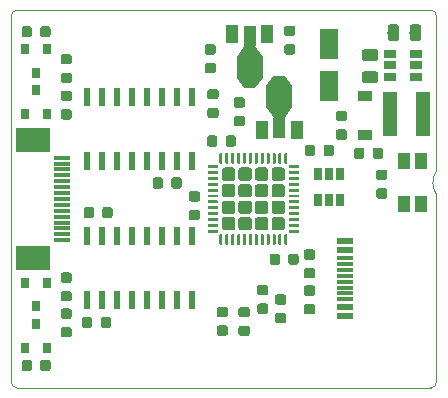
<source format=gtp>
G04 #@! TF.GenerationSoftware,KiCad,Pcbnew,5.1.0*
G04 #@! TF.CreationDate,2019-05-06T20:06:38+02:00*
G04 #@! TF.ProjectId,printer-otter,7072696e-7465-4722-9d6f-747465722e6b,rev?*
G04 #@! TF.SameCoordinates,Original*
G04 #@! TF.FileFunction,Paste,Top*
G04 #@! TF.FilePolarity,Positive*
%FSLAX46Y46*%
G04 Gerber Fmt 4.6, Leading zero omitted, Abs format (unit mm)*
G04 Created by KiCad (PCBNEW 5.1.0) date 2019-05-06 20:06:38*
%MOMM*%
%LPD*%
G04 APERTURE LIST*
%ADD10C,0.100000*%
%ADD11C,0.975000*%
%ADD12R,1.600000X2.600000*%
%ADD13C,0.875000*%
%ADD14R,1.450000X0.600000*%
%ADD15R,1.450000X0.300000*%
%ADD16R,0.600000X1.500000*%
%ADD17R,0.800000X0.900000*%
%ADD18R,1.200000X0.900000*%
%ADD19R,1.050000X1.400000*%
%ADD20R,1.200000X3.700000*%
%ADD21C,0.250000*%
%ADD22C,1.130000*%
%ADD23R,1.060000X0.650000*%
%ADD24R,0.650000X1.060000*%
%ADD25C,1.000000*%
%ADD26R,2.200000X1.840000*%
%ADD27R,1.000000X1.500000*%
%ADD28R,1.000000X1.800000*%
%ADD29C,0.850000*%
%ADD30R,3.000000X2.000000*%
G04 APERTURE END LIST*
D10*
X136000000Y-113625000D02*
X136000000Y-100500000D01*
X135500000Y-100000000D02*
X121750000Y-100000000D01*
X100000000Y-100500000D02*
G75*
G02X100500000Y-100000000I500000J0D01*
G01*
X100500000Y-132000000D02*
G75*
G02X100000000Y-131500000I0J500000D01*
G01*
X136000000Y-131500000D02*
G75*
G02X135500000Y-132000000I-500000J0D01*
G01*
X135500000Y-100000000D02*
G75*
G02X136000000Y-100500000I0J-500000D01*
G01*
X135500000Y-100000000D02*
X135500000Y-100000000D01*
X136000000Y-131500000D02*
X136000000Y-115625000D01*
X100500000Y-132000000D02*
X135500000Y-132000000D01*
X100000000Y-100500000D02*
X100000000Y-131500000D01*
X104500000Y-100000000D02*
X100500000Y-100000000D01*
X107000000Y-100000000D02*
X104500000Y-100000000D01*
X110000000Y-100000000D02*
X112500000Y-100000000D01*
X113000000Y-100000000D02*
X112500000Y-100000000D01*
X110000000Y-100000000D02*
X107000000Y-100000000D01*
X121750000Y-100000000D02*
X113000000Y-100000000D01*
X136000000Y-115625000D02*
G75*
G02X136000000Y-113625000I1499999J1000000D01*
G01*
G36*
X132617642Y-101226174D02*
G01*
X132641303Y-101229684D01*
X132664507Y-101235496D01*
X132687029Y-101243554D01*
X132708653Y-101253782D01*
X132729170Y-101266079D01*
X132748383Y-101280329D01*
X132766107Y-101296393D01*
X132782171Y-101314117D01*
X132796421Y-101333330D01*
X132808718Y-101353847D01*
X132818946Y-101375471D01*
X132827004Y-101397993D01*
X132832816Y-101421197D01*
X132836326Y-101444858D01*
X132837500Y-101468750D01*
X132837500Y-102381250D01*
X132836326Y-102405142D01*
X132832816Y-102428803D01*
X132827004Y-102452007D01*
X132818946Y-102474529D01*
X132808718Y-102496153D01*
X132796421Y-102516670D01*
X132782171Y-102535883D01*
X132766107Y-102553607D01*
X132748383Y-102569671D01*
X132729170Y-102583921D01*
X132708653Y-102596218D01*
X132687029Y-102606446D01*
X132664507Y-102614504D01*
X132641303Y-102620316D01*
X132617642Y-102623826D01*
X132593750Y-102625000D01*
X132106250Y-102625000D01*
X132082358Y-102623826D01*
X132058697Y-102620316D01*
X132035493Y-102614504D01*
X132012971Y-102606446D01*
X131991347Y-102596218D01*
X131970830Y-102583921D01*
X131951617Y-102569671D01*
X131933893Y-102553607D01*
X131917829Y-102535883D01*
X131903579Y-102516670D01*
X131891282Y-102496153D01*
X131881054Y-102474529D01*
X131872996Y-102452007D01*
X131867184Y-102428803D01*
X131863674Y-102405142D01*
X131862500Y-102381250D01*
X131862500Y-101468750D01*
X131863674Y-101444858D01*
X131867184Y-101421197D01*
X131872996Y-101397993D01*
X131881054Y-101375471D01*
X131891282Y-101353847D01*
X131903579Y-101333330D01*
X131917829Y-101314117D01*
X131933893Y-101296393D01*
X131951617Y-101280329D01*
X131970830Y-101266079D01*
X131991347Y-101253782D01*
X132012971Y-101243554D01*
X132035493Y-101235496D01*
X132058697Y-101229684D01*
X132082358Y-101226174D01*
X132106250Y-101225000D01*
X132593750Y-101225000D01*
X132617642Y-101226174D01*
X132617642Y-101226174D01*
G37*
D11*
X132350000Y-101925000D03*
D10*
G36*
X134492642Y-101226174D02*
G01*
X134516303Y-101229684D01*
X134539507Y-101235496D01*
X134562029Y-101243554D01*
X134583653Y-101253782D01*
X134604170Y-101266079D01*
X134623383Y-101280329D01*
X134641107Y-101296393D01*
X134657171Y-101314117D01*
X134671421Y-101333330D01*
X134683718Y-101353847D01*
X134693946Y-101375471D01*
X134702004Y-101397993D01*
X134707816Y-101421197D01*
X134711326Y-101444858D01*
X134712500Y-101468750D01*
X134712500Y-102381250D01*
X134711326Y-102405142D01*
X134707816Y-102428803D01*
X134702004Y-102452007D01*
X134693946Y-102474529D01*
X134683718Y-102496153D01*
X134671421Y-102516670D01*
X134657171Y-102535883D01*
X134641107Y-102553607D01*
X134623383Y-102569671D01*
X134604170Y-102583921D01*
X134583653Y-102596218D01*
X134562029Y-102606446D01*
X134539507Y-102614504D01*
X134516303Y-102620316D01*
X134492642Y-102623826D01*
X134468750Y-102625000D01*
X133981250Y-102625000D01*
X133957358Y-102623826D01*
X133933697Y-102620316D01*
X133910493Y-102614504D01*
X133887971Y-102606446D01*
X133866347Y-102596218D01*
X133845830Y-102583921D01*
X133826617Y-102569671D01*
X133808893Y-102553607D01*
X133792829Y-102535883D01*
X133778579Y-102516670D01*
X133766282Y-102496153D01*
X133756054Y-102474529D01*
X133747996Y-102452007D01*
X133742184Y-102428803D01*
X133738674Y-102405142D01*
X133737500Y-102381250D01*
X133737500Y-101468750D01*
X133738674Y-101444858D01*
X133742184Y-101421197D01*
X133747996Y-101397993D01*
X133756054Y-101375471D01*
X133766282Y-101353847D01*
X133778579Y-101333330D01*
X133792829Y-101314117D01*
X133808893Y-101296393D01*
X133826617Y-101280329D01*
X133845830Y-101266079D01*
X133866347Y-101253782D01*
X133887971Y-101243554D01*
X133910493Y-101235496D01*
X133933697Y-101229684D01*
X133957358Y-101226174D01*
X133981250Y-101225000D01*
X134468750Y-101225000D01*
X134492642Y-101226174D01*
X134492642Y-101226174D01*
G37*
D11*
X134225000Y-101925000D03*
D10*
G36*
X130855142Y-105201174D02*
G01*
X130878803Y-105204684D01*
X130902007Y-105210496D01*
X130924529Y-105218554D01*
X130946153Y-105228782D01*
X130966670Y-105241079D01*
X130985883Y-105255329D01*
X131003607Y-105271393D01*
X131019671Y-105289117D01*
X131033921Y-105308330D01*
X131046218Y-105328847D01*
X131056446Y-105350471D01*
X131064504Y-105372993D01*
X131070316Y-105396197D01*
X131073826Y-105419858D01*
X131075000Y-105443750D01*
X131075000Y-105931250D01*
X131073826Y-105955142D01*
X131070316Y-105978803D01*
X131064504Y-106002007D01*
X131056446Y-106024529D01*
X131046218Y-106046153D01*
X131033921Y-106066670D01*
X131019671Y-106085883D01*
X131003607Y-106103607D01*
X130985883Y-106119671D01*
X130966670Y-106133921D01*
X130946153Y-106146218D01*
X130924529Y-106156446D01*
X130902007Y-106164504D01*
X130878803Y-106170316D01*
X130855142Y-106173826D01*
X130831250Y-106175000D01*
X129918750Y-106175000D01*
X129894858Y-106173826D01*
X129871197Y-106170316D01*
X129847993Y-106164504D01*
X129825471Y-106156446D01*
X129803847Y-106146218D01*
X129783330Y-106133921D01*
X129764117Y-106119671D01*
X129746393Y-106103607D01*
X129730329Y-106085883D01*
X129716079Y-106066670D01*
X129703782Y-106046153D01*
X129693554Y-106024529D01*
X129685496Y-106002007D01*
X129679684Y-105978803D01*
X129676174Y-105955142D01*
X129675000Y-105931250D01*
X129675000Y-105443750D01*
X129676174Y-105419858D01*
X129679684Y-105396197D01*
X129685496Y-105372993D01*
X129693554Y-105350471D01*
X129703782Y-105328847D01*
X129716079Y-105308330D01*
X129730329Y-105289117D01*
X129746393Y-105271393D01*
X129764117Y-105255329D01*
X129783330Y-105241079D01*
X129803847Y-105228782D01*
X129825471Y-105218554D01*
X129847993Y-105210496D01*
X129871197Y-105204684D01*
X129894858Y-105201174D01*
X129918750Y-105200000D01*
X130831250Y-105200000D01*
X130855142Y-105201174D01*
X130855142Y-105201174D01*
G37*
D11*
X130375000Y-105687500D03*
D10*
G36*
X130855142Y-103326174D02*
G01*
X130878803Y-103329684D01*
X130902007Y-103335496D01*
X130924529Y-103343554D01*
X130946153Y-103353782D01*
X130966670Y-103366079D01*
X130985883Y-103380329D01*
X131003607Y-103396393D01*
X131019671Y-103414117D01*
X131033921Y-103433330D01*
X131046218Y-103453847D01*
X131056446Y-103475471D01*
X131064504Y-103497993D01*
X131070316Y-103521197D01*
X131073826Y-103544858D01*
X131075000Y-103568750D01*
X131075000Y-104056250D01*
X131073826Y-104080142D01*
X131070316Y-104103803D01*
X131064504Y-104127007D01*
X131056446Y-104149529D01*
X131046218Y-104171153D01*
X131033921Y-104191670D01*
X131019671Y-104210883D01*
X131003607Y-104228607D01*
X130985883Y-104244671D01*
X130966670Y-104258921D01*
X130946153Y-104271218D01*
X130924529Y-104281446D01*
X130902007Y-104289504D01*
X130878803Y-104295316D01*
X130855142Y-104298826D01*
X130831250Y-104300000D01*
X129918750Y-104300000D01*
X129894858Y-104298826D01*
X129871197Y-104295316D01*
X129847993Y-104289504D01*
X129825471Y-104281446D01*
X129803847Y-104271218D01*
X129783330Y-104258921D01*
X129764117Y-104244671D01*
X129746393Y-104228607D01*
X129730329Y-104210883D01*
X129716079Y-104191670D01*
X129703782Y-104171153D01*
X129693554Y-104149529D01*
X129685496Y-104127007D01*
X129679684Y-104103803D01*
X129676174Y-104080142D01*
X129675000Y-104056250D01*
X129675000Y-103568750D01*
X129676174Y-103544858D01*
X129679684Y-103521197D01*
X129685496Y-103497993D01*
X129693554Y-103475471D01*
X129703782Y-103453847D01*
X129716079Y-103433330D01*
X129730329Y-103414117D01*
X129746393Y-103396393D01*
X129764117Y-103380329D01*
X129783330Y-103366079D01*
X129803847Y-103353782D01*
X129825471Y-103343554D01*
X129847993Y-103335496D01*
X129871197Y-103329684D01*
X129894858Y-103326174D01*
X129918750Y-103325000D01*
X130831250Y-103325000D01*
X130855142Y-103326174D01*
X130855142Y-103326174D01*
G37*
D11*
X130375000Y-103812500D03*
D12*
X126925000Y-106475000D03*
X126925000Y-102875000D03*
D10*
G36*
X123852691Y-101326053D02*
G01*
X123873926Y-101329203D01*
X123894750Y-101334419D01*
X123914962Y-101341651D01*
X123934368Y-101350830D01*
X123952781Y-101361866D01*
X123970024Y-101374654D01*
X123985930Y-101389070D01*
X124000346Y-101404976D01*
X124013134Y-101422219D01*
X124024170Y-101440632D01*
X124033349Y-101460038D01*
X124040581Y-101480250D01*
X124045797Y-101501074D01*
X124048947Y-101522309D01*
X124050000Y-101543750D01*
X124050000Y-101981250D01*
X124048947Y-102002691D01*
X124045797Y-102023926D01*
X124040581Y-102044750D01*
X124033349Y-102064962D01*
X124024170Y-102084368D01*
X124013134Y-102102781D01*
X124000346Y-102120024D01*
X123985930Y-102135930D01*
X123970024Y-102150346D01*
X123952781Y-102163134D01*
X123934368Y-102174170D01*
X123914962Y-102183349D01*
X123894750Y-102190581D01*
X123873926Y-102195797D01*
X123852691Y-102198947D01*
X123831250Y-102200000D01*
X123318750Y-102200000D01*
X123297309Y-102198947D01*
X123276074Y-102195797D01*
X123255250Y-102190581D01*
X123235038Y-102183349D01*
X123215632Y-102174170D01*
X123197219Y-102163134D01*
X123179976Y-102150346D01*
X123164070Y-102135930D01*
X123149654Y-102120024D01*
X123136866Y-102102781D01*
X123125830Y-102084368D01*
X123116651Y-102064962D01*
X123109419Y-102044750D01*
X123104203Y-102023926D01*
X123101053Y-102002691D01*
X123100000Y-101981250D01*
X123100000Y-101543750D01*
X123101053Y-101522309D01*
X123104203Y-101501074D01*
X123109419Y-101480250D01*
X123116651Y-101460038D01*
X123125830Y-101440632D01*
X123136866Y-101422219D01*
X123149654Y-101404976D01*
X123164070Y-101389070D01*
X123179976Y-101374654D01*
X123197219Y-101361866D01*
X123215632Y-101350830D01*
X123235038Y-101341651D01*
X123255250Y-101334419D01*
X123276074Y-101329203D01*
X123297309Y-101326053D01*
X123318750Y-101325000D01*
X123831250Y-101325000D01*
X123852691Y-101326053D01*
X123852691Y-101326053D01*
G37*
D13*
X123575000Y-101762500D03*
D10*
G36*
X123852691Y-102901053D02*
G01*
X123873926Y-102904203D01*
X123894750Y-102909419D01*
X123914962Y-102916651D01*
X123934368Y-102925830D01*
X123952781Y-102936866D01*
X123970024Y-102949654D01*
X123985930Y-102964070D01*
X124000346Y-102979976D01*
X124013134Y-102997219D01*
X124024170Y-103015632D01*
X124033349Y-103035038D01*
X124040581Y-103055250D01*
X124045797Y-103076074D01*
X124048947Y-103097309D01*
X124050000Y-103118750D01*
X124050000Y-103556250D01*
X124048947Y-103577691D01*
X124045797Y-103598926D01*
X124040581Y-103619750D01*
X124033349Y-103639962D01*
X124024170Y-103659368D01*
X124013134Y-103677781D01*
X124000346Y-103695024D01*
X123985930Y-103710930D01*
X123970024Y-103725346D01*
X123952781Y-103738134D01*
X123934368Y-103749170D01*
X123914962Y-103758349D01*
X123894750Y-103765581D01*
X123873926Y-103770797D01*
X123852691Y-103773947D01*
X123831250Y-103775000D01*
X123318750Y-103775000D01*
X123297309Y-103773947D01*
X123276074Y-103770797D01*
X123255250Y-103765581D01*
X123235038Y-103758349D01*
X123215632Y-103749170D01*
X123197219Y-103738134D01*
X123179976Y-103725346D01*
X123164070Y-103710930D01*
X123149654Y-103695024D01*
X123136866Y-103677781D01*
X123125830Y-103659368D01*
X123116651Y-103639962D01*
X123109419Y-103619750D01*
X123104203Y-103598926D01*
X123101053Y-103577691D01*
X123100000Y-103556250D01*
X123100000Y-103118750D01*
X123101053Y-103097309D01*
X123104203Y-103076074D01*
X123109419Y-103055250D01*
X123116651Y-103035038D01*
X123125830Y-103015632D01*
X123136866Y-102997219D01*
X123149654Y-102979976D01*
X123164070Y-102964070D01*
X123179976Y-102949654D01*
X123197219Y-102936866D01*
X123215632Y-102925830D01*
X123235038Y-102916651D01*
X123255250Y-102909419D01*
X123276074Y-102904203D01*
X123297309Y-102901053D01*
X123318750Y-102900000D01*
X123831250Y-102900000D01*
X123852691Y-102901053D01*
X123852691Y-102901053D01*
G37*
D13*
X123575000Y-103337500D03*
D10*
G36*
X115777691Y-115351053D02*
G01*
X115798926Y-115354203D01*
X115819750Y-115359419D01*
X115839962Y-115366651D01*
X115859368Y-115375830D01*
X115877781Y-115386866D01*
X115895024Y-115399654D01*
X115910930Y-115414070D01*
X115925346Y-115429976D01*
X115938134Y-115447219D01*
X115949170Y-115465632D01*
X115958349Y-115485038D01*
X115965581Y-115505250D01*
X115970797Y-115526074D01*
X115973947Y-115547309D01*
X115975000Y-115568750D01*
X115975000Y-116006250D01*
X115973947Y-116027691D01*
X115970797Y-116048926D01*
X115965581Y-116069750D01*
X115958349Y-116089962D01*
X115949170Y-116109368D01*
X115938134Y-116127781D01*
X115925346Y-116145024D01*
X115910930Y-116160930D01*
X115895024Y-116175346D01*
X115877781Y-116188134D01*
X115859368Y-116199170D01*
X115839962Y-116208349D01*
X115819750Y-116215581D01*
X115798926Y-116220797D01*
X115777691Y-116223947D01*
X115756250Y-116225000D01*
X115243750Y-116225000D01*
X115222309Y-116223947D01*
X115201074Y-116220797D01*
X115180250Y-116215581D01*
X115160038Y-116208349D01*
X115140632Y-116199170D01*
X115122219Y-116188134D01*
X115104976Y-116175346D01*
X115089070Y-116160930D01*
X115074654Y-116145024D01*
X115061866Y-116127781D01*
X115050830Y-116109368D01*
X115041651Y-116089962D01*
X115034419Y-116069750D01*
X115029203Y-116048926D01*
X115026053Y-116027691D01*
X115025000Y-116006250D01*
X115025000Y-115568750D01*
X115026053Y-115547309D01*
X115029203Y-115526074D01*
X115034419Y-115505250D01*
X115041651Y-115485038D01*
X115050830Y-115465632D01*
X115061866Y-115447219D01*
X115074654Y-115429976D01*
X115089070Y-115414070D01*
X115104976Y-115399654D01*
X115122219Y-115386866D01*
X115140632Y-115375830D01*
X115160038Y-115366651D01*
X115180250Y-115359419D01*
X115201074Y-115354203D01*
X115222309Y-115351053D01*
X115243750Y-115350000D01*
X115756250Y-115350000D01*
X115777691Y-115351053D01*
X115777691Y-115351053D01*
G37*
D13*
X115500000Y-115787500D03*
D10*
G36*
X115777691Y-116926053D02*
G01*
X115798926Y-116929203D01*
X115819750Y-116934419D01*
X115839962Y-116941651D01*
X115859368Y-116950830D01*
X115877781Y-116961866D01*
X115895024Y-116974654D01*
X115910930Y-116989070D01*
X115925346Y-117004976D01*
X115938134Y-117022219D01*
X115949170Y-117040632D01*
X115958349Y-117060038D01*
X115965581Y-117080250D01*
X115970797Y-117101074D01*
X115973947Y-117122309D01*
X115975000Y-117143750D01*
X115975000Y-117581250D01*
X115973947Y-117602691D01*
X115970797Y-117623926D01*
X115965581Y-117644750D01*
X115958349Y-117664962D01*
X115949170Y-117684368D01*
X115938134Y-117702781D01*
X115925346Y-117720024D01*
X115910930Y-117735930D01*
X115895024Y-117750346D01*
X115877781Y-117763134D01*
X115859368Y-117774170D01*
X115839962Y-117783349D01*
X115819750Y-117790581D01*
X115798926Y-117795797D01*
X115777691Y-117798947D01*
X115756250Y-117800000D01*
X115243750Y-117800000D01*
X115222309Y-117798947D01*
X115201074Y-117795797D01*
X115180250Y-117790581D01*
X115160038Y-117783349D01*
X115140632Y-117774170D01*
X115122219Y-117763134D01*
X115104976Y-117750346D01*
X115089070Y-117735930D01*
X115074654Y-117720024D01*
X115061866Y-117702781D01*
X115050830Y-117684368D01*
X115041651Y-117664962D01*
X115034419Y-117644750D01*
X115029203Y-117623926D01*
X115026053Y-117602691D01*
X115025000Y-117581250D01*
X115025000Y-117143750D01*
X115026053Y-117122309D01*
X115029203Y-117101074D01*
X115034419Y-117080250D01*
X115041651Y-117060038D01*
X115050830Y-117040632D01*
X115061866Y-117022219D01*
X115074654Y-117004976D01*
X115089070Y-116989070D01*
X115104976Y-116974654D01*
X115122219Y-116961866D01*
X115140632Y-116950830D01*
X115160038Y-116941651D01*
X115180250Y-116934419D01*
X115201074Y-116929203D01*
X115222309Y-116926053D01*
X115243750Y-116925000D01*
X115756250Y-116925000D01*
X115777691Y-116926053D01*
X115777691Y-116926053D01*
G37*
D13*
X115500000Y-117362500D03*
D10*
G36*
X125540191Y-111426053D02*
G01*
X125561426Y-111429203D01*
X125582250Y-111434419D01*
X125602462Y-111441651D01*
X125621868Y-111450830D01*
X125640281Y-111461866D01*
X125657524Y-111474654D01*
X125673430Y-111489070D01*
X125687846Y-111504976D01*
X125700634Y-111522219D01*
X125711670Y-111540632D01*
X125720849Y-111560038D01*
X125728081Y-111580250D01*
X125733297Y-111601074D01*
X125736447Y-111622309D01*
X125737500Y-111643750D01*
X125737500Y-112156250D01*
X125736447Y-112177691D01*
X125733297Y-112198926D01*
X125728081Y-112219750D01*
X125720849Y-112239962D01*
X125711670Y-112259368D01*
X125700634Y-112277781D01*
X125687846Y-112295024D01*
X125673430Y-112310930D01*
X125657524Y-112325346D01*
X125640281Y-112338134D01*
X125621868Y-112349170D01*
X125602462Y-112358349D01*
X125582250Y-112365581D01*
X125561426Y-112370797D01*
X125540191Y-112373947D01*
X125518750Y-112375000D01*
X125081250Y-112375000D01*
X125059809Y-112373947D01*
X125038574Y-112370797D01*
X125017750Y-112365581D01*
X124997538Y-112358349D01*
X124978132Y-112349170D01*
X124959719Y-112338134D01*
X124942476Y-112325346D01*
X124926570Y-112310930D01*
X124912154Y-112295024D01*
X124899366Y-112277781D01*
X124888330Y-112259368D01*
X124879151Y-112239962D01*
X124871919Y-112219750D01*
X124866703Y-112198926D01*
X124863553Y-112177691D01*
X124862500Y-112156250D01*
X124862500Y-111643750D01*
X124863553Y-111622309D01*
X124866703Y-111601074D01*
X124871919Y-111580250D01*
X124879151Y-111560038D01*
X124888330Y-111540632D01*
X124899366Y-111522219D01*
X124912154Y-111504976D01*
X124926570Y-111489070D01*
X124942476Y-111474654D01*
X124959719Y-111461866D01*
X124978132Y-111450830D01*
X124997538Y-111441651D01*
X125017750Y-111434419D01*
X125038574Y-111429203D01*
X125059809Y-111426053D01*
X125081250Y-111425000D01*
X125518750Y-111425000D01*
X125540191Y-111426053D01*
X125540191Y-111426053D01*
G37*
D13*
X125300000Y-111900000D03*
D10*
G36*
X127115191Y-111426053D02*
G01*
X127136426Y-111429203D01*
X127157250Y-111434419D01*
X127177462Y-111441651D01*
X127196868Y-111450830D01*
X127215281Y-111461866D01*
X127232524Y-111474654D01*
X127248430Y-111489070D01*
X127262846Y-111504976D01*
X127275634Y-111522219D01*
X127286670Y-111540632D01*
X127295849Y-111560038D01*
X127303081Y-111580250D01*
X127308297Y-111601074D01*
X127311447Y-111622309D01*
X127312500Y-111643750D01*
X127312500Y-112156250D01*
X127311447Y-112177691D01*
X127308297Y-112198926D01*
X127303081Y-112219750D01*
X127295849Y-112239962D01*
X127286670Y-112259368D01*
X127275634Y-112277781D01*
X127262846Y-112295024D01*
X127248430Y-112310930D01*
X127232524Y-112325346D01*
X127215281Y-112338134D01*
X127196868Y-112349170D01*
X127177462Y-112358349D01*
X127157250Y-112365581D01*
X127136426Y-112370797D01*
X127115191Y-112373947D01*
X127093750Y-112375000D01*
X126656250Y-112375000D01*
X126634809Y-112373947D01*
X126613574Y-112370797D01*
X126592750Y-112365581D01*
X126572538Y-112358349D01*
X126553132Y-112349170D01*
X126534719Y-112338134D01*
X126517476Y-112325346D01*
X126501570Y-112310930D01*
X126487154Y-112295024D01*
X126474366Y-112277781D01*
X126463330Y-112259368D01*
X126454151Y-112239962D01*
X126446919Y-112219750D01*
X126441703Y-112198926D01*
X126438553Y-112177691D01*
X126437500Y-112156250D01*
X126437500Y-111643750D01*
X126438553Y-111622309D01*
X126441703Y-111601074D01*
X126446919Y-111580250D01*
X126454151Y-111560038D01*
X126463330Y-111540632D01*
X126474366Y-111522219D01*
X126487154Y-111504976D01*
X126501570Y-111489070D01*
X126517476Y-111474654D01*
X126534719Y-111461866D01*
X126553132Y-111450830D01*
X126572538Y-111441651D01*
X126592750Y-111434419D01*
X126613574Y-111429203D01*
X126634809Y-111426053D01*
X126656250Y-111425000D01*
X127093750Y-111425000D01*
X127115191Y-111426053D01*
X127115191Y-111426053D01*
G37*
D13*
X126875000Y-111900000D03*
D10*
G36*
X122552691Y-120626053D02*
G01*
X122573926Y-120629203D01*
X122594750Y-120634419D01*
X122614962Y-120641651D01*
X122634368Y-120650830D01*
X122652781Y-120661866D01*
X122670024Y-120674654D01*
X122685930Y-120689070D01*
X122700346Y-120704976D01*
X122713134Y-120722219D01*
X122724170Y-120740632D01*
X122733349Y-120760038D01*
X122740581Y-120780250D01*
X122745797Y-120801074D01*
X122748947Y-120822309D01*
X122750000Y-120843750D01*
X122750000Y-121356250D01*
X122748947Y-121377691D01*
X122745797Y-121398926D01*
X122740581Y-121419750D01*
X122733349Y-121439962D01*
X122724170Y-121459368D01*
X122713134Y-121477781D01*
X122700346Y-121495024D01*
X122685930Y-121510930D01*
X122670024Y-121525346D01*
X122652781Y-121538134D01*
X122634368Y-121549170D01*
X122614962Y-121558349D01*
X122594750Y-121565581D01*
X122573926Y-121570797D01*
X122552691Y-121573947D01*
X122531250Y-121575000D01*
X122093750Y-121575000D01*
X122072309Y-121573947D01*
X122051074Y-121570797D01*
X122030250Y-121565581D01*
X122010038Y-121558349D01*
X121990632Y-121549170D01*
X121972219Y-121538134D01*
X121954976Y-121525346D01*
X121939070Y-121510930D01*
X121924654Y-121495024D01*
X121911866Y-121477781D01*
X121900830Y-121459368D01*
X121891651Y-121439962D01*
X121884419Y-121419750D01*
X121879203Y-121398926D01*
X121876053Y-121377691D01*
X121875000Y-121356250D01*
X121875000Y-120843750D01*
X121876053Y-120822309D01*
X121879203Y-120801074D01*
X121884419Y-120780250D01*
X121891651Y-120760038D01*
X121900830Y-120740632D01*
X121911866Y-120722219D01*
X121924654Y-120704976D01*
X121939070Y-120689070D01*
X121954976Y-120674654D01*
X121972219Y-120661866D01*
X121990632Y-120650830D01*
X122010038Y-120641651D01*
X122030250Y-120634419D01*
X122051074Y-120629203D01*
X122072309Y-120626053D01*
X122093750Y-120625000D01*
X122531250Y-120625000D01*
X122552691Y-120626053D01*
X122552691Y-120626053D01*
G37*
D13*
X122312500Y-121100000D03*
D10*
G36*
X124127691Y-120626053D02*
G01*
X124148926Y-120629203D01*
X124169750Y-120634419D01*
X124189962Y-120641651D01*
X124209368Y-120650830D01*
X124227781Y-120661866D01*
X124245024Y-120674654D01*
X124260930Y-120689070D01*
X124275346Y-120704976D01*
X124288134Y-120722219D01*
X124299170Y-120740632D01*
X124308349Y-120760038D01*
X124315581Y-120780250D01*
X124320797Y-120801074D01*
X124323947Y-120822309D01*
X124325000Y-120843750D01*
X124325000Y-121356250D01*
X124323947Y-121377691D01*
X124320797Y-121398926D01*
X124315581Y-121419750D01*
X124308349Y-121439962D01*
X124299170Y-121459368D01*
X124288134Y-121477781D01*
X124275346Y-121495024D01*
X124260930Y-121510930D01*
X124245024Y-121525346D01*
X124227781Y-121538134D01*
X124209368Y-121549170D01*
X124189962Y-121558349D01*
X124169750Y-121565581D01*
X124148926Y-121570797D01*
X124127691Y-121573947D01*
X124106250Y-121575000D01*
X123668750Y-121575000D01*
X123647309Y-121573947D01*
X123626074Y-121570797D01*
X123605250Y-121565581D01*
X123585038Y-121558349D01*
X123565632Y-121549170D01*
X123547219Y-121538134D01*
X123529976Y-121525346D01*
X123514070Y-121510930D01*
X123499654Y-121495024D01*
X123486866Y-121477781D01*
X123475830Y-121459368D01*
X123466651Y-121439962D01*
X123459419Y-121419750D01*
X123454203Y-121398926D01*
X123451053Y-121377691D01*
X123450000Y-121356250D01*
X123450000Y-120843750D01*
X123451053Y-120822309D01*
X123454203Y-120801074D01*
X123459419Y-120780250D01*
X123466651Y-120760038D01*
X123475830Y-120740632D01*
X123486866Y-120722219D01*
X123499654Y-120704976D01*
X123514070Y-120689070D01*
X123529976Y-120674654D01*
X123547219Y-120661866D01*
X123565632Y-120650830D01*
X123585038Y-120641651D01*
X123605250Y-120634419D01*
X123626074Y-120629203D01*
X123647309Y-120626053D01*
X123668750Y-120625000D01*
X124106250Y-120625000D01*
X124127691Y-120626053D01*
X124127691Y-120626053D01*
G37*
D13*
X123887500Y-121100000D03*
D10*
G36*
X117127691Y-102901053D02*
G01*
X117148926Y-102904203D01*
X117169750Y-102909419D01*
X117189962Y-102916651D01*
X117209368Y-102925830D01*
X117227781Y-102936866D01*
X117245024Y-102949654D01*
X117260930Y-102964070D01*
X117275346Y-102979976D01*
X117288134Y-102997219D01*
X117299170Y-103015632D01*
X117308349Y-103035038D01*
X117315581Y-103055250D01*
X117320797Y-103076074D01*
X117323947Y-103097309D01*
X117325000Y-103118750D01*
X117325000Y-103556250D01*
X117323947Y-103577691D01*
X117320797Y-103598926D01*
X117315581Y-103619750D01*
X117308349Y-103639962D01*
X117299170Y-103659368D01*
X117288134Y-103677781D01*
X117275346Y-103695024D01*
X117260930Y-103710930D01*
X117245024Y-103725346D01*
X117227781Y-103738134D01*
X117209368Y-103749170D01*
X117189962Y-103758349D01*
X117169750Y-103765581D01*
X117148926Y-103770797D01*
X117127691Y-103773947D01*
X117106250Y-103775000D01*
X116593750Y-103775000D01*
X116572309Y-103773947D01*
X116551074Y-103770797D01*
X116530250Y-103765581D01*
X116510038Y-103758349D01*
X116490632Y-103749170D01*
X116472219Y-103738134D01*
X116454976Y-103725346D01*
X116439070Y-103710930D01*
X116424654Y-103695024D01*
X116411866Y-103677781D01*
X116400830Y-103659368D01*
X116391651Y-103639962D01*
X116384419Y-103619750D01*
X116379203Y-103598926D01*
X116376053Y-103577691D01*
X116375000Y-103556250D01*
X116375000Y-103118750D01*
X116376053Y-103097309D01*
X116379203Y-103076074D01*
X116384419Y-103055250D01*
X116391651Y-103035038D01*
X116400830Y-103015632D01*
X116411866Y-102997219D01*
X116424654Y-102979976D01*
X116439070Y-102964070D01*
X116454976Y-102949654D01*
X116472219Y-102936866D01*
X116490632Y-102925830D01*
X116510038Y-102916651D01*
X116530250Y-102909419D01*
X116551074Y-102904203D01*
X116572309Y-102901053D01*
X116593750Y-102900000D01*
X117106250Y-102900000D01*
X117127691Y-102901053D01*
X117127691Y-102901053D01*
G37*
D13*
X116850000Y-103337500D03*
D10*
G36*
X117127691Y-104476053D02*
G01*
X117148926Y-104479203D01*
X117169750Y-104484419D01*
X117189962Y-104491651D01*
X117209368Y-104500830D01*
X117227781Y-104511866D01*
X117245024Y-104524654D01*
X117260930Y-104539070D01*
X117275346Y-104554976D01*
X117288134Y-104572219D01*
X117299170Y-104590632D01*
X117308349Y-104610038D01*
X117315581Y-104630250D01*
X117320797Y-104651074D01*
X117323947Y-104672309D01*
X117325000Y-104693750D01*
X117325000Y-105131250D01*
X117323947Y-105152691D01*
X117320797Y-105173926D01*
X117315581Y-105194750D01*
X117308349Y-105214962D01*
X117299170Y-105234368D01*
X117288134Y-105252781D01*
X117275346Y-105270024D01*
X117260930Y-105285930D01*
X117245024Y-105300346D01*
X117227781Y-105313134D01*
X117209368Y-105324170D01*
X117189962Y-105333349D01*
X117169750Y-105340581D01*
X117148926Y-105345797D01*
X117127691Y-105348947D01*
X117106250Y-105350000D01*
X116593750Y-105350000D01*
X116572309Y-105348947D01*
X116551074Y-105345797D01*
X116530250Y-105340581D01*
X116510038Y-105333349D01*
X116490632Y-105324170D01*
X116472219Y-105313134D01*
X116454976Y-105300346D01*
X116439070Y-105285930D01*
X116424654Y-105270024D01*
X116411866Y-105252781D01*
X116400830Y-105234368D01*
X116391651Y-105214962D01*
X116384419Y-105194750D01*
X116379203Y-105173926D01*
X116376053Y-105152691D01*
X116375000Y-105131250D01*
X116375000Y-104693750D01*
X116376053Y-104672309D01*
X116379203Y-104651074D01*
X116384419Y-104630250D01*
X116391651Y-104610038D01*
X116400830Y-104590632D01*
X116411866Y-104572219D01*
X116424654Y-104554976D01*
X116439070Y-104539070D01*
X116454976Y-104524654D01*
X116472219Y-104511866D01*
X116490632Y-104500830D01*
X116510038Y-104491651D01*
X116530250Y-104484419D01*
X116551074Y-104479203D01*
X116572309Y-104476053D01*
X116593750Y-104475000D01*
X117106250Y-104475000D01*
X117127691Y-104476053D01*
X117127691Y-104476053D01*
G37*
D13*
X116850000Y-104912500D03*
D10*
G36*
X119577691Y-108976053D02*
G01*
X119598926Y-108979203D01*
X119619750Y-108984419D01*
X119639962Y-108991651D01*
X119659368Y-109000830D01*
X119677781Y-109011866D01*
X119695024Y-109024654D01*
X119710930Y-109039070D01*
X119725346Y-109054976D01*
X119738134Y-109072219D01*
X119749170Y-109090632D01*
X119758349Y-109110038D01*
X119765581Y-109130250D01*
X119770797Y-109151074D01*
X119773947Y-109172309D01*
X119775000Y-109193750D01*
X119775000Y-109631250D01*
X119773947Y-109652691D01*
X119770797Y-109673926D01*
X119765581Y-109694750D01*
X119758349Y-109714962D01*
X119749170Y-109734368D01*
X119738134Y-109752781D01*
X119725346Y-109770024D01*
X119710930Y-109785930D01*
X119695024Y-109800346D01*
X119677781Y-109813134D01*
X119659368Y-109824170D01*
X119639962Y-109833349D01*
X119619750Y-109840581D01*
X119598926Y-109845797D01*
X119577691Y-109848947D01*
X119556250Y-109850000D01*
X119043750Y-109850000D01*
X119022309Y-109848947D01*
X119001074Y-109845797D01*
X118980250Y-109840581D01*
X118960038Y-109833349D01*
X118940632Y-109824170D01*
X118922219Y-109813134D01*
X118904976Y-109800346D01*
X118889070Y-109785930D01*
X118874654Y-109770024D01*
X118861866Y-109752781D01*
X118850830Y-109734368D01*
X118841651Y-109714962D01*
X118834419Y-109694750D01*
X118829203Y-109673926D01*
X118826053Y-109652691D01*
X118825000Y-109631250D01*
X118825000Y-109193750D01*
X118826053Y-109172309D01*
X118829203Y-109151074D01*
X118834419Y-109130250D01*
X118841651Y-109110038D01*
X118850830Y-109090632D01*
X118861866Y-109072219D01*
X118874654Y-109054976D01*
X118889070Y-109039070D01*
X118904976Y-109024654D01*
X118922219Y-109011866D01*
X118940632Y-109000830D01*
X118960038Y-108991651D01*
X118980250Y-108984419D01*
X119001074Y-108979203D01*
X119022309Y-108976053D01*
X119043750Y-108975000D01*
X119556250Y-108975000D01*
X119577691Y-108976053D01*
X119577691Y-108976053D01*
G37*
D13*
X119300000Y-109412500D03*
D10*
G36*
X119577691Y-107401053D02*
G01*
X119598926Y-107404203D01*
X119619750Y-107409419D01*
X119639962Y-107416651D01*
X119659368Y-107425830D01*
X119677781Y-107436866D01*
X119695024Y-107449654D01*
X119710930Y-107464070D01*
X119725346Y-107479976D01*
X119738134Y-107497219D01*
X119749170Y-107515632D01*
X119758349Y-107535038D01*
X119765581Y-107555250D01*
X119770797Y-107576074D01*
X119773947Y-107597309D01*
X119775000Y-107618750D01*
X119775000Y-108056250D01*
X119773947Y-108077691D01*
X119770797Y-108098926D01*
X119765581Y-108119750D01*
X119758349Y-108139962D01*
X119749170Y-108159368D01*
X119738134Y-108177781D01*
X119725346Y-108195024D01*
X119710930Y-108210930D01*
X119695024Y-108225346D01*
X119677781Y-108238134D01*
X119659368Y-108249170D01*
X119639962Y-108258349D01*
X119619750Y-108265581D01*
X119598926Y-108270797D01*
X119577691Y-108273947D01*
X119556250Y-108275000D01*
X119043750Y-108275000D01*
X119022309Y-108273947D01*
X119001074Y-108270797D01*
X118980250Y-108265581D01*
X118960038Y-108258349D01*
X118940632Y-108249170D01*
X118922219Y-108238134D01*
X118904976Y-108225346D01*
X118889070Y-108210930D01*
X118874654Y-108195024D01*
X118861866Y-108177781D01*
X118850830Y-108159368D01*
X118841651Y-108139962D01*
X118834419Y-108119750D01*
X118829203Y-108098926D01*
X118826053Y-108077691D01*
X118825000Y-108056250D01*
X118825000Y-107618750D01*
X118826053Y-107597309D01*
X118829203Y-107576074D01*
X118834419Y-107555250D01*
X118841651Y-107535038D01*
X118850830Y-107515632D01*
X118861866Y-107497219D01*
X118874654Y-107479976D01*
X118889070Y-107464070D01*
X118904976Y-107449654D01*
X118922219Y-107436866D01*
X118940632Y-107425830D01*
X118960038Y-107416651D01*
X118980250Y-107409419D01*
X119001074Y-107404203D01*
X119022309Y-107401053D01*
X119043750Y-107400000D01*
X119556250Y-107400000D01*
X119577691Y-107401053D01*
X119577691Y-107401053D01*
G37*
D13*
X119300000Y-107837500D03*
D10*
G36*
X106665191Y-125976053D02*
G01*
X106686426Y-125979203D01*
X106707250Y-125984419D01*
X106727462Y-125991651D01*
X106746868Y-126000830D01*
X106765281Y-126011866D01*
X106782524Y-126024654D01*
X106798430Y-126039070D01*
X106812846Y-126054976D01*
X106825634Y-126072219D01*
X106836670Y-126090632D01*
X106845849Y-126110038D01*
X106853081Y-126130250D01*
X106858297Y-126151074D01*
X106861447Y-126172309D01*
X106862500Y-126193750D01*
X106862500Y-126706250D01*
X106861447Y-126727691D01*
X106858297Y-126748926D01*
X106853081Y-126769750D01*
X106845849Y-126789962D01*
X106836670Y-126809368D01*
X106825634Y-126827781D01*
X106812846Y-126845024D01*
X106798430Y-126860930D01*
X106782524Y-126875346D01*
X106765281Y-126888134D01*
X106746868Y-126899170D01*
X106727462Y-126908349D01*
X106707250Y-126915581D01*
X106686426Y-126920797D01*
X106665191Y-126923947D01*
X106643750Y-126925000D01*
X106206250Y-126925000D01*
X106184809Y-126923947D01*
X106163574Y-126920797D01*
X106142750Y-126915581D01*
X106122538Y-126908349D01*
X106103132Y-126899170D01*
X106084719Y-126888134D01*
X106067476Y-126875346D01*
X106051570Y-126860930D01*
X106037154Y-126845024D01*
X106024366Y-126827781D01*
X106013330Y-126809368D01*
X106004151Y-126789962D01*
X105996919Y-126769750D01*
X105991703Y-126748926D01*
X105988553Y-126727691D01*
X105987500Y-126706250D01*
X105987500Y-126193750D01*
X105988553Y-126172309D01*
X105991703Y-126151074D01*
X105996919Y-126130250D01*
X106004151Y-126110038D01*
X106013330Y-126090632D01*
X106024366Y-126072219D01*
X106037154Y-126054976D01*
X106051570Y-126039070D01*
X106067476Y-126024654D01*
X106084719Y-126011866D01*
X106103132Y-126000830D01*
X106122538Y-125991651D01*
X106142750Y-125984419D01*
X106163574Y-125979203D01*
X106184809Y-125976053D01*
X106206250Y-125975000D01*
X106643750Y-125975000D01*
X106665191Y-125976053D01*
X106665191Y-125976053D01*
G37*
D13*
X106425000Y-126450000D03*
D10*
G36*
X108240191Y-125976053D02*
G01*
X108261426Y-125979203D01*
X108282250Y-125984419D01*
X108302462Y-125991651D01*
X108321868Y-126000830D01*
X108340281Y-126011866D01*
X108357524Y-126024654D01*
X108373430Y-126039070D01*
X108387846Y-126054976D01*
X108400634Y-126072219D01*
X108411670Y-126090632D01*
X108420849Y-126110038D01*
X108428081Y-126130250D01*
X108433297Y-126151074D01*
X108436447Y-126172309D01*
X108437500Y-126193750D01*
X108437500Y-126706250D01*
X108436447Y-126727691D01*
X108433297Y-126748926D01*
X108428081Y-126769750D01*
X108420849Y-126789962D01*
X108411670Y-126809368D01*
X108400634Y-126827781D01*
X108387846Y-126845024D01*
X108373430Y-126860930D01*
X108357524Y-126875346D01*
X108340281Y-126888134D01*
X108321868Y-126899170D01*
X108302462Y-126908349D01*
X108282250Y-126915581D01*
X108261426Y-126920797D01*
X108240191Y-126923947D01*
X108218750Y-126925000D01*
X107781250Y-126925000D01*
X107759809Y-126923947D01*
X107738574Y-126920797D01*
X107717750Y-126915581D01*
X107697538Y-126908349D01*
X107678132Y-126899170D01*
X107659719Y-126888134D01*
X107642476Y-126875346D01*
X107626570Y-126860930D01*
X107612154Y-126845024D01*
X107599366Y-126827781D01*
X107588330Y-126809368D01*
X107579151Y-126789962D01*
X107571919Y-126769750D01*
X107566703Y-126748926D01*
X107563553Y-126727691D01*
X107562500Y-126706250D01*
X107562500Y-126193750D01*
X107563553Y-126172309D01*
X107566703Y-126151074D01*
X107571919Y-126130250D01*
X107579151Y-126110038D01*
X107588330Y-126090632D01*
X107599366Y-126072219D01*
X107612154Y-126054976D01*
X107626570Y-126039070D01*
X107642476Y-126024654D01*
X107659719Y-126011866D01*
X107678132Y-126000830D01*
X107697538Y-125991651D01*
X107717750Y-125984419D01*
X107738574Y-125979203D01*
X107759809Y-125976053D01*
X107781250Y-125975000D01*
X108218750Y-125975000D01*
X108240191Y-125976053D01*
X108240191Y-125976053D01*
G37*
D13*
X108000000Y-126450000D03*
D10*
G36*
X108377691Y-116676053D02*
G01*
X108398926Y-116679203D01*
X108419750Y-116684419D01*
X108439962Y-116691651D01*
X108459368Y-116700830D01*
X108477781Y-116711866D01*
X108495024Y-116724654D01*
X108510930Y-116739070D01*
X108525346Y-116754976D01*
X108538134Y-116772219D01*
X108549170Y-116790632D01*
X108558349Y-116810038D01*
X108565581Y-116830250D01*
X108570797Y-116851074D01*
X108573947Y-116872309D01*
X108575000Y-116893750D01*
X108575000Y-117406250D01*
X108573947Y-117427691D01*
X108570797Y-117448926D01*
X108565581Y-117469750D01*
X108558349Y-117489962D01*
X108549170Y-117509368D01*
X108538134Y-117527781D01*
X108525346Y-117545024D01*
X108510930Y-117560930D01*
X108495024Y-117575346D01*
X108477781Y-117588134D01*
X108459368Y-117599170D01*
X108439962Y-117608349D01*
X108419750Y-117615581D01*
X108398926Y-117620797D01*
X108377691Y-117623947D01*
X108356250Y-117625000D01*
X107918750Y-117625000D01*
X107897309Y-117623947D01*
X107876074Y-117620797D01*
X107855250Y-117615581D01*
X107835038Y-117608349D01*
X107815632Y-117599170D01*
X107797219Y-117588134D01*
X107779976Y-117575346D01*
X107764070Y-117560930D01*
X107749654Y-117545024D01*
X107736866Y-117527781D01*
X107725830Y-117509368D01*
X107716651Y-117489962D01*
X107709419Y-117469750D01*
X107704203Y-117448926D01*
X107701053Y-117427691D01*
X107700000Y-117406250D01*
X107700000Y-116893750D01*
X107701053Y-116872309D01*
X107704203Y-116851074D01*
X107709419Y-116830250D01*
X107716651Y-116810038D01*
X107725830Y-116790632D01*
X107736866Y-116772219D01*
X107749654Y-116754976D01*
X107764070Y-116739070D01*
X107779976Y-116724654D01*
X107797219Y-116711866D01*
X107815632Y-116700830D01*
X107835038Y-116691651D01*
X107855250Y-116684419D01*
X107876074Y-116679203D01*
X107897309Y-116676053D01*
X107918750Y-116675000D01*
X108356250Y-116675000D01*
X108377691Y-116676053D01*
X108377691Y-116676053D01*
G37*
D13*
X108137500Y-117150000D03*
D10*
G36*
X106802691Y-116676053D02*
G01*
X106823926Y-116679203D01*
X106844750Y-116684419D01*
X106864962Y-116691651D01*
X106884368Y-116700830D01*
X106902781Y-116711866D01*
X106920024Y-116724654D01*
X106935930Y-116739070D01*
X106950346Y-116754976D01*
X106963134Y-116772219D01*
X106974170Y-116790632D01*
X106983349Y-116810038D01*
X106990581Y-116830250D01*
X106995797Y-116851074D01*
X106998947Y-116872309D01*
X107000000Y-116893750D01*
X107000000Y-117406250D01*
X106998947Y-117427691D01*
X106995797Y-117448926D01*
X106990581Y-117469750D01*
X106983349Y-117489962D01*
X106974170Y-117509368D01*
X106963134Y-117527781D01*
X106950346Y-117545024D01*
X106935930Y-117560930D01*
X106920024Y-117575346D01*
X106902781Y-117588134D01*
X106884368Y-117599170D01*
X106864962Y-117608349D01*
X106844750Y-117615581D01*
X106823926Y-117620797D01*
X106802691Y-117623947D01*
X106781250Y-117625000D01*
X106343750Y-117625000D01*
X106322309Y-117623947D01*
X106301074Y-117620797D01*
X106280250Y-117615581D01*
X106260038Y-117608349D01*
X106240632Y-117599170D01*
X106222219Y-117588134D01*
X106204976Y-117575346D01*
X106189070Y-117560930D01*
X106174654Y-117545024D01*
X106161866Y-117527781D01*
X106150830Y-117509368D01*
X106141651Y-117489962D01*
X106134419Y-117469750D01*
X106129203Y-117448926D01*
X106126053Y-117427691D01*
X106125000Y-117406250D01*
X106125000Y-116893750D01*
X106126053Y-116872309D01*
X106129203Y-116851074D01*
X106134419Y-116830250D01*
X106141651Y-116810038D01*
X106150830Y-116790632D01*
X106161866Y-116772219D01*
X106174654Y-116754976D01*
X106189070Y-116739070D01*
X106204976Y-116724654D01*
X106222219Y-116711866D01*
X106240632Y-116700830D01*
X106260038Y-116691651D01*
X106280250Y-116684419D01*
X106301074Y-116679203D01*
X106322309Y-116676053D01*
X106343750Y-116675000D01*
X106781250Y-116675000D01*
X106802691Y-116676053D01*
X106802691Y-116676053D01*
G37*
D13*
X106562500Y-117150000D03*
D10*
G36*
X117352691Y-106701053D02*
G01*
X117373926Y-106704203D01*
X117394750Y-106709419D01*
X117414962Y-106716651D01*
X117434368Y-106725830D01*
X117452781Y-106736866D01*
X117470024Y-106749654D01*
X117485930Y-106764070D01*
X117500346Y-106779976D01*
X117513134Y-106797219D01*
X117524170Y-106815632D01*
X117533349Y-106835038D01*
X117540581Y-106855250D01*
X117545797Y-106876074D01*
X117548947Y-106897309D01*
X117550000Y-106918750D01*
X117550000Y-107356250D01*
X117548947Y-107377691D01*
X117545797Y-107398926D01*
X117540581Y-107419750D01*
X117533349Y-107439962D01*
X117524170Y-107459368D01*
X117513134Y-107477781D01*
X117500346Y-107495024D01*
X117485930Y-107510930D01*
X117470024Y-107525346D01*
X117452781Y-107538134D01*
X117434368Y-107549170D01*
X117414962Y-107558349D01*
X117394750Y-107565581D01*
X117373926Y-107570797D01*
X117352691Y-107573947D01*
X117331250Y-107575000D01*
X116818750Y-107575000D01*
X116797309Y-107573947D01*
X116776074Y-107570797D01*
X116755250Y-107565581D01*
X116735038Y-107558349D01*
X116715632Y-107549170D01*
X116697219Y-107538134D01*
X116679976Y-107525346D01*
X116664070Y-107510930D01*
X116649654Y-107495024D01*
X116636866Y-107477781D01*
X116625830Y-107459368D01*
X116616651Y-107439962D01*
X116609419Y-107419750D01*
X116604203Y-107398926D01*
X116601053Y-107377691D01*
X116600000Y-107356250D01*
X116600000Y-106918750D01*
X116601053Y-106897309D01*
X116604203Y-106876074D01*
X116609419Y-106855250D01*
X116616651Y-106835038D01*
X116625830Y-106815632D01*
X116636866Y-106797219D01*
X116649654Y-106779976D01*
X116664070Y-106764070D01*
X116679976Y-106749654D01*
X116697219Y-106736866D01*
X116715632Y-106725830D01*
X116735038Y-106716651D01*
X116755250Y-106709419D01*
X116776074Y-106704203D01*
X116797309Y-106701053D01*
X116818750Y-106700000D01*
X117331250Y-106700000D01*
X117352691Y-106701053D01*
X117352691Y-106701053D01*
G37*
D13*
X117075000Y-107137500D03*
D10*
G36*
X117352691Y-108276053D02*
G01*
X117373926Y-108279203D01*
X117394750Y-108284419D01*
X117414962Y-108291651D01*
X117434368Y-108300830D01*
X117452781Y-108311866D01*
X117470024Y-108324654D01*
X117485930Y-108339070D01*
X117500346Y-108354976D01*
X117513134Y-108372219D01*
X117524170Y-108390632D01*
X117533349Y-108410038D01*
X117540581Y-108430250D01*
X117545797Y-108451074D01*
X117548947Y-108472309D01*
X117550000Y-108493750D01*
X117550000Y-108931250D01*
X117548947Y-108952691D01*
X117545797Y-108973926D01*
X117540581Y-108994750D01*
X117533349Y-109014962D01*
X117524170Y-109034368D01*
X117513134Y-109052781D01*
X117500346Y-109070024D01*
X117485930Y-109085930D01*
X117470024Y-109100346D01*
X117452781Y-109113134D01*
X117434368Y-109124170D01*
X117414962Y-109133349D01*
X117394750Y-109140581D01*
X117373926Y-109145797D01*
X117352691Y-109148947D01*
X117331250Y-109150000D01*
X116818750Y-109150000D01*
X116797309Y-109148947D01*
X116776074Y-109145797D01*
X116755250Y-109140581D01*
X116735038Y-109133349D01*
X116715632Y-109124170D01*
X116697219Y-109113134D01*
X116679976Y-109100346D01*
X116664070Y-109085930D01*
X116649654Y-109070024D01*
X116636866Y-109052781D01*
X116625830Y-109034368D01*
X116616651Y-109014962D01*
X116609419Y-108994750D01*
X116604203Y-108973926D01*
X116601053Y-108952691D01*
X116600000Y-108931250D01*
X116600000Y-108493750D01*
X116601053Y-108472309D01*
X116604203Y-108451074D01*
X116609419Y-108430250D01*
X116616651Y-108410038D01*
X116625830Y-108390632D01*
X116636866Y-108372219D01*
X116649654Y-108354976D01*
X116664070Y-108339070D01*
X116679976Y-108324654D01*
X116697219Y-108311866D01*
X116715632Y-108300830D01*
X116735038Y-108291651D01*
X116755250Y-108284419D01*
X116776074Y-108279203D01*
X116797309Y-108276053D01*
X116818750Y-108275000D01*
X117331250Y-108275000D01*
X117352691Y-108276053D01*
X117352691Y-108276053D01*
G37*
D13*
X117075000Y-108712500D03*
D10*
G36*
X112652691Y-114176053D02*
G01*
X112673926Y-114179203D01*
X112694750Y-114184419D01*
X112714962Y-114191651D01*
X112734368Y-114200830D01*
X112752781Y-114211866D01*
X112770024Y-114224654D01*
X112785930Y-114239070D01*
X112800346Y-114254976D01*
X112813134Y-114272219D01*
X112824170Y-114290632D01*
X112833349Y-114310038D01*
X112840581Y-114330250D01*
X112845797Y-114351074D01*
X112848947Y-114372309D01*
X112850000Y-114393750D01*
X112850000Y-114906250D01*
X112848947Y-114927691D01*
X112845797Y-114948926D01*
X112840581Y-114969750D01*
X112833349Y-114989962D01*
X112824170Y-115009368D01*
X112813134Y-115027781D01*
X112800346Y-115045024D01*
X112785930Y-115060930D01*
X112770024Y-115075346D01*
X112752781Y-115088134D01*
X112734368Y-115099170D01*
X112714962Y-115108349D01*
X112694750Y-115115581D01*
X112673926Y-115120797D01*
X112652691Y-115123947D01*
X112631250Y-115125000D01*
X112193750Y-115125000D01*
X112172309Y-115123947D01*
X112151074Y-115120797D01*
X112130250Y-115115581D01*
X112110038Y-115108349D01*
X112090632Y-115099170D01*
X112072219Y-115088134D01*
X112054976Y-115075346D01*
X112039070Y-115060930D01*
X112024654Y-115045024D01*
X112011866Y-115027781D01*
X112000830Y-115009368D01*
X111991651Y-114989962D01*
X111984419Y-114969750D01*
X111979203Y-114948926D01*
X111976053Y-114927691D01*
X111975000Y-114906250D01*
X111975000Y-114393750D01*
X111976053Y-114372309D01*
X111979203Y-114351074D01*
X111984419Y-114330250D01*
X111991651Y-114310038D01*
X112000830Y-114290632D01*
X112011866Y-114272219D01*
X112024654Y-114254976D01*
X112039070Y-114239070D01*
X112054976Y-114224654D01*
X112072219Y-114211866D01*
X112090632Y-114200830D01*
X112110038Y-114191651D01*
X112130250Y-114184419D01*
X112151074Y-114179203D01*
X112172309Y-114176053D01*
X112193750Y-114175000D01*
X112631250Y-114175000D01*
X112652691Y-114176053D01*
X112652691Y-114176053D01*
G37*
D13*
X112412500Y-114650000D03*
D10*
G36*
X114227691Y-114176053D02*
G01*
X114248926Y-114179203D01*
X114269750Y-114184419D01*
X114289962Y-114191651D01*
X114309368Y-114200830D01*
X114327781Y-114211866D01*
X114345024Y-114224654D01*
X114360930Y-114239070D01*
X114375346Y-114254976D01*
X114388134Y-114272219D01*
X114399170Y-114290632D01*
X114408349Y-114310038D01*
X114415581Y-114330250D01*
X114420797Y-114351074D01*
X114423947Y-114372309D01*
X114425000Y-114393750D01*
X114425000Y-114906250D01*
X114423947Y-114927691D01*
X114420797Y-114948926D01*
X114415581Y-114969750D01*
X114408349Y-114989962D01*
X114399170Y-115009368D01*
X114388134Y-115027781D01*
X114375346Y-115045024D01*
X114360930Y-115060930D01*
X114345024Y-115075346D01*
X114327781Y-115088134D01*
X114309368Y-115099170D01*
X114289962Y-115108349D01*
X114269750Y-115115581D01*
X114248926Y-115120797D01*
X114227691Y-115123947D01*
X114206250Y-115125000D01*
X113768750Y-115125000D01*
X113747309Y-115123947D01*
X113726074Y-115120797D01*
X113705250Y-115115581D01*
X113685038Y-115108349D01*
X113665632Y-115099170D01*
X113647219Y-115088134D01*
X113629976Y-115075346D01*
X113614070Y-115060930D01*
X113599654Y-115045024D01*
X113586866Y-115027781D01*
X113575830Y-115009368D01*
X113566651Y-114989962D01*
X113559419Y-114969750D01*
X113554203Y-114948926D01*
X113551053Y-114927691D01*
X113550000Y-114906250D01*
X113550000Y-114393750D01*
X113551053Y-114372309D01*
X113554203Y-114351074D01*
X113559419Y-114330250D01*
X113566651Y-114310038D01*
X113575830Y-114290632D01*
X113586866Y-114272219D01*
X113599654Y-114254976D01*
X113614070Y-114239070D01*
X113629976Y-114224654D01*
X113647219Y-114211866D01*
X113665632Y-114200830D01*
X113685038Y-114191651D01*
X113705250Y-114184419D01*
X113726074Y-114179203D01*
X113747309Y-114176053D01*
X113768750Y-114175000D01*
X114206250Y-114175000D01*
X114227691Y-114176053D01*
X114227691Y-114176053D01*
G37*
D13*
X113987500Y-114650000D03*
D10*
G36*
X117252691Y-110626053D02*
G01*
X117273926Y-110629203D01*
X117294750Y-110634419D01*
X117314962Y-110641651D01*
X117334368Y-110650830D01*
X117352781Y-110661866D01*
X117370024Y-110674654D01*
X117385930Y-110689070D01*
X117400346Y-110704976D01*
X117413134Y-110722219D01*
X117424170Y-110740632D01*
X117433349Y-110760038D01*
X117440581Y-110780250D01*
X117445797Y-110801074D01*
X117448947Y-110822309D01*
X117450000Y-110843750D01*
X117450000Y-111356250D01*
X117448947Y-111377691D01*
X117445797Y-111398926D01*
X117440581Y-111419750D01*
X117433349Y-111439962D01*
X117424170Y-111459368D01*
X117413134Y-111477781D01*
X117400346Y-111495024D01*
X117385930Y-111510930D01*
X117370024Y-111525346D01*
X117352781Y-111538134D01*
X117334368Y-111549170D01*
X117314962Y-111558349D01*
X117294750Y-111565581D01*
X117273926Y-111570797D01*
X117252691Y-111573947D01*
X117231250Y-111575000D01*
X116793750Y-111575000D01*
X116772309Y-111573947D01*
X116751074Y-111570797D01*
X116730250Y-111565581D01*
X116710038Y-111558349D01*
X116690632Y-111549170D01*
X116672219Y-111538134D01*
X116654976Y-111525346D01*
X116639070Y-111510930D01*
X116624654Y-111495024D01*
X116611866Y-111477781D01*
X116600830Y-111459368D01*
X116591651Y-111439962D01*
X116584419Y-111419750D01*
X116579203Y-111398926D01*
X116576053Y-111377691D01*
X116575000Y-111356250D01*
X116575000Y-110843750D01*
X116576053Y-110822309D01*
X116579203Y-110801074D01*
X116584419Y-110780250D01*
X116591651Y-110760038D01*
X116600830Y-110740632D01*
X116611866Y-110722219D01*
X116624654Y-110704976D01*
X116639070Y-110689070D01*
X116654976Y-110674654D01*
X116672219Y-110661866D01*
X116690632Y-110650830D01*
X116710038Y-110641651D01*
X116730250Y-110634419D01*
X116751074Y-110629203D01*
X116772309Y-110626053D01*
X116793750Y-110625000D01*
X117231250Y-110625000D01*
X117252691Y-110626053D01*
X117252691Y-110626053D01*
G37*
D13*
X117012500Y-111100000D03*
D10*
G36*
X118827691Y-110626053D02*
G01*
X118848926Y-110629203D01*
X118869750Y-110634419D01*
X118889962Y-110641651D01*
X118909368Y-110650830D01*
X118927781Y-110661866D01*
X118945024Y-110674654D01*
X118960930Y-110689070D01*
X118975346Y-110704976D01*
X118988134Y-110722219D01*
X118999170Y-110740632D01*
X119008349Y-110760038D01*
X119015581Y-110780250D01*
X119020797Y-110801074D01*
X119023947Y-110822309D01*
X119025000Y-110843750D01*
X119025000Y-111356250D01*
X119023947Y-111377691D01*
X119020797Y-111398926D01*
X119015581Y-111419750D01*
X119008349Y-111439962D01*
X118999170Y-111459368D01*
X118988134Y-111477781D01*
X118975346Y-111495024D01*
X118960930Y-111510930D01*
X118945024Y-111525346D01*
X118927781Y-111538134D01*
X118909368Y-111549170D01*
X118889962Y-111558349D01*
X118869750Y-111565581D01*
X118848926Y-111570797D01*
X118827691Y-111573947D01*
X118806250Y-111575000D01*
X118368750Y-111575000D01*
X118347309Y-111573947D01*
X118326074Y-111570797D01*
X118305250Y-111565581D01*
X118285038Y-111558349D01*
X118265632Y-111549170D01*
X118247219Y-111538134D01*
X118229976Y-111525346D01*
X118214070Y-111510930D01*
X118199654Y-111495024D01*
X118186866Y-111477781D01*
X118175830Y-111459368D01*
X118166651Y-111439962D01*
X118159419Y-111419750D01*
X118154203Y-111398926D01*
X118151053Y-111377691D01*
X118150000Y-111356250D01*
X118150000Y-110843750D01*
X118151053Y-110822309D01*
X118154203Y-110801074D01*
X118159419Y-110780250D01*
X118166651Y-110760038D01*
X118175830Y-110740632D01*
X118186866Y-110722219D01*
X118199654Y-110704976D01*
X118214070Y-110689070D01*
X118229976Y-110674654D01*
X118247219Y-110661866D01*
X118265632Y-110650830D01*
X118285038Y-110641651D01*
X118305250Y-110634419D01*
X118326074Y-110629203D01*
X118347309Y-110626053D01*
X118368750Y-110625000D01*
X118806250Y-110625000D01*
X118827691Y-110626053D01*
X118827691Y-110626053D01*
G37*
D13*
X118587500Y-111100000D03*
D10*
G36*
X123077691Y-124076053D02*
G01*
X123098926Y-124079203D01*
X123119750Y-124084419D01*
X123139962Y-124091651D01*
X123159368Y-124100830D01*
X123177781Y-124111866D01*
X123195024Y-124124654D01*
X123210930Y-124139070D01*
X123225346Y-124154976D01*
X123238134Y-124172219D01*
X123249170Y-124190632D01*
X123258349Y-124210038D01*
X123265581Y-124230250D01*
X123270797Y-124251074D01*
X123273947Y-124272309D01*
X123275000Y-124293750D01*
X123275000Y-124731250D01*
X123273947Y-124752691D01*
X123270797Y-124773926D01*
X123265581Y-124794750D01*
X123258349Y-124814962D01*
X123249170Y-124834368D01*
X123238134Y-124852781D01*
X123225346Y-124870024D01*
X123210930Y-124885930D01*
X123195024Y-124900346D01*
X123177781Y-124913134D01*
X123159368Y-124924170D01*
X123139962Y-124933349D01*
X123119750Y-124940581D01*
X123098926Y-124945797D01*
X123077691Y-124948947D01*
X123056250Y-124950000D01*
X122543750Y-124950000D01*
X122522309Y-124948947D01*
X122501074Y-124945797D01*
X122480250Y-124940581D01*
X122460038Y-124933349D01*
X122440632Y-124924170D01*
X122422219Y-124913134D01*
X122404976Y-124900346D01*
X122389070Y-124885930D01*
X122374654Y-124870024D01*
X122361866Y-124852781D01*
X122350830Y-124834368D01*
X122341651Y-124814962D01*
X122334419Y-124794750D01*
X122329203Y-124773926D01*
X122326053Y-124752691D01*
X122325000Y-124731250D01*
X122325000Y-124293750D01*
X122326053Y-124272309D01*
X122329203Y-124251074D01*
X122334419Y-124230250D01*
X122341651Y-124210038D01*
X122350830Y-124190632D01*
X122361866Y-124172219D01*
X122374654Y-124154976D01*
X122389070Y-124139070D01*
X122404976Y-124124654D01*
X122422219Y-124111866D01*
X122440632Y-124100830D01*
X122460038Y-124091651D01*
X122480250Y-124084419D01*
X122501074Y-124079203D01*
X122522309Y-124076053D01*
X122543750Y-124075000D01*
X123056250Y-124075000D01*
X123077691Y-124076053D01*
X123077691Y-124076053D01*
G37*
D13*
X122800000Y-124512500D03*
D10*
G36*
X123077691Y-125651053D02*
G01*
X123098926Y-125654203D01*
X123119750Y-125659419D01*
X123139962Y-125666651D01*
X123159368Y-125675830D01*
X123177781Y-125686866D01*
X123195024Y-125699654D01*
X123210930Y-125714070D01*
X123225346Y-125729976D01*
X123238134Y-125747219D01*
X123249170Y-125765632D01*
X123258349Y-125785038D01*
X123265581Y-125805250D01*
X123270797Y-125826074D01*
X123273947Y-125847309D01*
X123275000Y-125868750D01*
X123275000Y-126306250D01*
X123273947Y-126327691D01*
X123270797Y-126348926D01*
X123265581Y-126369750D01*
X123258349Y-126389962D01*
X123249170Y-126409368D01*
X123238134Y-126427781D01*
X123225346Y-126445024D01*
X123210930Y-126460930D01*
X123195024Y-126475346D01*
X123177781Y-126488134D01*
X123159368Y-126499170D01*
X123139962Y-126508349D01*
X123119750Y-126515581D01*
X123098926Y-126520797D01*
X123077691Y-126523947D01*
X123056250Y-126525000D01*
X122543750Y-126525000D01*
X122522309Y-126523947D01*
X122501074Y-126520797D01*
X122480250Y-126515581D01*
X122460038Y-126508349D01*
X122440632Y-126499170D01*
X122422219Y-126488134D01*
X122404976Y-126475346D01*
X122389070Y-126460930D01*
X122374654Y-126445024D01*
X122361866Y-126427781D01*
X122350830Y-126409368D01*
X122341651Y-126389962D01*
X122334419Y-126369750D01*
X122329203Y-126348926D01*
X122326053Y-126327691D01*
X122325000Y-126306250D01*
X122325000Y-125868750D01*
X122326053Y-125847309D01*
X122329203Y-125826074D01*
X122334419Y-125805250D01*
X122341651Y-125785038D01*
X122350830Y-125765632D01*
X122361866Y-125747219D01*
X122374654Y-125729976D01*
X122389070Y-125714070D01*
X122404976Y-125699654D01*
X122422219Y-125686866D01*
X122440632Y-125675830D01*
X122460038Y-125666651D01*
X122480250Y-125659419D01*
X122501074Y-125654203D01*
X122522309Y-125651053D01*
X122543750Y-125650000D01*
X123056250Y-125650000D01*
X123077691Y-125651053D01*
X123077691Y-125651053D01*
G37*
D13*
X122800000Y-126087500D03*
D10*
G36*
X131652691Y-115101053D02*
G01*
X131673926Y-115104203D01*
X131694750Y-115109419D01*
X131714962Y-115116651D01*
X131734368Y-115125830D01*
X131752781Y-115136866D01*
X131770024Y-115149654D01*
X131785930Y-115164070D01*
X131800346Y-115179976D01*
X131813134Y-115197219D01*
X131824170Y-115215632D01*
X131833349Y-115235038D01*
X131840581Y-115255250D01*
X131845797Y-115276074D01*
X131848947Y-115297309D01*
X131850000Y-115318750D01*
X131850000Y-115756250D01*
X131848947Y-115777691D01*
X131845797Y-115798926D01*
X131840581Y-115819750D01*
X131833349Y-115839962D01*
X131824170Y-115859368D01*
X131813134Y-115877781D01*
X131800346Y-115895024D01*
X131785930Y-115910930D01*
X131770024Y-115925346D01*
X131752781Y-115938134D01*
X131734368Y-115949170D01*
X131714962Y-115958349D01*
X131694750Y-115965581D01*
X131673926Y-115970797D01*
X131652691Y-115973947D01*
X131631250Y-115975000D01*
X131118750Y-115975000D01*
X131097309Y-115973947D01*
X131076074Y-115970797D01*
X131055250Y-115965581D01*
X131035038Y-115958349D01*
X131015632Y-115949170D01*
X130997219Y-115938134D01*
X130979976Y-115925346D01*
X130964070Y-115910930D01*
X130949654Y-115895024D01*
X130936866Y-115877781D01*
X130925830Y-115859368D01*
X130916651Y-115839962D01*
X130909419Y-115819750D01*
X130904203Y-115798926D01*
X130901053Y-115777691D01*
X130900000Y-115756250D01*
X130900000Y-115318750D01*
X130901053Y-115297309D01*
X130904203Y-115276074D01*
X130909419Y-115255250D01*
X130916651Y-115235038D01*
X130925830Y-115215632D01*
X130936866Y-115197219D01*
X130949654Y-115179976D01*
X130964070Y-115164070D01*
X130979976Y-115149654D01*
X130997219Y-115136866D01*
X131015632Y-115125830D01*
X131035038Y-115116651D01*
X131055250Y-115109419D01*
X131076074Y-115104203D01*
X131097309Y-115101053D01*
X131118750Y-115100000D01*
X131631250Y-115100000D01*
X131652691Y-115101053D01*
X131652691Y-115101053D01*
G37*
D13*
X131375000Y-115537500D03*
D10*
G36*
X131652691Y-113526053D02*
G01*
X131673926Y-113529203D01*
X131694750Y-113534419D01*
X131714962Y-113541651D01*
X131734368Y-113550830D01*
X131752781Y-113561866D01*
X131770024Y-113574654D01*
X131785930Y-113589070D01*
X131800346Y-113604976D01*
X131813134Y-113622219D01*
X131824170Y-113640632D01*
X131833349Y-113660038D01*
X131840581Y-113680250D01*
X131845797Y-113701074D01*
X131848947Y-113722309D01*
X131850000Y-113743750D01*
X131850000Y-114181250D01*
X131848947Y-114202691D01*
X131845797Y-114223926D01*
X131840581Y-114244750D01*
X131833349Y-114264962D01*
X131824170Y-114284368D01*
X131813134Y-114302781D01*
X131800346Y-114320024D01*
X131785930Y-114335930D01*
X131770024Y-114350346D01*
X131752781Y-114363134D01*
X131734368Y-114374170D01*
X131714962Y-114383349D01*
X131694750Y-114390581D01*
X131673926Y-114395797D01*
X131652691Y-114398947D01*
X131631250Y-114400000D01*
X131118750Y-114400000D01*
X131097309Y-114398947D01*
X131076074Y-114395797D01*
X131055250Y-114390581D01*
X131035038Y-114383349D01*
X131015632Y-114374170D01*
X130997219Y-114363134D01*
X130979976Y-114350346D01*
X130964070Y-114335930D01*
X130949654Y-114320024D01*
X130936866Y-114302781D01*
X130925830Y-114284368D01*
X130916651Y-114264962D01*
X130909419Y-114244750D01*
X130904203Y-114223926D01*
X130901053Y-114202691D01*
X130900000Y-114181250D01*
X130900000Y-113743750D01*
X130901053Y-113722309D01*
X130904203Y-113701074D01*
X130909419Y-113680250D01*
X130916651Y-113660038D01*
X130925830Y-113640632D01*
X130936866Y-113622219D01*
X130949654Y-113604976D01*
X130964070Y-113589070D01*
X130979976Y-113574654D01*
X130997219Y-113561866D01*
X131015632Y-113550830D01*
X131035038Y-113541651D01*
X131055250Y-113534419D01*
X131076074Y-113529203D01*
X131097309Y-113526053D01*
X131118750Y-113525000D01*
X131631250Y-113525000D01*
X131652691Y-113526053D01*
X131652691Y-113526053D01*
G37*
D13*
X131375000Y-113962500D03*
D10*
G36*
X125527691Y-120276053D02*
G01*
X125548926Y-120279203D01*
X125569750Y-120284419D01*
X125589962Y-120291651D01*
X125609368Y-120300830D01*
X125627781Y-120311866D01*
X125645024Y-120324654D01*
X125660930Y-120339070D01*
X125675346Y-120354976D01*
X125688134Y-120372219D01*
X125699170Y-120390632D01*
X125708349Y-120410038D01*
X125715581Y-120430250D01*
X125720797Y-120451074D01*
X125723947Y-120472309D01*
X125725000Y-120493750D01*
X125725000Y-120931250D01*
X125723947Y-120952691D01*
X125720797Y-120973926D01*
X125715581Y-120994750D01*
X125708349Y-121014962D01*
X125699170Y-121034368D01*
X125688134Y-121052781D01*
X125675346Y-121070024D01*
X125660930Y-121085930D01*
X125645024Y-121100346D01*
X125627781Y-121113134D01*
X125609368Y-121124170D01*
X125589962Y-121133349D01*
X125569750Y-121140581D01*
X125548926Y-121145797D01*
X125527691Y-121148947D01*
X125506250Y-121150000D01*
X124993750Y-121150000D01*
X124972309Y-121148947D01*
X124951074Y-121145797D01*
X124930250Y-121140581D01*
X124910038Y-121133349D01*
X124890632Y-121124170D01*
X124872219Y-121113134D01*
X124854976Y-121100346D01*
X124839070Y-121085930D01*
X124824654Y-121070024D01*
X124811866Y-121052781D01*
X124800830Y-121034368D01*
X124791651Y-121014962D01*
X124784419Y-120994750D01*
X124779203Y-120973926D01*
X124776053Y-120952691D01*
X124775000Y-120931250D01*
X124775000Y-120493750D01*
X124776053Y-120472309D01*
X124779203Y-120451074D01*
X124784419Y-120430250D01*
X124791651Y-120410038D01*
X124800830Y-120390632D01*
X124811866Y-120372219D01*
X124824654Y-120354976D01*
X124839070Y-120339070D01*
X124854976Y-120324654D01*
X124872219Y-120311866D01*
X124890632Y-120300830D01*
X124910038Y-120291651D01*
X124930250Y-120284419D01*
X124951074Y-120279203D01*
X124972309Y-120276053D01*
X124993750Y-120275000D01*
X125506250Y-120275000D01*
X125527691Y-120276053D01*
X125527691Y-120276053D01*
G37*
D13*
X125250000Y-120712500D03*
D10*
G36*
X125527691Y-121851053D02*
G01*
X125548926Y-121854203D01*
X125569750Y-121859419D01*
X125589962Y-121866651D01*
X125609368Y-121875830D01*
X125627781Y-121886866D01*
X125645024Y-121899654D01*
X125660930Y-121914070D01*
X125675346Y-121929976D01*
X125688134Y-121947219D01*
X125699170Y-121965632D01*
X125708349Y-121985038D01*
X125715581Y-122005250D01*
X125720797Y-122026074D01*
X125723947Y-122047309D01*
X125725000Y-122068750D01*
X125725000Y-122506250D01*
X125723947Y-122527691D01*
X125720797Y-122548926D01*
X125715581Y-122569750D01*
X125708349Y-122589962D01*
X125699170Y-122609368D01*
X125688134Y-122627781D01*
X125675346Y-122645024D01*
X125660930Y-122660930D01*
X125645024Y-122675346D01*
X125627781Y-122688134D01*
X125609368Y-122699170D01*
X125589962Y-122708349D01*
X125569750Y-122715581D01*
X125548926Y-122720797D01*
X125527691Y-122723947D01*
X125506250Y-122725000D01*
X124993750Y-122725000D01*
X124972309Y-122723947D01*
X124951074Y-122720797D01*
X124930250Y-122715581D01*
X124910038Y-122708349D01*
X124890632Y-122699170D01*
X124872219Y-122688134D01*
X124854976Y-122675346D01*
X124839070Y-122660930D01*
X124824654Y-122645024D01*
X124811866Y-122627781D01*
X124800830Y-122609368D01*
X124791651Y-122589962D01*
X124784419Y-122569750D01*
X124779203Y-122548926D01*
X124776053Y-122527691D01*
X124775000Y-122506250D01*
X124775000Y-122068750D01*
X124776053Y-122047309D01*
X124779203Y-122026074D01*
X124784419Y-122005250D01*
X124791651Y-121985038D01*
X124800830Y-121965632D01*
X124811866Y-121947219D01*
X124824654Y-121929976D01*
X124839070Y-121914070D01*
X124854976Y-121899654D01*
X124872219Y-121886866D01*
X124890632Y-121875830D01*
X124910038Y-121866651D01*
X124930250Y-121859419D01*
X124951074Y-121854203D01*
X124972309Y-121851053D01*
X124993750Y-121850000D01*
X125506250Y-121850000D01*
X125527691Y-121851053D01*
X125527691Y-121851053D01*
G37*
D13*
X125250000Y-122287500D03*
D10*
G36*
X128227691Y-110113553D02*
G01*
X128248926Y-110116703D01*
X128269750Y-110121919D01*
X128289962Y-110129151D01*
X128309368Y-110138330D01*
X128327781Y-110149366D01*
X128345024Y-110162154D01*
X128360930Y-110176570D01*
X128375346Y-110192476D01*
X128388134Y-110209719D01*
X128399170Y-110228132D01*
X128408349Y-110247538D01*
X128415581Y-110267750D01*
X128420797Y-110288574D01*
X128423947Y-110309809D01*
X128425000Y-110331250D01*
X128425000Y-110768750D01*
X128423947Y-110790191D01*
X128420797Y-110811426D01*
X128415581Y-110832250D01*
X128408349Y-110852462D01*
X128399170Y-110871868D01*
X128388134Y-110890281D01*
X128375346Y-110907524D01*
X128360930Y-110923430D01*
X128345024Y-110937846D01*
X128327781Y-110950634D01*
X128309368Y-110961670D01*
X128289962Y-110970849D01*
X128269750Y-110978081D01*
X128248926Y-110983297D01*
X128227691Y-110986447D01*
X128206250Y-110987500D01*
X127693750Y-110987500D01*
X127672309Y-110986447D01*
X127651074Y-110983297D01*
X127630250Y-110978081D01*
X127610038Y-110970849D01*
X127590632Y-110961670D01*
X127572219Y-110950634D01*
X127554976Y-110937846D01*
X127539070Y-110923430D01*
X127524654Y-110907524D01*
X127511866Y-110890281D01*
X127500830Y-110871868D01*
X127491651Y-110852462D01*
X127484419Y-110832250D01*
X127479203Y-110811426D01*
X127476053Y-110790191D01*
X127475000Y-110768750D01*
X127475000Y-110331250D01*
X127476053Y-110309809D01*
X127479203Y-110288574D01*
X127484419Y-110267750D01*
X127491651Y-110247538D01*
X127500830Y-110228132D01*
X127511866Y-110209719D01*
X127524654Y-110192476D01*
X127539070Y-110176570D01*
X127554976Y-110162154D01*
X127572219Y-110149366D01*
X127590632Y-110138330D01*
X127610038Y-110129151D01*
X127630250Y-110121919D01*
X127651074Y-110116703D01*
X127672309Y-110113553D01*
X127693750Y-110112500D01*
X128206250Y-110112500D01*
X128227691Y-110113553D01*
X128227691Y-110113553D01*
G37*
D13*
X127950000Y-110550000D03*
D10*
G36*
X128227691Y-108538553D02*
G01*
X128248926Y-108541703D01*
X128269750Y-108546919D01*
X128289962Y-108554151D01*
X128309368Y-108563330D01*
X128327781Y-108574366D01*
X128345024Y-108587154D01*
X128360930Y-108601570D01*
X128375346Y-108617476D01*
X128388134Y-108634719D01*
X128399170Y-108653132D01*
X128408349Y-108672538D01*
X128415581Y-108692750D01*
X128420797Y-108713574D01*
X128423947Y-108734809D01*
X128425000Y-108756250D01*
X128425000Y-109193750D01*
X128423947Y-109215191D01*
X128420797Y-109236426D01*
X128415581Y-109257250D01*
X128408349Y-109277462D01*
X128399170Y-109296868D01*
X128388134Y-109315281D01*
X128375346Y-109332524D01*
X128360930Y-109348430D01*
X128345024Y-109362846D01*
X128327781Y-109375634D01*
X128309368Y-109386670D01*
X128289962Y-109395849D01*
X128269750Y-109403081D01*
X128248926Y-109408297D01*
X128227691Y-109411447D01*
X128206250Y-109412500D01*
X127693750Y-109412500D01*
X127672309Y-109411447D01*
X127651074Y-109408297D01*
X127630250Y-109403081D01*
X127610038Y-109395849D01*
X127590632Y-109386670D01*
X127572219Y-109375634D01*
X127554976Y-109362846D01*
X127539070Y-109348430D01*
X127524654Y-109332524D01*
X127511866Y-109315281D01*
X127500830Y-109296868D01*
X127491651Y-109277462D01*
X127484419Y-109257250D01*
X127479203Y-109236426D01*
X127476053Y-109215191D01*
X127475000Y-109193750D01*
X127475000Y-108756250D01*
X127476053Y-108734809D01*
X127479203Y-108713574D01*
X127484419Y-108692750D01*
X127491651Y-108672538D01*
X127500830Y-108653132D01*
X127511866Y-108634719D01*
X127524654Y-108617476D01*
X127539070Y-108601570D01*
X127554976Y-108587154D01*
X127572219Y-108574366D01*
X127590632Y-108563330D01*
X127610038Y-108554151D01*
X127630250Y-108546919D01*
X127651074Y-108541703D01*
X127672309Y-108538553D01*
X127693750Y-108537500D01*
X128206250Y-108537500D01*
X128227691Y-108538553D01*
X128227691Y-108538553D01*
G37*
D13*
X127950000Y-108975000D03*
D10*
G36*
X129702691Y-111651053D02*
G01*
X129723926Y-111654203D01*
X129744750Y-111659419D01*
X129764962Y-111666651D01*
X129784368Y-111675830D01*
X129802781Y-111686866D01*
X129820024Y-111699654D01*
X129835930Y-111714070D01*
X129850346Y-111729976D01*
X129863134Y-111747219D01*
X129874170Y-111765632D01*
X129883349Y-111785038D01*
X129890581Y-111805250D01*
X129895797Y-111826074D01*
X129898947Y-111847309D01*
X129900000Y-111868750D01*
X129900000Y-112381250D01*
X129898947Y-112402691D01*
X129895797Y-112423926D01*
X129890581Y-112444750D01*
X129883349Y-112464962D01*
X129874170Y-112484368D01*
X129863134Y-112502781D01*
X129850346Y-112520024D01*
X129835930Y-112535930D01*
X129820024Y-112550346D01*
X129802781Y-112563134D01*
X129784368Y-112574170D01*
X129764962Y-112583349D01*
X129744750Y-112590581D01*
X129723926Y-112595797D01*
X129702691Y-112598947D01*
X129681250Y-112600000D01*
X129243750Y-112600000D01*
X129222309Y-112598947D01*
X129201074Y-112595797D01*
X129180250Y-112590581D01*
X129160038Y-112583349D01*
X129140632Y-112574170D01*
X129122219Y-112563134D01*
X129104976Y-112550346D01*
X129089070Y-112535930D01*
X129074654Y-112520024D01*
X129061866Y-112502781D01*
X129050830Y-112484368D01*
X129041651Y-112464962D01*
X129034419Y-112444750D01*
X129029203Y-112423926D01*
X129026053Y-112402691D01*
X129025000Y-112381250D01*
X129025000Y-111868750D01*
X129026053Y-111847309D01*
X129029203Y-111826074D01*
X129034419Y-111805250D01*
X129041651Y-111785038D01*
X129050830Y-111765632D01*
X129061866Y-111747219D01*
X129074654Y-111729976D01*
X129089070Y-111714070D01*
X129104976Y-111699654D01*
X129122219Y-111686866D01*
X129140632Y-111675830D01*
X129160038Y-111666651D01*
X129180250Y-111659419D01*
X129201074Y-111654203D01*
X129222309Y-111651053D01*
X129243750Y-111650000D01*
X129681250Y-111650000D01*
X129702691Y-111651053D01*
X129702691Y-111651053D01*
G37*
D13*
X129462500Y-112125000D03*
D10*
G36*
X131277691Y-111651053D02*
G01*
X131298926Y-111654203D01*
X131319750Y-111659419D01*
X131339962Y-111666651D01*
X131359368Y-111675830D01*
X131377781Y-111686866D01*
X131395024Y-111699654D01*
X131410930Y-111714070D01*
X131425346Y-111729976D01*
X131438134Y-111747219D01*
X131449170Y-111765632D01*
X131458349Y-111785038D01*
X131465581Y-111805250D01*
X131470797Y-111826074D01*
X131473947Y-111847309D01*
X131475000Y-111868750D01*
X131475000Y-112381250D01*
X131473947Y-112402691D01*
X131470797Y-112423926D01*
X131465581Y-112444750D01*
X131458349Y-112464962D01*
X131449170Y-112484368D01*
X131438134Y-112502781D01*
X131425346Y-112520024D01*
X131410930Y-112535930D01*
X131395024Y-112550346D01*
X131377781Y-112563134D01*
X131359368Y-112574170D01*
X131339962Y-112583349D01*
X131319750Y-112590581D01*
X131298926Y-112595797D01*
X131277691Y-112598947D01*
X131256250Y-112600000D01*
X130818750Y-112600000D01*
X130797309Y-112598947D01*
X130776074Y-112595797D01*
X130755250Y-112590581D01*
X130735038Y-112583349D01*
X130715632Y-112574170D01*
X130697219Y-112563134D01*
X130679976Y-112550346D01*
X130664070Y-112535930D01*
X130649654Y-112520024D01*
X130636866Y-112502781D01*
X130625830Y-112484368D01*
X130616651Y-112464962D01*
X130609419Y-112444750D01*
X130604203Y-112423926D01*
X130601053Y-112402691D01*
X130600000Y-112381250D01*
X130600000Y-111868750D01*
X130601053Y-111847309D01*
X130604203Y-111826074D01*
X130609419Y-111805250D01*
X130616651Y-111785038D01*
X130625830Y-111765632D01*
X130636866Y-111747219D01*
X130649654Y-111729976D01*
X130664070Y-111714070D01*
X130679976Y-111699654D01*
X130697219Y-111686866D01*
X130715632Y-111675830D01*
X130735038Y-111666651D01*
X130755250Y-111659419D01*
X130776074Y-111654203D01*
X130797309Y-111651053D01*
X130818750Y-111650000D01*
X131256250Y-111650000D01*
X131277691Y-111651053D01*
X131277691Y-111651053D01*
G37*
D13*
X131037500Y-112125000D03*
D10*
G36*
X101552691Y-101376053D02*
G01*
X101573926Y-101379203D01*
X101594750Y-101384419D01*
X101614962Y-101391651D01*
X101634368Y-101400830D01*
X101652781Y-101411866D01*
X101670024Y-101424654D01*
X101685930Y-101439070D01*
X101700346Y-101454976D01*
X101713134Y-101472219D01*
X101724170Y-101490632D01*
X101733349Y-101510038D01*
X101740581Y-101530250D01*
X101745797Y-101551074D01*
X101748947Y-101572309D01*
X101750000Y-101593750D01*
X101750000Y-102106250D01*
X101748947Y-102127691D01*
X101745797Y-102148926D01*
X101740581Y-102169750D01*
X101733349Y-102189962D01*
X101724170Y-102209368D01*
X101713134Y-102227781D01*
X101700346Y-102245024D01*
X101685930Y-102260930D01*
X101670024Y-102275346D01*
X101652781Y-102288134D01*
X101634368Y-102299170D01*
X101614962Y-102308349D01*
X101594750Y-102315581D01*
X101573926Y-102320797D01*
X101552691Y-102323947D01*
X101531250Y-102325000D01*
X101093750Y-102325000D01*
X101072309Y-102323947D01*
X101051074Y-102320797D01*
X101030250Y-102315581D01*
X101010038Y-102308349D01*
X100990632Y-102299170D01*
X100972219Y-102288134D01*
X100954976Y-102275346D01*
X100939070Y-102260930D01*
X100924654Y-102245024D01*
X100911866Y-102227781D01*
X100900830Y-102209368D01*
X100891651Y-102189962D01*
X100884419Y-102169750D01*
X100879203Y-102148926D01*
X100876053Y-102127691D01*
X100875000Y-102106250D01*
X100875000Y-101593750D01*
X100876053Y-101572309D01*
X100879203Y-101551074D01*
X100884419Y-101530250D01*
X100891651Y-101510038D01*
X100900830Y-101490632D01*
X100911866Y-101472219D01*
X100924654Y-101454976D01*
X100939070Y-101439070D01*
X100954976Y-101424654D01*
X100972219Y-101411866D01*
X100990632Y-101400830D01*
X101010038Y-101391651D01*
X101030250Y-101384419D01*
X101051074Y-101379203D01*
X101072309Y-101376053D01*
X101093750Y-101375000D01*
X101531250Y-101375000D01*
X101552691Y-101376053D01*
X101552691Y-101376053D01*
G37*
D13*
X101312500Y-101850000D03*
D10*
G36*
X103127691Y-101376053D02*
G01*
X103148926Y-101379203D01*
X103169750Y-101384419D01*
X103189962Y-101391651D01*
X103209368Y-101400830D01*
X103227781Y-101411866D01*
X103245024Y-101424654D01*
X103260930Y-101439070D01*
X103275346Y-101454976D01*
X103288134Y-101472219D01*
X103299170Y-101490632D01*
X103308349Y-101510038D01*
X103315581Y-101530250D01*
X103320797Y-101551074D01*
X103323947Y-101572309D01*
X103325000Y-101593750D01*
X103325000Y-102106250D01*
X103323947Y-102127691D01*
X103320797Y-102148926D01*
X103315581Y-102169750D01*
X103308349Y-102189962D01*
X103299170Y-102209368D01*
X103288134Y-102227781D01*
X103275346Y-102245024D01*
X103260930Y-102260930D01*
X103245024Y-102275346D01*
X103227781Y-102288134D01*
X103209368Y-102299170D01*
X103189962Y-102308349D01*
X103169750Y-102315581D01*
X103148926Y-102320797D01*
X103127691Y-102323947D01*
X103106250Y-102325000D01*
X102668750Y-102325000D01*
X102647309Y-102323947D01*
X102626074Y-102320797D01*
X102605250Y-102315581D01*
X102585038Y-102308349D01*
X102565632Y-102299170D01*
X102547219Y-102288134D01*
X102529976Y-102275346D01*
X102514070Y-102260930D01*
X102499654Y-102245024D01*
X102486866Y-102227781D01*
X102475830Y-102209368D01*
X102466651Y-102189962D01*
X102459419Y-102169750D01*
X102454203Y-102148926D01*
X102451053Y-102127691D01*
X102450000Y-102106250D01*
X102450000Y-101593750D01*
X102451053Y-101572309D01*
X102454203Y-101551074D01*
X102459419Y-101530250D01*
X102466651Y-101510038D01*
X102475830Y-101490632D01*
X102486866Y-101472219D01*
X102499654Y-101454976D01*
X102514070Y-101439070D01*
X102529976Y-101424654D01*
X102547219Y-101411866D01*
X102565632Y-101400830D01*
X102585038Y-101391651D01*
X102605250Y-101384419D01*
X102626074Y-101379203D01*
X102647309Y-101376053D01*
X102668750Y-101375000D01*
X103106250Y-101375000D01*
X103127691Y-101376053D01*
X103127691Y-101376053D01*
G37*
D13*
X102887500Y-101850000D03*
D10*
G36*
X104927691Y-105316053D02*
G01*
X104948926Y-105319203D01*
X104969750Y-105324419D01*
X104989962Y-105331651D01*
X105009368Y-105340830D01*
X105027781Y-105351866D01*
X105045024Y-105364654D01*
X105060930Y-105379070D01*
X105075346Y-105394976D01*
X105088134Y-105412219D01*
X105099170Y-105430632D01*
X105108349Y-105450038D01*
X105115581Y-105470250D01*
X105120797Y-105491074D01*
X105123947Y-105512309D01*
X105125000Y-105533750D01*
X105125000Y-105971250D01*
X105123947Y-105992691D01*
X105120797Y-106013926D01*
X105115581Y-106034750D01*
X105108349Y-106054962D01*
X105099170Y-106074368D01*
X105088134Y-106092781D01*
X105075346Y-106110024D01*
X105060930Y-106125930D01*
X105045024Y-106140346D01*
X105027781Y-106153134D01*
X105009368Y-106164170D01*
X104989962Y-106173349D01*
X104969750Y-106180581D01*
X104948926Y-106185797D01*
X104927691Y-106188947D01*
X104906250Y-106190000D01*
X104393750Y-106190000D01*
X104372309Y-106188947D01*
X104351074Y-106185797D01*
X104330250Y-106180581D01*
X104310038Y-106173349D01*
X104290632Y-106164170D01*
X104272219Y-106153134D01*
X104254976Y-106140346D01*
X104239070Y-106125930D01*
X104224654Y-106110024D01*
X104211866Y-106092781D01*
X104200830Y-106074368D01*
X104191651Y-106054962D01*
X104184419Y-106034750D01*
X104179203Y-106013926D01*
X104176053Y-105992691D01*
X104175000Y-105971250D01*
X104175000Y-105533750D01*
X104176053Y-105512309D01*
X104179203Y-105491074D01*
X104184419Y-105470250D01*
X104191651Y-105450038D01*
X104200830Y-105430632D01*
X104211866Y-105412219D01*
X104224654Y-105394976D01*
X104239070Y-105379070D01*
X104254976Y-105364654D01*
X104272219Y-105351866D01*
X104290632Y-105340830D01*
X104310038Y-105331651D01*
X104330250Y-105324419D01*
X104351074Y-105319203D01*
X104372309Y-105316053D01*
X104393750Y-105315000D01*
X104906250Y-105315000D01*
X104927691Y-105316053D01*
X104927691Y-105316053D01*
G37*
D13*
X104650000Y-105752500D03*
D10*
G36*
X104927691Y-103741053D02*
G01*
X104948926Y-103744203D01*
X104969750Y-103749419D01*
X104989962Y-103756651D01*
X105009368Y-103765830D01*
X105027781Y-103776866D01*
X105045024Y-103789654D01*
X105060930Y-103804070D01*
X105075346Y-103819976D01*
X105088134Y-103837219D01*
X105099170Y-103855632D01*
X105108349Y-103875038D01*
X105115581Y-103895250D01*
X105120797Y-103916074D01*
X105123947Y-103937309D01*
X105125000Y-103958750D01*
X105125000Y-104396250D01*
X105123947Y-104417691D01*
X105120797Y-104438926D01*
X105115581Y-104459750D01*
X105108349Y-104479962D01*
X105099170Y-104499368D01*
X105088134Y-104517781D01*
X105075346Y-104535024D01*
X105060930Y-104550930D01*
X105045024Y-104565346D01*
X105027781Y-104578134D01*
X105009368Y-104589170D01*
X104989962Y-104598349D01*
X104969750Y-104605581D01*
X104948926Y-104610797D01*
X104927691Y-104613947D01*
X104906250Y-104615000D01*
X104393750Y-104615000D01*
X104372309Y-104613947D01*
X104351074Y-104610797D01*
X104330250Y-104605581D01*
X104310038Y-104598349D01*
X104290632Y-104589170D01*
X104272219Y-104578134D01*
X104254976Y-104565346D01*
X104239070Y-104550930D01*
X104224654Y-104535024D01*
X104211866Y-104517781D01*
X104200830Y-104499368D01*
X104191651Y-104479962D01*
X104184419Y-104459750D01*
X104179203Y-104438926D01*
X104176053Y-104417691D01*
X104175000Y-104396250D01*
X104175000Y-103958750D01*
X104176053Y-103937309D01*
X104179203Y-103916074D01*
X104184419Y-103895250D01*
X104191651Y-103875038D01*
X104200830Y-103855632D01*
X104211866Y-103837219D01*
X104224654Y-103819976D01*
X104239070Y-103804070D01*
X104254976Y-103789654D01*
X104272219Y-103776866D01*
X104290632Y-103765830D01*
X104310038Y-103756651D01*
X104330250Y-103749419D01*
X104351074Y-103744203D01*
X104372309Y-103741053D01*
X104393750Y-103740000D01*
X104906250Y-103740000D01*
X104927691Y-103741053D01*
X104927691Y-103741053D01*
G37*
D13*
X104650000Y-104177500D03*
D10*
G36*
X104927691Y-106826053D02*
G01*
X104948926Y-106829203D01*
X104969750Y-106834419D01*
X104989962Y-106841651D01*
X105009368Y-106850830D01*
X105027781Y-106861866D01*
X105045024Y-106874654D01*
X105060930Y-106889070D01*
X105075346Y-106904976D01*
X105088134Y-106922219D01*
X105099170Y-106940632D01*
X105108349Y-106960038D01*
X105115581Y-106980250D01*
X105120797Y-107001074D01*
X105123947Y-107022309D01*
X105125000Y-107043750D01*
X105125000Y-107481250D01*
X105123947Y-107502691D01*
X105120797Y-107523926D01*
X105115581Y-107544750D01*
X105108349Y-107564962D01*
X105099170Y-107584368D01*
X105088134Y-107602781D01*
X105075346Y-107620024D01*
X105060930Y-107635930D01*
X105045024Y-107650346D01*
X105027781Y-107663134D01*
X105009368Y-107674170D01*
X104989962Y-107683349D01*
X104969750Y-107690581D01*
X104948926Y-107695797D01*
X104927691Y-107698947D01*
X104906250Y-107700000D01*
X104393750Y-107700000D01*
X104372309Y-107698947D01*
X104351074Y-107695797D01*
X104330250Y-107690581D01*
X104310038Y-107683349D01*
X104290632Y-107674170D01*
X104272219Y-107663134D01*
X104254976Y-107650346D01*
X104239070Y-107635930D01*
X104224654Y-107620024D01*
X104211866Y-107602781D01*
X104200830Y-107584368D01*
X104191651Y-107564962D01*
X104184419Y-107544750D01*
X104179203Y-107523926D01*
X104176053Y-107502691D01*
X104175000Y-107481250D01*
X104175000Y-107043750D01*
X104176053Y-107022309D01*
X104179203Y-107001074D01*
X104184419Y-106980250D01*
X104191651Y-106960038D01*
X104200830Y-106940632D01*
X104211866Y-106922219D01*
X104224654Y-106904976D01*
X104239070Y-106889070D01*
X104254976Y-106874654D01*
X104272219Y-106861866D01*
X104290632Y-106850830D01*
X104310038Y-106841651D01*
X104330250Y-106834419D01*
X104351074Y-106829203D01*
X104372309Y-106826053D01*
X104393750Y-106825000D01*
X104906250Y-106825000D01*
X104927691Y-106826053D01*
X104927691Y-106826053D01*
G37*
D13*
X104650000Y-107262500D03*
D10*
G36*
X104927691Y-108401053D02*
G01*
X104948926Y-108404203D01*
X104969750Y-108409419D01*
X104989962Y-108416651D01*
X105009368Y-108425830D01*
X105027781Y-108436866D01*
X105045024Y-108449654D01*
X105060930Y-108464070D01*
X105075346Y-108479976D01*
X105088134Y-108497219D01*
X105099170Y-108515632D01*
X105108349Y-108535038D01*
X105115581Y-108555250D01*
X105120797Y-108576074D01*
X105123947Y-108597309D01*
X105125000Y-108618750D01*
X105125000Y-109056250D01*
X105123947Y-109077691D01*
X105120797Y-109098926D01*
X105115581Y-109119750D01*
X105108349Y-109139962D01*
X105099170Y-109159368D01*
X105088134Y-109177781D01*
X105075346Y-109195024D01*
X105060930Y-109210930D01*
X105045024Y-109225346D01*
X105027781Y-109238134D01*
X105009368Y-109249170D01*
X104989962Y-109258349D01*
X104969750Y-109265581D01*
X104948926Y-109270797D01*
X104927691Y-109273947D01*
X104906250Y-109275000D01*
X104393750Y-109275000D01*
X104372309Y-109273947D01*
X104351074Y-109270797D01*
X104330250Y-109265581D01*
X104310038Y-109258349D01*
X104290632Y-109249170D01*
X104272219Y-109238134D01*
X104254976Y-109225346D01*
X104239070Y-109210930D01*
X104224654Y-109195024D01*
X104211866Y-109177781D01*
X104200830Y-109159368D01*
X104191651Y-109139962D01*
X104184419Y-109119750D01*
X104179203Y-109098926D01*
X104176053Y-109077691D01*
X104175000Y-109056250D01*
X104175000Y-108618750D01*
X104176053Y-108597309D01*
X104179203Y-108576074D01*
X104184419Y-108555250D01*
X104191651Y-108535038D01*
X104200830Y-108515632D01*
X104211866Y-108497219D01*
X104224654Y-108479976D01*
X104239070Y-108464070D01*
X104254976Y-108449654D01*
X104272219Y-108436866D01*
X104290632Y-108425830D01*
X104310038Y-108416651D01*
X104330250Y-108409419D01*
X104351074Y-108404203D01*
X104372309Y-108401053D01*
X104393750Y-108400000D01*
X104906250Y-108400000D01*
X104927691Y-108401053D01*
X104927691Y-108401053D01*
G37*
D13*
X104650000Y-108837500D03*
D10*
G36*
X121577691Y-123276053D02*
G01*
X121598926Y-123279203D01*
X121619750Y-123284419D01*
X121639962Y-123291651D01*
X121659368Y-123300830D01*
X121677781Y-123311866D01*
X121695024Y-123324654D01*
X121710930Y-123339070D01*
X121725346Y-123354976D01*
X121738134Y-123372219D01*
X121749170Y-123390632D01*
X121758349Y-123410038D01*
X121765581Y-123430250D01*
X121770797Y-123451074D01*
X121773947Y-123472309D01*
X121775000Y-123493750D01*
X121775000Y-123931250D01*
X121773947Y-123952691D01*
X121770797Y-123973926D01*
X121765581Y-123994750D01*
X121758349Y-124014962D01*
X121749170Y-124034368D01*
X121738134Y-124052781D01*
X121725346Y-124070024D01*
X121710930Y-124085930D01*
X121695024Y-124100346D01*
X121677781Y-124113134D01*
X121659368Y-124124170D01*
X121639962Y-124133349D01*
X121619750Y-124140581D01*
X121598926Y-124145797D01*
X121577691Y-124148947D01*
X121556250Y-124150000D01*
X121043750Y-124150000D01*
X121022309Y-124148947D01*
X121001074Y-124145797D01*
X120980250Y-124140581D01*
X120960038Y-124133349D01*
X120940632Y-124124170D01*
X120922219Y-124113134D01*
X120904976Y-124100346D01*
X120889070Y-124085930D01*
X120874654Y-124070024D01*
X120861866Y-124052781D01*
X120850830Y-124034368D01*
X120841651Y-124014962D01*
X120834419Y-123994750D01*
X120829203Y-123973926D01*
X120826053Y-123952691D01*
X120825000Y-123931250D01*
X120825000Y-123493750D01*
X120826053Y-123472309D01*
X120829203Y-123451074D01*
X120834419Y-123430250D01*
X120841651Y-123410038D01*
X120850830Y-123390632D01*
X120861866Y-123372219D01*
X120874654Y-123354976D01*
X120889070Y-123339070D01*
X120904976Y-123324654D01*
X120922219Y-123311866D01*
X120940632Y-123300830D01*
X120960038Y-123291651D01*
X120980250Y-123284419D01*
X121001074Y-123279203D01*
X121022309Y-123276053D01*
X121043750Y-123275000D01*
X121556250Y-123275000D01*
X121577691Y-123276053D01*
X121577691Y-123276053D01*
G37*
D13*
X121300000Y-123712500D03*
D10*
G36*
X121577691Y-124851053D02*
G01*
X121598926Y-124854203D01*
X121619750Y-124859419D01*
X121639962Y-124866651D01*
X121659368Y-124875830D01*
X121677781Y-124886866D01*
X121695024Y-124899654D01*
X121710930Y-124914070D01*
X121725346Y-124929976D01*
X121738134Y-124947219D01*
X121749170Y-124965632D01*
X121758349Y-124985038D01*
X121765581Y-125005250D01*
X121770797Y-125026074D01*
X121773947Y-125047309D01*
X121775000Y-125068750D01*
X121775000Y-125506250D01*
X121773947Y-125527691D01*
X121770797Y-125548926D01*
X121765581Y-125569750D01*
X121758349Y-125589962D01*
X121749170Y-125609368D01*
X121738134Y-125627781D01*
X121725346Y-125645024D01*
X121710930Y-125660930D01*
X121695024Y-125675346D01*
X121677781Y-125688134D01*
X121659368Y-125699170D01*
X121639962Y-125708349D01*
X121619750Y-125715581D01*
X121598926Y-125720797D01*
X121577691Y-125723947D01*
X121556250Y-125725000D01*
X121043750Y-125725000D01*
X121022309Y-125723947D01*
X121001074Y-125720797D01*
X120980250Y-125715581D01*
X120960038Y-125708349D01*
X120940632Y-125699170D01*
X120922219Y-125688134D01*
X120904976Y-125675346D01*
X120889070Y-125660930D01*
X120874654Y-125645024D01*
X120861866Y-125627781D01*
X120850830Y-125609368D01*
X120841651Y-125589962D01*
X120834419Y-125569750D01*
X120829203Y-125548926D01*
X120826053Y-125527691D01*
X120825000Y-125506250D01*
X120825000Y-125068750D01*
X120826053Y-125047309D01*
X120829203Y-125026074D01*
X120834419Y-125005250D01*
X120841651Y-124985038D01*
X120850830Y-124965632D01*
X120861866Y-124947219D01*
X120874654Y-124929976D01*
X120889070Y-124914070D01*
X120904976Y-124899654D01*
X120922219Y-124886866D01*
X120940632Y-124875830D01*
X120960038Y-124866651D01*
X120980250Y-124859419D01*
X121001074Y-124854203D01*
X121022309Y-124851053D01*
X121043750Y-124850000D01*
X121556250Y-124850000D01*
X121577691Y-124851053D01*
X121577691Y-124851053D01*
G37*
D13*
X121300000Y-125287500D03*
D10*
G36*
X103127691Y-129626053D02*
G01*
X103148926Y-129629203D01*
X103169750Y-129634419D01*
X103189962Y-129641651D01*
X103209368Y-129650830D01*
X103227781Y-129661866D01*
X103245024Y-129674654D01*
X103260930Y-129689070D01*
X103275346Y-129704976D01*
X103288134Y-129722219D01*
X103299170Y-129740632D01*
X103308349Y-129760038D01*
X103315581Y-129780250D01*
X103320797Y-129801074D01*
X103323947Y-129822309D01*
X103325000Y-129843750D01*
X103325000Y-130356250D01*
X103323947Y-130377691D01*
X103320797Y-130398926D01*
X103315581Y-130419750D01*
X103308349Y-130439962D01*
X103299170Y-130459368D01*
X103288134Y-130477781D01*
X103275346Y-130495024D01*
X103260930Y-130510930D01*
X103245024Y-130525346D01*
X103227781Y-130538134D01*
X103209368Y-130549170D01*
X103189962Y-130558349D01*
X103169750Y-130565581D01*
X103148926Y-130570797D01*
X103127691Y-130573947D01*
X103106250Y-130575000D01*
X102668750Y-130575000D01*
X102647309Y-130573947D01*
X102626074Y-130570797D01*
X102605250Y-130565581D01*
X102585038Y-130558349D01*
X102565632Y-130549170D01*
X102547219Y-130538134D01*
X102529976Y-130525346D01*
X102514070Y-130510930D01*
X102499654Y-130495024D01*
X102486866Y-130477781D01*
X102475830Y-130459368D01*
X102466651Y-130439962D01*
X102459419Y-130419750D01*
X102454203Y-130398926D01*
X102451053Y-130377691D01*
X102450000Y-130356250D01*
X102450000Y-129843750D01*
X102451053Y-129822309D01*
X102454203Y-129801074D01*
X102459419Y-129780250D01*
X102466651Y-129760038D01*
X102475830Y-129740632D01*
X102486866Y-129722219D01*
X102499654Y-129704976D01*
X102514070Y-129689070D01*
X102529976Y-129674654D01*
X102547219Y-129661866D01*
X102565632Y-129650830D01*
X102585038Y-129641651D01*
X102605250Y-129634419D01*
X102626074Y-129629203D01*
X102647309Y-129626053D01*
X102668750Y-129625000D01*
X103106250Y-129625000D01*
X103127691Y-129626053D01*
X103127691Y-129626053D01*
G37*
D13*
X102887500Y-130100000D03*
D10*
G36*
X101552691Y-129626053D02*
G01*
X101573926Y-129629203D01*
X101594750Y-129634419D01*
X101614962Y-129641651D01*
X101634368Y-129650830D01*
X101652781Y-129661866D01*
X101670024Y-129674654D01*
X101685930Y-129689070D01*
X101700346Y-129704976D01*
X101713134Y-129722219D01*
X101724170Y-129740632D01*
X101733349Y-129760038D01*
X101740581Y-129780250D01*
X101745797Y-129801074D01*
X101748947Y-129822309D01*
X101750000Y-129843750D01*
X101750000Y-130356250D01*
X101748947Y-130377691D01*
X101745797Y-130398926D01*
X101740581Y-130419750D01*
X101733349Y-130439962D01*
X101724170Y-130459368D01*
X101713134Y-130477781D01*
X101700346Y-130495024D01*
X101685930Y-130510930D01*
X101670024Y-130525346D01*
X101652781Y-130538134D01*
X101634368Y-130549170D01*
X101614962Y-130558349D01*
X101594750Y-130565581D01*
X101573926Y-130570797D01*
X101552691Y-130573947D01*
X101531250Y-130575000D01*
X101093750Y-130575000D01*
X101072309Y-130573947D01*
X101051074Y-130570797D01*
X101030250Y-130565581D01*
X101010038Y-130558349D01*
X100990632Y-130549170D01*
X100972219Y-130538134D01*
X100954976Y-130525346D01*
X100939070Y-130510930D01*
X100924654Y-130495024D01*
X100911866Y-130477781D01*
X100900830Y-130459368D01*
X100891651Y-130439962D01*
X100884419Y-130419750D01*
X100879203Y-130398926D01*
X100876053Y-130377691D01*
X100875000Y-130356250D01*
X100875000Y-129843750D01*
X100876053Y-129822309D01*
X100879203Y-129801074D01*
X100884419Y-129780250D01*
X100891651Y-129760038D01*
X100900830Y-129740632D01*
X100911866Y-129722219D01*
X100924654Y-129704976D01*
X100939070Y-129689070D01*
X100954976Y-129674654D01*
X100972219Y-129661866D01*
X100990632Y-129650830D01*
X101010038Y-129641651D01*
X101030250Y-129634419D01*
X101051074Y-129629203D01*
X101072309Y-129626053D01*
X101093750Y-129625000D01*
X101531250Y-129625000D01*
X101552691Y-129626053D01*
X101552691Y-129626053D01*
G37*
D13*
X101312500Y-130100000D03*
D10*
G36*
X104927691Y-125276053D02*
G01*
X104948926Y-125279203D01*
X104969750Y-125284419D01*
X104989962Y-125291651D01*
X105009368Y-125300830D01*
X105027781Y-125311866D01*
X105045024Y-125324654D01*
X105060930Y-125339070D01*
X105075346Y-125354976D01*
X105088134Y-125372219D01*
X105099170Y-125390632D01*
X105108349Y-125410038D01*
X105115581Y-125430250D01*
X105120797Y-125451074D01*
X105123947Y-125472309D01*
X105125000Y-125493750D01*
X105125000Y-125931250D01*
X105123947Y-125952691D01*
X105120797Y-125973926D01*
X105115581Y-125994750D01*
X105108349Y-126014962D01*
X105099170Y-126034368D01*
X105088134Y-126052781D01*
X105075346Y-126070024D01*
X105060930Y-126085930D01*
X105045024Y-126100346D01*
X105027781Y-126113134D01*
X105009368Y-126124170D01*
X104989962Y-126133349D01*
X104969750Y-126140581D01*
X104948926Y-126145797D01*
X104927691Y-126148947D01*
X104906250Y-126150000D01*
X104393750Y-126150000D01*
X104372309Y-126148947D01*
X104351074Y-126145797D01*
X104330250Y-126140581D01*
X104310038Y-126133349D01*
X104290632Y-126124170D01*
X104272219Y-126113134D01*
X104254976Y-126100346D01*
X104239070Y-126085930D01*
X104224654Y-126070024D01*
X104211866Y-126052781D01*
X104200830Y-126034368D01*
X104191651Y-126014962D01*
X104184419Y-125994750D01*
X104179203Y-125973926D01*
X104176053Y-125952691D01*
X104175000Y-125931250D01*
X104175000Y-125493750D01*
X104176053Y-125472309D01*
X104179203Y-125451074D01*
X104184419Y-125430250D01*
X104191651Y-125410038D01*
X104200830Y-125390632D01*
X104211866Y-125372219D01*
X104224654Y-125354976D01*
X104239070Y-125339070D01*
X104254976Y-125324654D01*
X104272219Y-125311866D01*
X104290632Y-125300830D01*
X104310038Y-125291651D01*
X104330250Y-125284419D01*
X104351074Y-125279203D01*
X104372309Y-125276053D01*
X104393750Y-125275000D01*
X104906250Y-125275000D01*
X104927691Y-125276053D01*
X104927691Y-125276053D01*
G37*
D13*
X104650000Y-125712500D03*
D10*
G36*
X104927691Y-126851053D02*
G01*
X104948926Y-126854203D01*
X104969750Y-126859419D01*
X104989962Y-126866651D01*
X105009368Y-126875830D01*
X105027781Y-126886866D01*
X105045024Y-126899654D01*
X105060930Y-126914070D01*
X105075346Y-126929976D01*
X105088134Y-126947219D01*
X105099170Y-126965632D01*
X105108349Y-126985038D01*
X105115581Y-127005250D01*
X105120797Y-127026074D01*
X105123947Y-127047309D01*
X105125000Y-127068750D01*
X105125000Y-127506250D01*
X105123947Y-127527691D01*
X105120797Y-127548926D01*
X105115581Y-127569750D01*
X105108349Y-127589962D01*
X105099170Y-127609368D01*
X105088134Y-127627781D01*
X105075346Y-127645024D01*
X105060930Y-127660930D01*
X105045024Y-127675346D01*
X105027781Y-127688134D01*
X105009368Y-127699170D01*
X104989962Y-127708349D01*
X104969750Y-127715581D01*
X104948926Y-127720797D01*
X104927691Y-127723947D01*
X104906250Y-127725000D01*
X104393750Y-127725000D01*
X104372309Y-127723947D01*
X104351074Y-127720797D01*
X104330250Y-127715581D01*
X104310038Y-127708349D01*
X104290632Y-127699170D01*
X104272219Y-127688134D01*
X104254976Y-127675346D01*
X104239070Y-127660930D01*
X104224654Y-127645024D01*
X104211866Y-127627781D01*
X104200830Y-127609368D01*
X104191651Y-127589962D01*
X104184419Y-127569750D01*
X104179203Y-127548926D01*
X104176053Y-127527691D01*
X104175000Y-127506250D01*
X104175000Y-127068750D01*
X104176053Y-127047309D01*
X104179203Y-127026074D01*
X104184419Y-127005250D01*
X104191651Y-126985038D01*
X104200830Y-126965632D01*
X104211866Y-126947219D01*
X104224654Y-126929976D01*
X104239070Y-126914070D01*
X104254976Y-126899654D01*
X104272219Y-126886866D01*
X104290632Y-126875830D01*
X104310038Y-126866651D01*
X104330250Y-126859419D01*
X104351074Y-126854203D01*
X104372309Y-126851053D01*
X104393750Y-126850000D01*
X104906250Y-126850000D01*
X104927691Y-126851053D01*
X104927691Y-126851053D01*
G37*
D13*
X104650000Y-127287500D03*
D10*
G36*
X104927691Y-123801053D02*
G01*
X104948926Y-123804203D01*
X104969750Y-123809419D01*
X104989962Y-123816651D01*
X105009368Y-123825830D01*
X105027781Y-123836866D01*
X105045024Y-123849654D01*
X105060930Y-123864070D01*
X105075346Y-123879976D01*
X105088134Y-123897219D01*
X105099170Y-123915632D01*
X105108349Y-123935038D01*
X105115581Y-123955250D01*
X105120797Y-123976074D01*
X105123947Y-123997309D01*
X105125000Y-124018750D01*
X105125000Y-124456250D01*
X105123947Y-124477691D01*
X105120797Y-124498926D01*
X105115581Y-124519750D01*
X105108349Y-124539962D01*
X105099170Y-124559368D01*
X105088134Y-124577781D01*
X105075346Y-124595024D01*
X105060930Y-124610930D01*
X105045024Y-124625346D01*
X105027781Y-124638134D01*
X105009368Y-124649170D01*
X104989962Y-124658349D01*
X104969750Y-124665581D01*
X104948926Y-124670797D01*
X104927691Y-124673947D01*
X104906250Y-124675000D01*
X104393750Y-124675000D01*
X104372309Y-124673947D01*
X104351074Y-124670797D01*
X104330250Y-124665581D01*
X104310038Y-124658349D01*
X104290632Y-124649170D01*
X104272219Y-124638134D01*
X104254976Y-124625346D01*
X104239070Y-124610930D01*
X104224654Y-124595024D01*
X104211866Y-124577781D01*
X104200830Y-124559368D01*
X104191651Y-124539962D01*
X104184419Y-124519750D01*
X104179203Y-124498926D01*
X104176053Y-124477691D01*
X104175000Y-124456250D01*
X104175000Y-124018750D01*
X104176053Y-123997309D01*
X104179203Y-123976074D01*
X104184419Y-123955250D01*
X104191651Y-123935038D01*
X104200830Y-123915632D01*
X104211866Y-123897219D01*
X104224654Y-123879976D01*
X104239070Y-123864070D01*
X104254976Y-123849654D01*
X104272219Y-123836866D01*
X104290632Y-123825830D01*
X104310038Y-123816651D01*
X104330250Y-123809419D01*
X104351074Y-123804203D01*
X104372309Y-123801053D01*
X104393750Y-123800000D01*
X104906250Y-123800000D01*
X104927691Y-123801053D01*
X104927691Y-123801053D01*
G37*
D13*
X104650000Y-124237500D03*
D10*
G36*
X104927691Y-122226053D02*
G01*
X104948926Y-122229203D01*
X104969750Y-122234419D01*
X104989962Y-122241651D01*
X105009368Y-122250830D01*
X105027781Y-122261866D01*
X105045024Y-122274654D01*
X105060930Y-122289070D01*
X105075346Y-122304976D01*
X105088134Y-122322219D01*
X105099170Y-122340632D01*
X105108349Y-122360038D01*
X105115581Y-122380250D01*
X105120797Y-122401074D01*
X105123947Y-122422309D01*
X105125000Y-122443750D01*
X105125000Y-122881250D01*
X105123947Y-122902691D01*
X105120797Y-122923926D01*
X105115581Y-122944750D01*
X105108349Y-122964962D01*
X105099170Y-122984368D01*
X105088134Y-123002781D01*
X105075346Y-123020024D01*
X105060930Y-123035930D01*
X105045024Y-123050346D01*
X105027781Y-123063134D01*
X105009368Y-123074170D01*
X104989962Y-123083349D01*
X104969750Y-123090581D01*
X104948926Y-123095797D01*
X104927691Y-123098947D01*
X104906250Y-123100000D01*
X104393750Y-123100000D01*
X104372309Y-123098947D01*
X104351074Y-123095797D01*
X104330250Y-123090581D01*
X104310038Y-123083349D01*
X104290632Y-123074170D01*
X104272219Y-123063134D01*
X104254976Y-123050346D01*
X104239070Y-123035930D01*
X104224654Y-123020024D01*
X104211866Y-123002781D01*
X104200830Y-122984368D01*
X104191651Y-122964962D01*
X104184419Y-122944750D01*
X104179203Y-122923926D01*
X104176053Y-122902691D01*
X104175000Y-122881250D01*
X104175000Y-122443750D01*
X104176053Y-122422309D01*
X104179203Y-122401074D01*
X104184419Y-122380250D01*
X104191651Y-122360038D01*
X104200830Y-122340632D01*
X104211866Y-122322219D01*
X104224654Y-122304976D01*
X104239070Y-122289070D01*
X104254976Y-122274654D01*
X104272219Y-122261866D01*
X104290632Y-122250830D01*
X104310038Y-122241651D01*
X104330250Y-122234419D01*
X104351074Y-122229203D01*
X104372309Y-122226053D01*
X104393750Y-122225000D01*
X104906250Y-122225000D01*
X104927691Y-122226053D01*
X104927691Y-122226053D01*
G37*
D13*
X104650000Y-122662500D03*
D10*
G36*
X125527691Y-124901053D02*
G01*
X125548926Y-124904203D01*
X125569750Y-124909419D01*
X125589962Y-124916651D01*
X125609368Y-124925830D01*
X125627781Y-124936866D01*
X125645024Y-124949654D01*
X125660930Y-124964070D01*
X125675346Y-124979976D01*
X125688134Y-124997219D01*
X125699170Y-125015632D01*
X125708349Y-125035038D01*
X125715581Y-125055250D01*
X125720797Y-125076074D01*
X125723947Y-125097309D01*
X125725000Y-125118750D01*
X125725000Y-125556250D01*
X125723947Y-125577691D01*
X125720797Y-125598926D01*
X125715581Y-125619750D01*
X125708349Y-125639962D01*
X125699170Y-125659368D01*
X125688134Y-125677781D01*
X125675346Y-125695024D01*
X125660930Y-125710930D01*
X125645024Y-125725346D01*
X125627781Y-125738134D01*
X125609368Y-125749170D01*
X125589962Y-125758349D01*
X125569750Y-125765581D01*
X125548926Y-125770797D01*
X125527691Y-125773947D01*
X125506250Y-125775000D01*
X124993750Y-125775000D01*
X124972309Y-125773947D01*
X124951074Y-125770797D01*
X124930250Y-125765581D01*
X124910038Y-125758349D01*
X124890632Y-125749170D01*
X124872219Y-125738134D01*
X124854976Y-125725346D01*
X124839070Y-125710930D01*
X124824654Y-125695024D01*
X124811866Y-125677781D01*
X124800830Y-125659368D01*
X124791651Y-125639962D01*
X124784419Y-125619750D01*
X124779203Y-125598926D01*
X124776053Y-125577691D01*
X124775000Y-125556250D01*
X124775000Y-125118750D01*
X124776053Y-125097309D01*
X124779203Y-125076074D01*
X124784419Y-125055250D01*
X124791651Y-125035038D01*
X124800830Y-125015632D01*
X124811866Y-124997219D01*
X124824654Y-124979976D01*
X124839070Y-124964070D01*
X124854976Y-124949654D01*
X124872219Y-124936866D01*
X124890632Y-124925830D01*
X124910038Y-124916651D01*
X124930250Y-124909419D01*
X124951074Y-124904203D01*
X124972309Y-124901053D01*
X124993750Y-124900000D01*
X125506250Y-124900000D01*
X125527691Y-124901053D01*
X125527691Y-124901053D01*
G37*
D13*
X125250000Y-125337500D03*
D10*
G36*
X125527691Y-123326053D02*
G01*
X125548926Y-123329203D01*
X125569750Y-123334419D01*
X125589962Y-123341651D01*
X125609368Y-123350830D01*
X125627781Y-123361866D01*
X125645024Y-123374654D01*
X125660930Y-123389070D01*
X125675346Y-123404976D01*
X125688134Y-123422219D01*
X125699170Y-123440632D01*
X125708349Y-123460038D01*
X125715581Y-123480250D01*
X125720797Y-123501074D01*
X125723947Y-123522309D01*
X125725000Y-123543750D01*
X125725000Y-123981250D01*
X125723947Y-124002691D01*
X125720797Y-124023926D01*
X125715581Y-124044750D01*
X125708349Y-124064962D01*
X125699170Y-124084368D01*
X125688134Y-124102781D01*
X125675346Y-124120024D01*
X125660930Y-124135930D01*
X125645024Y-124150346D01*
X125627781Y-124163134D01*
X125609368Y-124174170D01*
X125589962Y-124183349D01*
X125569750Y-124190581D01*
X125548926Y-124195797D01*
X125527691Y-124198947D01*
X125506250Y-124200000D01*
X124993750Y-124200000D01*
X124972309Y-124198947D01*
X124951074Y-124195797D01*
X124930250Y-124190581D01*
X124910038Y-124183349D01*
X124890632Y-124174170D01*
X124872219Y-124163134D01*
X124854976Y-124150346D01*
X124839070Y-124135930D01*
X124824654Y-124120024D01*
X124811866Y-124102781D01*
X124800830Y-124084368D01*
X124791651Y-124064962D01*
X124784419Y-124044750D01*
X124779203Y-124023926D01*
X124776053Y-124002691D01*
X124775000Y-123981250D01*
X124775000Y-123543750D01*
X124776053Y-123522309D01*
X124779203Y-123501074D01*
X124784419Y-123480250D01*
X124791651Y-123460038D01*
X124800830Y-123440632D01*
X124811866Y-123422219D01*
X124824654Y-123404976D01*
X124839070Y-123389070D01*
X124854976Y-123374654D01*
X124872219Y-123361866D01*
X124890632Y-123350830D01*
X124910038Y-123341651D01*
X124930250Y-123334419D01*
X124951074Y-123329203D01*
X124972309Y-123326053D01*
X124993750Y-123325000D01*
X125506250Y-123325000D01*
X125527691Y-123326053D01*
X125527691Y-123326053D01*
G37*
D13*
X125250000Y-123762500D03*
D14*
X128250000Y-119550000D03*
X128250000Y-120350000D03*
D15*
X128250000Y-121000000D03*
X128250000Y-121500000D03*
X128250000Y-122000000D03*
X128250000Y-122500000D03*
X128250000Y-123000000D03*
X128250000Y-123500000D03*
X128250000Y-124000000D03*
X128250000Y-124500000D03*
D14*
X128250000Y-125150000D03*
X128250000Y-125950000D03*
D16*
X106455000Y-119150000D03*
X107725000Y-119150000D03*
X108995000Y-119150000D03*
X110265000Y-119150000D03*
X111535000Y-119150000D03*
X112805000Y-119150000D03*
X114075000Y-119150000D03*
X115345000Y-119150000D03*
X115345000Y-124550000D03*
X114075000Y-124550000D03*
X112805000Y-124550000D03*
X111535000Y-124550000D03*
X110265000Y-124550000D03*
X108995000Y-124550000D03*
X107725000Y-124550000D03*
X106455000Y-124550000D03*
X115345000Y-112800000D03*
X114075000Y-112800000D03*
X112805000Y-112800000D03*
X111535000Y-112800000D03*
X110265000Y-112800000D03*
X108995000Y-112800000D03*
X107725000Y-112800000D03*
X106455000Y-112800000D03*
X106455000Y-107400000D03*
X107725000Y-107400000D03*
X108995000Y-107400000D03*
X110265000Y-107400000D03*
X111535000Y-107400000D03*
X112805000Y-107400000D03*
X114075000Y-107400000D03*
X115345000Y-107400000D03*
D17*
X102100000Y-105300000D03*
X101150000Y-103300000D03*
X103050000Y-103300000D03*
D18*
X129925000Y-110550000D03*
X129925000Y-107250000D03*
D19*
X134695000Y-116425000D03*
X134695000Y-112825000D03*
X133255000Y-116425000D03*
X133255000Y-112825000D03*
D20*
X132025000Y-108825000D03*
X134825000Y-108825000D03*
D10*
G36*
X119987156Y-125148809D02*
G01*
X120008391Y-125151959D01*
X120029215Y-125157175D01*
X120049427Y-125164407D01*
X120068833Y-125173586D01*
X120087246Y-125184622D01*
X120104489Y-125197410D01*
X120120395Y-125211826D01*
X120134811Y-125227732D01*
X120147599Y-125244975D01*
X120158635Y-125263388D01*
X120167814Y-125282794D01*
X120175046Y-125303006D01*
X120180262Y-125323830D01*
X120183412Y-125345065D01*
X120184465Y-125366506D01*
X120184465Y-125804006D01*
X120183412Y-125825447D01*
X120180262Y-125846682D01*
X120175046Y-125867506D01*
X120167814Y-125887718D01*
X120158635Y-125907124D01*
X120147599Y-125925537D01*
X120134811Y-125942780D01*
X120120395Y-125958686D01*
X120104489Y-125973102D01*
X120087246Y-125985890D01*
X120068833Y-125996926D01*
X120049427Y-126006105D01*
X120029215Y-126013337D01*
X120008391Y-126018553D01*
X119987156Y-126021703D01*
X119965715Y-126022756D01*
X119453215Y-126022756D01*
X119431774Y-126021703D01*
X119410539Y-126018553D01*
X119389715Y-126013337D01*
X119369503Y-126006105D01*
X119350097Y-125996926D01*
X119331684Y-125985890D01*
X119314441Y-125973102D01*
X119298535Y-125958686D01*
X119284119Y-125942780D01*
X119271331Y-125925537D01*
X119260295Y-125907124D01*
X119251116Y-125887718D01*
X119243884Y-125867506D01*
X119238668Y-125846682D01*
X119235518Y-125825447D01*
X119234465Y-125804006D01*
X119234465Y-125366506D01*
X119235518Y-125345065D01*
X119238668Y-125323830D01*
X119243884Y-125303006D01*
X119251116Y-125282794D01*
X119260295Y-125263388D01*
X119271331Y-125244975D01*
X119284119Y-125227732D01*
X119298535Y-125211826D01*
X119314441Y-125197410D01*
X119331684Y-125184622D01*
X119350097Y-125173586D01*
X119369503Y-125164407D01*
X119389715Y-125157175D01*
X119410539Y-125151959D01*
X119431774Y-125148809D01*
X119453215Y-125147756D01*
X119965715Y-125147756D01*
X119987156Y-125148809D01*
X119987156Y-125148809D01*
G37*
D13*
X119709465Y-125585256D03*
D10*
G36*
X119987156Y-126723809D02*
G01*
X120008391Y-126726959D01*
X120029215Y-126732175D01*
X120049427Y-126739407D01*
X120068833Y-126748586D01*
X120087246Y-126759622D01*
X120104489Y-126772410D01*
X120120395Y-126786826D01*
X120134811Y-126802732D01*
X120147599Y-126819975D01*
X120158635Y-126838388D01*
X120167814Y-126857794D01*
X120175046Y-126878006D01*
X120180262Y-126898830D01*
X120183412Y-126920065D01*
X120184465Y-126941506D01*
X120184465Y-127379006D01*
X120183412Y-127400447D01*
X120180262Y-127421682D01*
X120175046Y-127442506D01*
X120167814Y-127462718D01*
X120158635Y-127482124D01*
X120147599Y-127500537D01*
X120134811Y-127517780D01*
X120120395Y-127533686D01*
X120104489Y-127548102D01*
X120087246Y-127560890D01*
X120068833Y-127571926D01*
X120049427Y-127581105D01*
X120029215Y-127588337D01*
X120008391Y-127593553D01*
X119987156Y-127596703D01*
X119965715Y-127597756D01*
X119453215Y-127597756D01*
X119431774Y-127596703D01*
X119410539Y-127593553D01*
X119389715Y-127588337D01*
X119369503Y-127581105D01*
X119350097Y-127571926D01*
X119331684Y-127560890D01*
X119314441Y-127548102D01*
X119298535Y-127533686D01*
X119284119Y-127517780D01*
X119271331Y-127500537D01*
X119260295Y-127482124D01*
X119251116Y-127462718D01*
X119243884Y-127442506D01*
X119238668Y-127421682D01*
X119235518Y-127400447D01*
X119234465Y-127379006D01*
X119234465Y-126941506D01*
X119235518Y-126920065D01*
X119238668Y-126898830D01*
X119243884Y-126878006D01*
X119251116Y-126857794D01*
X119260295Y-126838388D01*
X119271331Y-126819975D01*
X119284119Y-126802732D01*
X119298535Y-126786826D01*
X119314441Y-126772410D01*
X119331684Y-126759622D01*
X119350097Y-126748586D01*
X119369503Y-126739407D01*
X119389715Y-126732175D01*
X119410539Y-126726959D01*
X119431774Y-126723809D01*
X119453215Y-126722756D01*
X119965715Y-126722756D01*
X119987156Y-126723809D01*
X119987156Y-126723809D01*
G37*
D13*
X119709465Y-127160256D03*
D10*
G36*
X118137154Y-125136310D02*
G01*
X118158389Y-125139460D01*
X118179213Y-125144676D01*
X118199425Y-125151908D01*
X118218831Y-125161087D01*
X118237244Y-125172123D01*
X118254487Y-125184911D01*
X118270393Y-125199327D01*
X118284809Y-125215233D01*
X118297597Y-125232476D01*
X118308633Y-125250889D01*
X118317812Y-125270295D01*
X118325044Y-125290507D01*
X118330260Y-125311331D01*
X118333410Y-125332566D01*
X118334463Y-125354007D01*
X118334463Y-125791507D01*
X118333410Y-125812948D01*
X118330260Y-125834183D01*
X118325044Y-125855007D01*
X118317812Y-125875219D01*
X118308633Y-125894625D01*
X118297597Y-125913038D01*
X118284809Y-125930281D01*
X118270393Y-125946187D01*
X118254487Y-125960603D01*
X118237244Y-125973391D01*
X118218831Y-125984427D01*
X118199425Y-125993606D01*
X118179213Y-126000838D01*
X118158389Y-126006054D01*
X118137154Y-126009204D01*
X118115713Y-126010257D01*
X117603213Y-126010257D01*
X117581772Y-126009204D01*
X117560537Y-126006054D01*
X117539713Y-126000838D01*
X117519501Y-125993606D01*
X117500095Y-125984427D01*
X117481682Y-125973391D01*
X117464439Y-125960603D01*
X117448533Y-125946187D01*
X117434117Y-125930281D01*
X117421329Y-125913038D01*
X117410293Y-125894625D01*
X117401114Y-125875219D01*
X117393882Y-125855007D01*
X117388666Y-125834183D01*
X117385516Y-125812948D01*
X117384463Y-125791507D01*
X117384463Y-125354007D01*
X117385516Y-125332566D01*
X117388666Y-125311331D01*
X117393882Y-125290507D01*
X117401114Y-125270295D01*
X117410293Y-125250889D01*
X117421329Y-125232476D01*
X117434117Y-125215233D01*
X117448533Y-125199327D01*
X117464439Y-125184911D01*
X117481682Y-125172123D01*
X117500095Y-125161087D01*
X117519501Y-125151908D01*
X117539713Y-125144676D01*
X117560537Y-125139460D01*
X117581772Y-125136310D01*
X117603213Y-125135257D01*
X118115713Y-125135257D01*
X118137154Y-125136310D01*
X118137154Y-125136310D01*
G37*
D13*
X117859463Y-125572757D03*
D10*
G36*
X118137154Y-126711310D02*
G01*
X118158389Y-126714460D01*
X118179213Y-126719676D01*
X118199425Y-126726908D01*
X118218831Y-126736087D01*
X118237244Y-126747123D01*
X118254487Y-126759911D01*
X118270393Y-126774327D01*
X118284809Y-126790233D01*
X118297597Y-126807476D01*
X118308633Y-126825889D01*
X118317812Y-126845295D01*
X118325044Y-126865507D01*
X118330260Y-126886331D01*
X118333410Y-126907566D01*
X118334463Y-126929007D01*
X118334463Y-127366507D01*
X118333410Y-127387948D01*
X118330260Y-127409183D01*
X118325044Y-127430007D01*
X118317812Y-127450219D01*
X118308633Y-127469625D01*
X118297597Y-127488038D01*
X118284809Y-127505281D01*
X118270393Y-127521187D01*
X118254487Y-127535603D01*
X118237244Y-127548391D01*
X118218831Y-127559427D01*
X118199425Y-127568606D01*
X118179213Y-127575838D01*
X118158389Y-127581054D01*
X118137154Y-127584204D01*
X118115713Y-127585257D01*
X117603213Y-127585257D01*
X117581772Y-127584204D01*
X117560537Y-127581054D01*
X117539713Y-127575838D01*
X117519501Y-127568606D01*
X117500095Y-127559427D01*
X117481682Y-127548391D01*
X117464439Y-127535603D01*
X117448533Y-127521187D01*
X117434117Y-127505281D01*
X117421329Y-127488038D01*
X117410293Y-127469625D01*
X117401114Y-127450219D01*
X117393882Y-127430007D01*
X117388666Y-127409183D01*
X117385516Y-127387948D01*
X117384463Y-127366507D01*
X117384463Y-126929007D01*
X117385516Y-126907566D01*
X117388666Y-126886331D01*
X117393882Y-126865507D01*
X117401114Y-126845295D01*
X117410293Y-126825889D01*
X117421329Y-126807476D01*
X117434117Y-126790233D01*
X117448533Y-126774327D01*
X117464439Y-126759911D01*
X117481682Y-126747123D01*
X117500095Y-126736087D01*
X117519501Y-126726908D01*
X117539713Y-126719676D01*
X117560537Y-126714460D01*
X117581772Y-126711310D01*
X117603213Y-126710257D01*
X118115713Y-126710257D01*
X118137154Y-126711310D01*
X118137154Y-126711310D01*
G37*
D13*
X117859463Y-127147757D03*
D10*
G36*
X117818626Y-112125301D02*
G01*
X117824693Y-112126201D01*
X117830643Y-112127691D01*
X117836418Y-112129758D01*
X117841962Y-112132380D01*
X117847223Y-112135533D01*
X117852150Y-112139187D01*
X117856694Y-112143306D01*
X117860813Y-112147850D01*
X117864467Y-112152777D01*
X117867620Y-112158038D01*
X117870242Y-112163582D01*
X117872309Y-112169357D01*
X117873799Y-112175307D01*
X117874699Y-112181374D01*
X117875000Y-112187500D01*
X117875000Y-112937500D01*
X117874699Y-112943626D01*
X117873799Y-112949693D01*
X117872309Y-112955643D01*
X117870242Y-112961418D01*
X117867620Y-112966962D01*
X117864467Y-112972223D01*
X117860813Y-112977150D01*
X117856694Y-112981694D01*
X117852150Y-112985813D01*
X117847223Y-112989467D01*
X117841962Y-112992620D01*
X117836418Y-112995242D01*
X117830643Y-112997309D01*
X117824693Y-112998799D01*
X117818626Y-112999699D01*
X117812500Y-113000000D01*
X117687500Y-113000000D01*
X117681374Y-112999699D01*
X117675307Y-112998799D01*
X117669357Y-112997309D01*
X117663582Y-112995242D01*
X117658038Y-112992620D01*
X117652777Y-112989467D01*
X117647850Y-112985813D01*
X117643306Y-112981694D01*
X117639187Y-112977150D01*
X117635533Y-112972223D01*
X117632380Y-112966962D01*
X117629758Y-112961418D01*
X117627691Y-112955643D01*
X117626201Y-112949693D01*
X117625301Y-112943626D01*
X117625000Y-112937500D01*
X117625000Y-112187500D01*
X117625301Y-112181374D01*
X117626201Y-112175307D01*
X117627691Y-112169357D01*
X117629758Y-112163582D01*
X117632380Y-112158038D01*
X117635533Y-112152777D01*
X117639187Y-112147850D01*
X117643306Y-112143306D01*
X117647850Y-112139187D01*
X117652777Y-112135533D01*
X117658038Y-112132380D01*
X117663582Y-112129758D01*
X117669357Y-112127691D01*
X117675307Y-112126201D01*
X117681374Y-112125301D01*
X117687500Y-112125000D01*
X117812500Y-112125000D01*
X117818626Y-112125301D01*
X117818626Y-112125301D01*
G37*
D21*
X117750000Y-112562500D03*
D10*
G36*
X118318626Y-112125301D02*
G01*
X118324693Y-112126201D01*
X118330643Y-112127691D01*
X118336418Y-112129758D01*
X118341962Y-112132380D01*
X118347223Y-112135533D01*
X118352150Y-112139187D01*
X118356694Y-112143306D01*
X118360813Y-112147850D01*
X118364467Y-112152777D01*
X118367620Y-112158038D01*
X118370242Y-112163582D01*
X118372309Y-112169357D01*
X118373799Y-112175307D01*
X118374699Y-112181374D01*
X118375000Y-112187500D01*
X118375000Y-112937500D01*
X118374699Y-112943626D01*
X118373799Y-112949693D01*
X118372309Y-112955643D01*
X118370242Y-112961418D01*
X118367620Y-112966962D01*
X118364467Y-112972223D01*
X118360813Y-112977150D01*
X118356694Y-112981694D01*
X118352150Y-112985813D01*
X118347223Y-112989467D01*
X118341962Y-112992620D01*
X118336418Y-112995242D01*
X118330643Y-112997309D01*
X118324693Y-112998799D01*
X118318626Y-112999699D01*
X118312500Y-113000000D01*
X118187500Y-113000000D01*
X118181374Y-112999699D01*
X118175307Y-112998799D01*
X118169357Y-112997309D01*
X118163582Y-112995242D01*
X118158038Y-112992620D01*
X118152777Y-112989467D01*
X118147850Y-112985813D01*
X118143306Y-112981694D01*
X118139187Y-112977150D01*
X118135533Y-112972223D01*
X118132380Y-112966962D01*
X118129758Y-112961418D01*
X118127691Y-112955643D01*
X118126201Y-112949693D01*
X118125301Y-112943626D01*
X118125000Y-112937500D01*
X118125000Y-112187500D01*
X118125301Y-112181374D01*
X118126201Y-112175307D01*
X118127691Y-112169357D01*
X118129758Y-112163582D01*
X118132380Y-112158038D01*
X118135533Y-112152777D01*
X118139187Y-112147850D01*
X118143306Y-112143306D01*
X118147850Y-112139187D01*
X118152777Y-112135533D01*
X118158038Y-112132380D01*
X118163582Y-112129758D01*
X118169357Y-112127691D01*
X118175307Y-112126201D01*
X118181374Y-112125301D01*
X118187500Y-112125000D01*
X118312500Y-112125000D01*
X118318626Y-112125301D01*
X118318626Y-112125301D01*
G37*
D21*
X118250000Y-112562500D03*
D10*
G36*
X118818627Y-112125301D02*
G01*
X118824694Y-112126201D01*
X118830644Y-112127691D01*
X118836419Y-112129758D01*
X118841963Y-112132380D01*
X118847224Y-112135533D01*
X118852151Y-112139187D01*
X118856695Y-112143306D01*
X118860814Y-112147850D01*
X118864468Y-112152777D01*
X118867621Y-112158038D01*
X118870243Y-112163582D01*
X118872310Y-112169357D01*
X118873800Y-112175307D01*
X118874700Y-112181374D01*
X118875001Y-112187500D01*
X118875001Y-112937500D01*
X118874700Y-112943626D01*
X118873800Y-112949693D01*
X118872310Y-112955643D01*
X118870243Y-112961418D01*
X118867621Y-112966962D01*
X118864468Y-112972223D01*
X118860814Y-112977150D01*
X118856695Y-112981694D01*
X118852151Y-112985813D01*
X118847224Y-112989467D01*
X118841963Y-112992620D01*
X118836419Y-112995242D01*
X118830644Y-112997309D01*
X118824694Y-112998799D01*
X118818627Y-112999699D01*
X118812501Y-113000000D01*
X118687501Y-113000000D01*
X118681375Y-112999699D01*
X118675308Y-112998799D01*
X118669358Y-112997309D01*
X118663583Y-112995242D01*
X118658039Y-112992620D01*
X118652778Y-112989467D01*
X118647851Y-112985813D01*
X118643307Y-112981694D01*
X118639188Y-112977150D01*
X118635534Y-112972223D01*
X118632381Y-112966962D01*
X118629759Y-112961418D01*
X118627692Y-112955643D01*
X118626202Y-112949693D01*
X118625302Y-112943626D01*
X118625001Y-112937500D01*
X118625001Y-112187500D01*
X118625302Y-112181374D01*
X118626202Y-112175307D01*
X118627692Y-112169357D01*
X118629759Y-112163582D01*
X118632381Y-112158038D01*
X118635534Y-112152777D01*
X118639188Y-112147850D01*
X118643307Y-112143306D01*
X118647851Y-112139187D01*
X118652778Y-112135533D01*
X118658039Y-112132380D01*
X118663583Y-112129758D01*
X118669358Y-112127691D01*
X118675308Y-112126201D01*
X118681375Y-112125301D01*
X118687501Y-112125000D01*
X118812501Y-112125000D01*
X118818627Y-112125301D01*
X118818627Y-112125301D01*
G37*
D21*
X118750001Y-112562500D03*
D10*
G36*
X119318626Y-112125301D02*
G01*
X119324693Y-112126201D01*
X119330643Y-112127691D01*
X119336418Y-112129758D01*
X119341962Y-112132380D01*
X119347223Y-112135533D01*
X119352150Y-112139187D01*
X119356694Y-112143306D01*
X119360813Y-112147850D01*
X119364467Y-112152777D01*
X119367620Y-112158038D01*
X119370242Y-112163582D01*
X119372309Y-112169357D01*
X119373799Y-112175307D01*
X119374699Y-112181374D01*
X119375000Y-112187500D01*
X119375000Y-112937500D01*
X119374699Y-112943626D01*
X119373799Y-112949693D01*
X119372309Y-112955643D01*
X119370242Y-112961418D01*
X119367620Y-112966962D01*
X119364467Y-112972223D01*
X119360813Y-112977150D01*
X119356694Y-112981694D01*
X119352150Y-112985813D01*
X119347223Y-112989467D01*
X119341962Y-112992620D01*
X119336418Y-112995242D01*
X119330643Y-112997309D01*
X119324693Y-112998799D01*
X119318626Y-112999699D01*
X119312500Y-113000000D01*
X119187500Y-113000000D01*
X119181374Y-112999699D01*
X119175307Y-112998799D01*
X119169357Y-112997309D01*
X119163582Y-112995242D01*
X119158038Y-112992620D01*
X119152777Y-112989467D01*
X119147850Y-112985813D01*
X119143306Y-112981694D01*
X119139187Y-112977150D01*
X119135533Y-112972223D01*
X119132380Y-112966962D01*
X119129758Y-112961418D01*
X119127691Y-112955643D01*
X119126201Y-112949693D01*
X119125301Y-112943626D01*
X119125000Y-112937500D01*
X119125000Y-112187500D01*
X119125301Y-112181374D01*
X119126201Y-112175307D01*
X119127691Y-112169357D01*
X119129758Y-112163582D01*
X119132380Y-112158038D01*
X119135533Y-112152777D01*
X119139187Y-112147850D01*
X119143306Y-112143306D01*
X119147850Y-112139187D01*
X119152777Y-112135533D01*
X119158038Y-112132380D01*
X119163582Y-112129758D01*
X119169357Y-112127691D01*
X119175307Y-112126201D01*
X119181374Y-112125301D01*
X119187500Y-112125000D01*
X119312500Y-112125000D01*
X119318626Y-112125301D01*
X119318626Y-112125301D01*
G37*
D21*
X119250000Y-112562500D03*
D10*
G36*
X119818625Y-112125301D02*
G01*
X119824692Y-112126201D01*
X119830642Y-112127691D01*
X119836417Y-112129758D01*
X119841961Y-112132380D01*
X119847222Y-112135533D01*
X119852149Y-112139187D01*
X119856693Y-112143306D01*
X119860812Y-112147850D01*
X119864466Y-112152777D01*
X119867619Y-112158038D01*
X119870241Y-112163582D01*
X119872308Y-112169357D01*
X119873798Y-112175307D01*
X119874698Y-112181374D01*
X119874999Y-112187500D01*
X119874999Y-112937500D01*
X119874698Y-112943626D01*
X119873798Y-112949693D01*
X119872308Y-112955643D01*
X119870241Y-112961418D01*
X119867619Y-112966962D01*
X119864466Y-112972223D01*
X119860812Y-112977150D01*
X119856693Y-112981694D01*
X119852149Y-112985813D01*
X119847222Y-112989467D01*
X119841961Y-112992620D01*
X119836417Y-112995242D01*
X119830642Y-112997309D01*
X119824692Y-112998799D01*
X119818625Y-112999699D01*
X119812499Y-113000000D01*
X119687499Y-113000000D01*
X119681373Y-112999699D01*
X119675306Y-112998799D01*
X119669356Y-112997309D01*
X119663581Y-112995242D01*
X119658037Y-112992620D01*
X119652776Y-112989467D01*
X119647849Y-112985813D01*
X119643305Y-112981694D01*
X119639186Y-112977150D01*
X119635532Y-112972223D01*
X119632379Y-112966962D01*
X119629757Y-112961418D01*
X119627690Y-112955643D01*
X119626200Y-112949693D01*
X119625300Y-112943626D01*
X119624999Y-112937500D01*
X119624999Y-112187500D01*
X119625300Y-112181374D01*
X119626200Y-112175307D01*
X119627690Y-112169357D01*
X119629757Y-112163582D01*
X119632379Y-112158038D01*
X119635532Y-112152777D01*
X119639186Y-112147850D01*
X119643305Y-112143306D01*
X119647849Y-112139187D01*
X119652776Y-112135533D01*
X119658037Y-112132380D01*
X119663581Y-112129758D01*
X119669356Y-112127691D01*
X119675306Y-112126201D01*
X119681373Y-112125301D01*
X119687499Y-112125000D01*
X119812499Y-112125000D01*
X119818625Y-112125301D01*
X119818625Y-112125301D01*
G37*
D21*
X119749999Y-112562500D03*
D10*
G36*
X120318626Y-112125301D02*
G01*
X120324693Y-112126201D01*
X120330643Y-112127691D01*
X120336418Y-112129758D01*
X120341962Y-112132380D01*
X120347223Y-112135533D01*
X120352150Y-112139187D01*
X120356694Y-112143306D01*
X120360813Y-112147850D01*
X120364467Y-112152777D01*
X120367620Y-112158038D01*
X120370242Y-112163582D01*
X120372309Y-112169357D01*
X120373799Y-112175307D01*
X120374699Y-112181374D01*
X120375000Y-112187500D01*
X120375000Y-112937500D01*
X120374699Y-112943626D01*
X120373799Y-112949693D01*
X120372309Y-112955643D01*
X120370242Y-112961418D01*
X120367620Y-112966962D01*
X120364467Y-112972223D01*
X120360813Y-112977150D01*
X120356694Y-112981694D01*
X120352150Y-112985813D01*
X120347223Y-112989467D01*
X120341962Y-112992620D01*
X120336418Y-112995242D01*
X120330643Y-112997309D01*
X120324693Y-112998799D01*
X120318626Y-112999699D01*
X120312500Y-113000000D01*
X120187500Y-113000000D01*
X120181374Y-112999699D01*
X120175307Y-112998799D01*
X120169357Y-112997309D01*
X120163582Y-112995242D01*
X120158038Y-112992620D01*
X120152777Y-112989467D01*
X120147850Y-112985813D01*
X120143306Y-112981694D01*
X120139187Y-112977150D01*
X120135533Y-112972223D01*
X120132380Y-112966962D01*
X120129758Y-112961418D01*
X120127691Y-112955643D01*
X120126201Y-112949693D01*
X120125301Y-112943626D01*
X120125000Y-112937500D01*
X120125000Y-112187500D01*
X120125301Y-112181374D01*
X120126201Y-112175307D01*
X120127691Y-112169357D01*
X120129758Y-112163582D01*
X120132380Y-112158038D01*
X120135533Y-112152777D01*
X120139187Y-112147850D01*
X120143306Y-112143306D01*
X120147850Y-112139187D01*
X120152777Y-112135533D01*
X120158038Y-112132380D01*
X120163582Y-112129758D01*
X120169357Y-112127691D01*
X120175307Y-112126201D01*
X120181374Y-112125301D01*
X120187500Y-112125000D01*
X120312500Y-112125000D01*
X120318626Y-112125301D01*
X120318626Y-112125301D01*
G37*
D21*
X120250000Y-112562500D03*
D10*
G36*
X120818626Y-112125301D02*
G01*
X120824693Y-112126201D01*
X120830643Y-112127691D01*
X120836418Y-112129758D01*
X120841962Y-112132380D01*
X120847223Y-112135533D01*
X120852150Y-112139187D01*
X120856694Y-112143306D01*
X120860813Y-112147850D01*
X120864467Y-112152777D01*
X120867620Y-112158038D01*
X120870242Y-112163582D01*
X120872309Y-112169357D01*
X120873799Y-112175307D01*
X120874699Y-112181374D01*
X120875000Y-112187500D01*
X120875000Y-112937500D01*
X120874699Y-112943626D01*
X120873799Y-112949693D01*
X120872309Y-112955643D01*
X120870242Y-112961418D01*
X120867620Y-112966962D01*
X120864467Y-112972223D01*
X120860813Y-112977150D01*
X120856694Y-112981694D01*
X120852150Y-112985813D01*
X120847223Y-112989467D01*
X120841962Y-112992620D01*
X120836418Y-112995242D01*
X120830643Y-112997309D01*
X120824693Y-112998799D01*
X120818626Y-112999699D01*
X120812500Y-113000000D01*
X120687500Y-113000000D01*
X120681374Y-112999699D01*
X120675307Y-112998799D01*
X120669357Y-112997309D01*
X120663582Y-112995242D01*
X120658038Y-112992620D01*
X120652777Y-112989467D01*
X120647850Y-112985813D01*
X120643306Y-112981694D01*
X120639187Y-112977150D01*
X120635533Y-112972223D01*
X120632380Y-112966962D01*
X120629758Y-112961418D01*
X120627691Y-112955643D01*
X120626201Y-112949693D01*
X120625301Y-112943626D01*
X120625000Y-112937500D01*
X120625000Y-112187500D01*
X120625301Y-112181374D01*
X120626201Y-112175307D01*
X120627691Y-112169357D01*
X120629758Y-112163582D01*
X120632380Y-112158038D01*
X120635533Y-112152777D01*
X120639187Y-112147850D01*
X120643306Y-112143306D01*
X120647850Y-112139187D01*
X120652777Y-112135533D01*
X120658038Y-112132380D01*
X120663582Y-112129758D01*
X120669357Y-112127691D01*
X120675307Y-112126201D01*
X120681374Y-112125301D01*
X120687500Y-112125000D01*
X120812500Y-112125000D01*
X120818626Y-112125301D01*
X120818626Y-112125301D01*
G37*
D21*
X120750000Y-112562500D03*
D10*
G36*
X121318627Y-112125301D02*
G01*
X121324694Y-112126201D01*
X121330644Y-112127691D01*
X121336419Y-112129758D01*
X121341963Y-112132380D01*
X121347224Y-112135533D01*
X121352151Y-112139187D01*
X121356695Y-112143306D01*
X121360814Y-112147850D01*
X121364468Y-112152777D01*
X121367621Y-112158038D01*
X121370243Y-112163582D01*
X121372310Y-112169357D01*
X121373800Y-112175307D01*
X121374700Y-112181374D01*
X121375001Y-112187500D01*
X121375001Y-112937500D01*
X121374700Y-112943626D01*
X121373800Y-112949693D01*
X121372310Y-112955643D01*
X121370243Y-112961418D01*
X121367621Y-112966962D01*
X121364468Y-112972223D01*
X121360814Y-112977150D01*
X121356695Y-112981694D01*
X121352151Y-112985813D01*
X121347224Y-112989467D01*
X121341963Y-112992620D01*
X121336419Y-112995242D01*
X121330644Y-112997309D01*
X121324694Y-112998799D01*
X121318627Y-112999699D01*
X121312501Y-113000000D01*
X121187501Y-113000000D01*
X121181375Y-112999699D01*
X121175308Y-112998799D01*
X121169358Y-112997309D01*
X121163583Y-112995242D01*
X121158039Y-112992620D01*
X121152778Y-112989467D01*
X121147851Y-112985813D01*
X121143307Y-112981694D01*
X121139188Y-112977150D01*
X121135534Y-112972223D01*
X121132381Y-112966962D01*
X121129759Y-112961418D01*
X121127692Y-112955643D01*
X121126202Y-112949693D01*
X121125302Y-112943626D01*
X121125001Y-112937500D01*
X121125001Y-112187500D01*
X121125302Y-112181374D01*
X121126202Y-112175307D01*
X121127692Y-112169357D01*
X121129759Y-112163582D01*
X121132381Y-112158038D01*
X121135534Y-112152777D01*
X121139188Y-112147850D01*
X121143307Y-112143306D01*
X121147851Y-112139187D01*
X121152778Y-112135533D01*
X121158039Y-112132380D01*
X121163583Y-112129758D01*
X121169358Y-112127691D01*
X121175308Y-112126201D01*
X121181375Y-112125301D01*
X121187501Y-112125000D01*
X121312501Y-112125000D01*
X121318627Y-112125301D01*
X121318627Y-112125301D01*
G37*
D21*
X121250001Y-112562500D03*
D10*
G36*
X121818626Y-112125301D02*
G01*
X121824693Y-112126201D01*
X121830643Y-112127691D01*
X121836418Y-112129758D01*
X121841962Y-112132380D01*
X121847223Y-112135533D01*
X121852150Y-112139187D01*
X121856694Y-112143306D01*
X121860813Y-112147850D01*
X121864467Y-112152777D01*
X121867620Y-112158038D01*
X121870242Y-112163582D01*
X121872309Y-112169357D01*
X121873799Y-112175307D01*
X121874699Y-112181374D01*
X121875000Y-112187500D01*
X121875000Y-112937500D01*
X121874699Y-112943626D01*
X121873799Y-112949693D01*
X121872309Y-112955643D01*
X121870242Y-112961418D01*
X121867620Y-112966962D01*
X121864467Y-112972223D01*
X121860813Y-112977150D01*
X121856694Y-112981694D01*
X121852150Y-112985813D01*
X121847223Y-112989467D01*
X121841962Y-112992620D01*
X121836418Y-112995242D01*
X121830643Y-112997309D01*
X121824693Y-112998799D01*
X121818626Y-112999699D01*
X121812500Y-113000000D01*
X121687500Y-113000000D01*
X121681374Y-112999699D01*
X121675307Y-112998799D01*
X121669357Y-112997309D01*
X121663582Y-112995242D01*
X121658038Y-112992620D01*
X121652777Y-112989467D01*
X121647850Y-112985813D01*
X121643306Y-112981694D01*
X121639187Y-112977150D01*
X121635533Y-112972223D01*
X121632380Y-112966962D01*
X121629758Y-112961418D01*
X121627691Y-112955643D01*
X121626201Y-112949693D01*
X121625301Y-112943626D01*
X121625000Y-112937500D01*
X121625000Y-112187500D01*
X121625301Y-112181374D01*
X121626201Y-112175307D01*
X121627691Y-112169357D01*
X121629758Y-112163582D01*
X121632380Y-112158038D01*
X121635533Y-112152777D01*
X121639187Y-112147850D01*
X121643306Y-112143306D01*
X121647850Y-112139187D01*
X121652777Y-112135533D01*
X121658038Y-112132380D01*
X121663582Y-112129758D01*
X121669357Y-112127691D01*
X121675307Y-112126201D01*
X121681374Y-112125301D01*
X121687500Y-112125000D01*
X121812500Y-112125000D01*
X121818626Y-112125301D01*
X121818626Y-112125301D01*
G37*
D21*
X121750000Y-112562500D03*
D10*
G36*
X122318625Y-112125301D02*
G01*
X122324692Y-112126201D01*
X122330642Y-112127691D01*
X122336417Y-112129758D01*
X122341961Y-112132380D01*
X122347222Y-112135533D01*
X122352149Y-112139187D01*
X122356693Y-112143306D01*
X122360812Y-112147850D01*
X122364466Y-112152777D01*
X122367619Y-112158038D01*
X122370241Y-112163582D01*
X122372308Y-112169357D01*
X122373798Y-112175307D01*
X122374698Y-112181374D01*
X122374999Y-112187500D01*
X122374999Y-112937500D01*
X122374698Y-112943626D01*
X122373798Y-112949693D01*
X122372308Y-112955643D01*
X122370241Y-112961418D01*
X122367619Y-112966962D01*
X122364466Y-112972223D01*
X122360812Y-112977150D01*
X122356693Y-112981694D01*
X122352149Y-112985813D01*
X122347222Y-112989467D01*
X122341961Y-112992620D01*
X122336417Y-112995242D01*
X122330642Y-112997309D01*
X122324692Y-112998799D01*
X122318625Y-112999699D01*
X122312499Y-113000000D01*
X122187499Y-113000000D01*
X122181373Y-112999699D01*
X122175306Y-112998799D01*
X122169356Y-112997309D01*
X122163581Y-112995242D01*
X122158037Y-112992620D01*
X122152776Y-112989467D01*
X122147849Y-112985813D01*
X122143305Y-112981694D01*
X122139186Y-112977150D01*
X122135532Y-112972223D01*
X122132379Y-112966962D01*
X122129757Y-112961418D01*
X122127690Y-112955643D01*
X122126200Y-112949693D01*
X122125300Y-112943626D01*
X122124999Y-112937500D01*
X122124999Y-112187500D01*
X122125300Y-112181374D01*
X122126200Y-112175307D01*
X122127690Y-112169357D01*
X122129757Y-112163582D01*
X122132379Y-112158038D01*
X122135532Y-112152777D01*
X122139186Y-112147850D01*
X122143305Y-112143306D01*
X122147849Y-112139187D01*
X122152776Y-112135533D01*
X122158037Y-112132380D01*
X122163581Y-112129758D01*
X122169356Y-112127691D01*
X122175306Y-112126201D01*
X122181373Y-112125301D01*
X122187499Y-112125000D01*
X122312499Y-112125000D01*
X122318625Y-112125301D01*
X122318625Y-112125301D01*
G37*
D21*
X122249999Y-112562500D03*
D10*
G36*
X122818626Y-112125301D02*
G01*
X122824693Y-112126201D01*
X122830643Y-112127691D01*
X122836418Y-112129758D01*
X122841962Y-112132380D01*
X122847223Y-112135533D01*
X122852150Y-112139187D01*
X122856694Y-112143306D01*
X122860813Y-112147850D01*
X122864467Y-112152777D01*
X122867620Y-112158038D01*
X122870242Y-112163582D01*
X122872309Y-112169357D01*
X122873799Y-112175307D01*
X122874699Y-112181374D01*
X122875000Y-112187500D01*
X122875000Y-112937500D01*
X122874699Y-112943626D01*
X122873799Y-112949693D01*
X122872309Y-112955643D01*
X122870242Y-112961418D01*
X122867620Y-112966962D01*
X122864467Y-112972223D01*
X122860813Y-112977150D01*
X122856694Y-112981694D01*
X122852150Y-112985813D01*
X122847223Y-112989467D01*
X122841962Y-112992620D01*
X122836418Y-112995242D01*
X122830643Y-112997309D01*
X122824693Y-112998799D01*
X122818626Y-112999699D01*
X122812500Y-113000000D01*
X122687500Y-113000000D01*
X122681374Y-112999699D01*
X122675307Y-112998799D01*
X122669357Y-112997309D01*
X122663582Y-112995242D01*
X122658038Y-112992620D01*
X122652777Y-112989467D01*
X122647850Y-112985813D01*
X122643306Y-112981694D01*
X122639187Y-112977150D01*
X122635533Y-112972223D01*
X122632380Y-112966962D01*
X122629758Y-112961418D01*
X122627691Y-112955643D01*
X122626201Y-112949693D01*
X122625301Y-112943626D01*
X122625000Y-112937500D01*
X122625000Y-112187500D01*
X122625301Y-112181374D01*
X122626201Y-112175307D01*
X122627691Y-112169357D01*
X122629758Y-112163582D01*
X122632380Y-112158038D01*
X122635533Y-112152777D01*
X122639187Y-112147850D01*
X122643306Y-112143306D01*
X122647850Y-112139187D01*
X122652777Y-112135533D01*
X122658038Y-112132380D01*
X122663582Y-112129758D01*
X122669357Y-112127691D01*
X122675307Y-112126201D01*
X122681374Y-112125301D01*
X122687500Y-112125000D01*
X122812500Y-112125000D01*
X122818626Y-112125301D01*
X122818626Y-112125301D01*
G37*
D21*
X122750000Y-112562500D03*
D10*
G36*
X123318626Y-112125301D02*
G01*
X123324693Y-112126201D01*
X123330643Y-112127691D01*
X123336418Y-112129758D01*
X123341962Y-112132380D01*
X123347223Y-112135533D01*
X123352150Y-112139187D01*
X123356694Y-112143306D01*
X123360813Y-112147850D01*
X123364467Y-112152777D01*
X123367620Y-112158038D01*
X123370242Y-112163582D01*
X123372309Y-112169357D01*
X123373799Y-112175307D01*
X123374699Y-112181374D01*
X123375000Y-112187500D01*
X123375000Y-112937500D01*
X123374699Y-112943626D01*
X123373799Y-112949693D01*
X123372309Y-112955643D01*
X123370242Y-112961418D01*
X123367620Y-112966962D01*
X123364467Y-112972223D01*
X123360813Y-112977150D01*
X123356694Y-112981694D01*
X123352150Y-112985813D01*
X123347223Y-112989467D01*
X123341962Y-112992620D01*
X123336418Y-112995242D01*
X123330643Y-112997309D01*
X123324693Y-112998799D01*
X123318626Y-112999699D01*
X123312500Y-113000000D01*
X123187500Y-113000000D01*
X123181374Y-112999699D01*
X123175307Y-112998799D01*
X123169357Y-112997309D01*
X123163582Y-112995242D01*
X123158038Y-112992620D01*
X123152777Y-112989467D01*
X123147850Y-112985813D01*
X123143306Y-112981694D01*
X123139187Y-112977150D01*
X123135533Y-112972223D01*
X123132380Y-112966962D01*
X123129758Y-112961418D01*
X123127691Y-112955643D01*
X123126201Y-112949693D01*
X123125301Y-112943626D01*
X123125000Y-112937500D01*
X123125000Y-112187500D01*
X123125301Y-112181374D01*
X123126201Y-112175307D01*
X123127691Y-112169357D01*
X123129758Y-112163582D01*
X123132380Y-112158038D01*
X123135533Y-112152777D01*
X123139187Y-112147850D01*
X123143306Y-112143306D01*
X123147850Y-112139187D01*
X123152777Y-112135533D01*
X123158038Y-112132380D01*
X123163582Y-112129758D01*
X123169357Y-112127691D01*
X123175307Y-112126201D01*
X123181374Y-112125301D01*
X123187500Y-112125000D01*
X123312500Y-112125000D01*
X123318626Y-112125301D01*
X123318626Y-112125301D01*
G37*
D21*
X123250000Y-112562500D03*
D10*
G36*
X124318626Y-113125301D02*
G01*
X124324693Y-113126201D01*
X124330643Y-113127691D01*
X124336418Y-113129758D01*
X124341962Y-113132380D01*
X124347223Y-113135533D01*
X124352150Y-113139187D01*
X124356694Y-113143306D01*
X124360813Y-113147850D01*
X124364467Y-113152777D01*
X124367620Y-113158038D01*
X124370242Y-113163582D01*
X124372309Y-113169357D01*
X124373799Y-113175307D01*
X124374699Y-113181374D01*
X124375000Y-113187500D01*
X124375000Y-113312500D01*
X124374699Y-113318626D01*
X124373799Y-113324693D01*
X124372309Y-113330643D01*
X124370242Y-113336418D01*
X124367620Y-113341962D01*
X124364467Y-113347223D01*
X124360813Y-113352150D01*
X124356694Y-113356694D01*
X124352150Y-113360813D01*
X124347223Y-113364467D01*
X124341962Y-113367620D01*
X124336418Y-113370242D01*
X124330643Y-113372309D01*
X124324693Y-113373799D01*
X124318626Y-113374699D01*
X124312500Y-113375000D01*
X123562500Y-113375000D01*
X123556374Y-113374699D01*
X123550307Y-113373799D01*
X123544357Y-113372309D01*
X123538582Y-113370242D01*
X123533038Y-113367620D01*
X123527777Y-113364467D01*
X123522850Y-113360813D01*
X123518306Y-113356694D01*
X123514187Y-113352150D01*
X123510533Y-113347223D01*
X123507380Y-113341962D01*
X123504758Y-113336418D01*
X123502691Y-113330643D01*
X123501201Y-113324693D01*
X123500301Y-113318626D01*
X123500000Y-113312500D01*
X123500000Y-113187500D01*
X123500301Y-113181374D01*
X123501201Y-113175307D01*
X123502691Y-113169357D01*
X123504758Y-113163582D01*
X123507380Y-113158038D01*
X123510533Y-113152777D01*
X123514187Y-113147850D01*
X123518306Y-113143306D01*
X123522850Y-113139187D01*
X123527777Y-113135533D01*
X123533038Y-113132380D01*
X123538582Y-113129758D01*
X123544357Y-113127691D01*
X123550307Y-113126201D01*
X123556374Y-113125301D01*
X123562500Y-113125000D01*
X124312500Y-113125000D01*
X124318626Y-113125301D01*
X124318626Y-113125301D01*
G37*
D21*
X123937500Y-113250000D03*
D10*
G36*
X124318626Y-113625301D02*
G01*
X124324693Y-113626201D01*
X124330643Y-113627691D01*
X124336418Y-113629758D01*
X124341962Y-113632380D01*
X124347223Y-113635533D01*
X124352150Y-113639187D01*
X124356694Y-113643306D01*
X124360813Y-113647850D01*
X124364467Y-113652777D01*
X124367620Y-113658038D01*
X124370242Y-113663582D01*
X124372309Y-113669357D01*
X124373799Y-113675307D01*
X124374699Y-113681374D01*
X124375000Y-113687500D01*
X124375000Y-113812500D01*
X124374699Y-113818626D01*
X124373799Y-113824693D01*
X124372309Y-113830643D01*
X124370242Y-113836418D01*
X124367620Y-113841962D01*
X124364467Y-113847223D01*
X124360813Y-113852150D01*
X124356694Y-113856694D01*
X124352150Y-113860813D01*
X124347223Y-113864467D01*
X124341962Y-113867620D01*
X124336418Y-113870242D01*
X124330643Y-113872309D01*
X124324693Y-113873799D01*
X124318626Y-113874699D01*
X124312500Y-113875000D01*
X123562500Y-113875000D01*
X123556374Y-113874699D01*
X123550307Y-113873799D01*
X123544357Y-113872309D01*
X123538582Y-113870242D01*
X123533038Y-113867620D01*
X123527777Y-113864467D01*
X123522850Y-113860813D01*
X123518306Y-113856694D01*
X123514187Y-113852150D01*
X123510533Y-113847223D01*
X123507380Y-113841962D01*
X123504758Y-113836418D01*
X123502691Y-113830643D01*
X123501201Y-113824693D01*
X123500301Y-113818626D01*
X123500000Y-113812500D01*
X123500000Y-113687500D01*
X123500301Y-113681374D01*
X123501201Y-113675307D01*
X123502691Y-113669357D01*
X123504758Y-113663582D01*
X123507380Y-113658038D01*
X123510533Y-113652777D01*
X123514187Y-113647850D01*
X123518306Y-113643306D01*
X123522850Y-113639187D01*
X123527777Y-113635533D01*
X123533038Y-113632380D01*
X123538582Y-113629758D01*
X123544357Y-113627691D01*
X123550307Y-113626201D01*
X123556374Y-113625301D01*
X123562500Y-113625000D01*
X124312500Y-113625000D01*
X124318626Y-113625301D01*
X124318626Y-113625301D01*
G37*
D21*
X123937500Y-113750000D03*
D10*
G36*
X124318626Y-114125302D02*
G01*
X124324693Y-114126202D01*
X124330643Y-114127692D01*
X124336418Y-114129759D01*
X124341962Y-114132381D01*
X124347223Y-114135534D01*
X124352150Y-114139188D01*
X124356694Y-114143307D01*
X124360813Y-114147851D01*
X124364467Y-114152778D01*
X124367620Y-114158039D01*
X124370242Y-114163583D01*
X124372309Y-114169358D01*
X124373799Y-114175308D01*
X124374699Y-114181375D01*
X124375000Y-114187501D01*
X124375000Y-114312501D01*
X124374699Y-114318627D01*
X124373799Y-114324694D01*
X124372309Y-114330644D01*
X124370242Y-114336419D01*
X124367620Y-114341963D01*
X124364467Y-114347224D01*
X124360813Y-114352151D01*
X124356694Y-114356695D01*
X124352150Y-114360814D01*
X124347223Y-114364468D01*
X124341962Y-114367621D01*
X124336418Y-114370243D01*
X124330643Y-114372310D01*
X124324693Y-114373800D01*
X124318626Y-114374700D01*
X124312500Y-114375001D01*
X123562500Y-114375001D01*
X123556374Y-114374700D01*
X123550307Y-114373800D01*
X123544357Y-114372310D01*
X123538582Y-114370243D01*
X123533038Y-114367621D01*
X123527777Y-114364468D01*
X123522850Y-114360814D01*
X123518306Y-114356695D01*
X123514187Y-114352151D01*
X123510533Y-114347224D01*
X123507380Y-114341963D01*
X123504758Y-114336419D01*
X123502691Y-114330644D01*
X123501201Y-114324694D01*
X123500301Y-114318627D01*
X123500000Y-114312501D01*
X123500000Y-114187501D01*
X123500301Y-114181375D01*
X123501201Y-114175308D01*
X123502691Y-114169358D01*
X123504758Y-114163583D01*
X123507380Y-114158039D01*
X123510533Y-114152778D01*
X123514187Y-114147851D01*
X123518306Y-114143307D01*
X123522850Y-114139188D01*
X123527777Y-114135534D01*
X123533038Y-114132381D01*
X123538582Y-114129759D01*
X123544357Y-114127692D01*
X123550307Y-114126202D01*
X123556374Y-114125302D01*
X123562500Y-114125001D01*
X124312500Y-114125001D01*
X124318626Y-114125302D01*
X124318626Y-114125302D01*
G37*
D21*
X123937500Y-114250001D03*
D10*
G36*
X124318626Y-114625301D02*
G01*
X124324693Y-114626201D01*
X124330643Y-114627691D01*
X124336418Y-114629758D01*
X124341962Y-114632380D01*
X124347223Y-114635533D01*
X124352150Y-114639187D01*
X124356694Y-114643306D01*
X124360813Y-114647850D01*
X124364467Y-114652777D01*
X124367620Y-114658038D01*
X124370242Y-114663582D01*
X124372309Y-114669357D01*
X124373799Y-114675307D01*
X124374699Y-114681374D01*
X124375000Y-114687500D01*
X124375000Y-114812500D01*
X124374699Y-114818626D01*
X124373799Y-114824693D01*
X124372309Y-114830643D01*
X124370242Y-114836418D01*
X124367620Y-114841962D01*
X124364467Y-114847223D01*
X124360813Y-114852150D01*
X124356694Y-114856694D01*
X124352150Y-114860813D01*
X124347223Y-114864467D01*
X124341962Y-114867620D01*
X124336418Y-114870242D01*
X124330643Y-114872309D01*
X124324693Y-114873799D01*
X124318626Y-114874699D01*
X124312500Y-114875000D01*
X123562500Y-114875000D01*
X123556374Y-114874699D01*
X123550307Y-114873799D01*
X123544357Y-114872309D01*
X123538582Y-114870242D01*
X123533038Y-114867620D01*
X123527777Y-114864467D01*
X123522850Y-114860813D01*
X123518306Y-114856694D01*
X123514187Y-114852150D01*
X123510533Y-114847223D01*
X123507380Y-114841962D01*
X123504758Y-114836418D01*
X123502691Y-114830643D01*
X123501201Y-114824693D01*
X123500301Y-114818626D01*
X123500000Y-114812500D01*
X123500000Y-114687500D01*
X123500301Y-114681374D01*
X123501201Y-114675307D01*
X123502691Y-114669357D01*
X123504758Y-114663582D01*
X123507380Y-114658038D01*
X123510533Y-114652777D01*
X123514187Y-114647850D01*
X123518306Y-114643306D01*
X123522850Y-114639187D01*
X123527777Y-114635533D01*
X123533038Y-114632380D01*
X123538582Y-114629758D01*
X123544357Y-114627691D01*
X123550307Y-114626201D01*
X123556374Y-114625301D01*
X123562500Y-114625000D01*
X124312500Y-114625000D01*
X124318626Y-114625301D01*
X124318626Y-114625301D01*
G37*
D21*
X123937500Y-114750000D03*
D10*
G36*
X124318626Y-115125300D02*
G01*
X124324693Y-115126200D01*
X124330643Y-115127690D01*
X124336418Y-115129757D01*
X124341962Y-115132379D01*
X124347223Y-115135532D01*
X124352150Y-115139186D01*
X124356694Y-115143305D01*
X124360813Y-115147849D01*
X124364467Y-115152776D01*
X124367620Y-115158037D01*
X124370242Y-115163581D01*
X124372309Y-115169356D01*
X124373799Y-115175306D01*
X124374699Y-115181373D01*
X124375000Y-115187499D01*
X124375000Y-115312499D01*
X124374699Y-115318625D01*
X124373799Y-115324692D01*
X124372309Y-115330642D01*
X124370242Y-115336417D01*
X124367620Y-115341961D01*
X124364467Y-115347222D01*
X124360813Y-115352149D01*
X124356694Y-115356693D01*
X124352150Y-115360812D01*
X124347223Y-115364466D01*
X124341962Y-115367619D01*
X124336418Y-115370241D01*
X124330643Y-115372308D01*
X124324693Y-115373798D01*
X124318626Y-115374698D01*
X124312500Y-115374999D01*
X123562500Y-115374999D01*
X123556374Y-115374698D01*
X123550307Y-115373798D01*
X123544357Y-115372308D01*
X123538582Y-115370241D01*
X123533038Y-115367619D01*
X123527777Y-115364466D01*
X123522850Y-115360812D01*
X123518306Y-115356693D01*
X123514187Y-115352149D01*
X123510533Y-115347222D01*
X123507380Y-115341961D01*
X123504758Y-115336417D01*
X123502691Y-115330642D01*
X123501201Y-115324692D01*
X123500301Y-115318625D01*
X123500000Y-115312499D01*
X123500000Y-115187499D01*
X123500301Y-115181373D01*
X123501201Y-115175306D01*
X123502691Y-115169356D01*
X123504758Y-115163581D01*
X123507380Y-115158037D01*
X123510533Y-115152776D01*
X123514187Y-115147849D01*
X123518306Y-115143305D01*
X123522850Y-115139186D01*
X123527777Y-115135532D01*
X123533038Y-115132379D01*
X123538582Y-115129757D01*
X123544357Y-115127690D01*
X123550307Y-115126200D01*
X123556374Y-115125300D01*
X123562500Y-115124999D01*
X124312500Y-115124999D01*
X124318626Y-115125300D01*
X124318626Y-115125300D01*
G37*
D21*
X123937500Y-115249999D03*
D10*
G36*
X124318626Y-115625301D02*
G01*
X124324693Y-115626201D01*
X124330643Y-115627691D01*
X124336418Y-115629758D01*
X124341962Y-115632380D01*
X124347223Y-115635533D01*
X124352150Y-115639187D01*
X124356694Y-115643306D01*
X124360813Y-115647850D01*
X124364467Y-115652777D01*
X124367620Y-115658038D01*
X124370242Y-115663582D01*
X124372309Y-115669357D01*
X124373799Y-115675307D01*
X124374699Y-115681374D01*
X124375000Y-115687500D01*
X124375000Y-115812500D01*
X124374699Y-115818626D01*
X124373799Y-115824693D01*
X124372309Y-115830643D01*
X124370242Y-115836418D01*
X124367620Y-115841962D01*
X124364467Y-115847223D01*
X124360813Y-115852150D01*
X124356694Y-115856694D01*
X124352150Y-115860813D01*
X124347223Y-115864467D01*
X124341962Y-115867620D01*
X124336418Y-115870242D01*
X124330643Y-115872309D01*
X124324693Y-115873799D01*
X124318626Y-115874699D01*
X124312500Y-115875000D01*
X123562500Y-115875000D01*
X123556374Y-115874699D01*
X123550307Y-115873799D01*
X123544357Y-115872309D01*
X123538582Y-115870242D01*
X123533038Y-115867620D01*
X123527777Y-115864467D01*
X123522850Y-115860813D01*
X123518306Y-115856694D01*
X123514187Y-115852150D01*
X123510533Y-115847223D01*
X123507380Y-115841962D01*
X123504758Y-115836418D01*
X123502691Y-115830643D01*
X123501201Y-115824693D01*
X123500301Y-115818626D01*
X123500000Y-115812500D01*
X123500000Y-115687500D01*
X123500301Y-115681374D01*
X123501201Y-115675307D01*
X123502691Y-115669357D01*
X123504758Y-115663582D01*
X123507380Y-115658038D01*
X123510533Y-115652777D01*
X123514187Y-115647850D01*
X123518306Y-115643306D01*
X123522850Y-115639187D01*
X123527777Y-115635533D01*
X123533038Y-115632380D01*
X123538582Y-115629758D01*
X123544357Y-115627691D01*
X123550307Y-115626201D01*
X123556374Y-115625301D01*
X123562500Y-115625000D01*
X124312500Y-115625000D01*
X124318626Y-115625301D01*
X124318626Y-115625301D01*
G37*
D21*
X123937500Y-115750000D03*
D10*
G36*
X124318626Y-116125301D02*
G01*
X124324693Y-116126201D01*
X124330643Y-116127691D01*
X124336418Y-116129758D01*
X124341962Y-116132380D01*
X124347223Y-116135533D01*
X124352150Y-116139187D01*
X124356694Y-116143306D01*
X124360813Y-116147850D01*
X124364467Y-116152777D01*
X124367620Y-116158038D01*
X124370242Y-116163582D01*
X124372309Y-116169357D01*
X124373799Y-116175307D01*
X124374699Y-116181374D01*
X124375000Y-116187500D01*
X124375000Y-116312500D01*
X124374699Y-116318626D01*
X124373799Y-116324693D01*
X124372309Y-116330643D01*
X124370242Y-116336418D01*
X124367620Y-116341962D01*
X124364467Y-116347223D01*
X124360813Y-116352150D01*
X124356694Y-116356694D01*
X124352150Y-116360813D01*
X124347223Y-116364467D01*
X124341962Y-116367620D01*
X124336418Y-116370242D01*
X124330643Y-116372309D01*
X124324693Y-116373799D01*
X124318626Y-116374699D01*
X124312500Y-116375000D01*
X123562500Y-116375000D01*
X123556374Y-116374699D01*
X123550307Y-116373799D01*
X123544357Y-116372309D01*
X123538582Y-116370242D01*
X123533038Y-116367620D01*
X123527777Y-116364467D01*
X123522850Y-116360813D01*
X123518306Y-116356694D01*
X123514187Y-116352150D01*
X123510533Y-116347223D01*
X123507380Y-116341962D01*
X123504758Y-116336418D01*
X123502691Y-116330643D01*
X123501201Y-116324693D01*
X123500301Y-116318626D01*
X123500000Y-116312500D01*
X123500000Y-116187500D01*
X123500301Y-116181374D01*
X123501201Y-116175307D01*
X123502691Y-116169357D01*
X123504758Y-116163582D01*
X123507380Y-116158038D01*
X123510533Y-116152777D01*
X123514187Y-116147850D01*
X123518306Y-116143306D01*
X123522850Y-116139187D01*
X123527777Y-116135533D01*
X123533038Y-116132380D01*
X123538582Y-116129758D01*
X123544357Y-116127691D01*
X123550307Y-116126201D01*
X123556374Y-116125301D01*
X123562500Y-116125000D01*
X124312500Y-116125000D01*
X124318626Y-116125301D01*
X124318626Y-116125301D01*
G37*
D21*
X123937500Y-116250000D03*
D10*
G36*
X124318626Y-116625302D02*
G01*
X124324693Y-116626202D01*
X124330643Y-116627692D01*
X124336418Y-116629759D01*
X124341962Y-116632381D01*
X124347223Y-116635534D01*
X124352150Y-116639188D01*
X124356694Y-116643307D01*
X124360813Y-116647851D01*
X124364467Y-116652778D01*
X124367620Y-116658039D01*
X124370242Y-116663583D01*
X124372309Y-116669358D01*
X124373799Y-116675308D01*
X124374699Y-116681375D01*
X124375000Y-116687501D01*
X124375000Y-116812501D01*
X124374699Y-116818627D01*
X124373799Y-116824694D01*
X124372309Y-116830644D01*
X124370242Y-116836419D01*
X124367620Y-116841963D01*
X124364467Y-116847224D01*
X124360813Y-116852151D01*
X124356694Y-116856695D01*
X124352150Y-116860814D01*
X124347223Y-116864468D01*
X124341962Y-116867621D01*
X124336418Y-116870243D01*
X124330643Y-116872310D01*
X124324693Y-116873800D01*
X124318626Y-116874700D01*
X124312500Y-116875001D01*
X123562500Y-116875001D01*
X123556374Y-116874700D01*
X123550307Y-116873800D01*
X123544357Y-116872310D01*
X123538582Y-116870243D01*
X123533038Y-116867621D01*
X123527777Y-116864468D01*
X123522850Y-116860814D01*
X123518306Y-116856695D01*
X123514187Y-116852151D01*
X123510533Y-116847224D01*
X123507380Y-116841963D01*
X123504758Y-116836419D01*
X123502691Y-116830644D01*
X123501201Y-116824694D01*
X123500301Y-116818627D01*
X123500000Y-116812501D01*
X123500000Y-116687501D01*
X123500301Y-116681375D01*
X123501201Y-116675308D01*
X123502691Y-116669358D01*
X123504758Y-116663583D01*
X123507380Y-116658039D01*
X123510533Y-116652778D01*
X123514187Y-116647851D01*
X123518306Y-116643307D01*
X123522850Y-116639188D01*
X123527777Y-116635534D01*
X123533038Y-116632381D01*
X123538582Y-116629759D01*
X123544357Y-116627692D01*
X123550307Y-116626202D01*
X123556374Y-116625302D01*
X123562500Y-116625001D01*
X124312500Y-116625001D01*
X124318626Y-116625302D01*
X124318626Y-116625302D01*
G37*
D21*
X123937500Y-116750001D03*
D10*
G36*
X124318626Y-117125301D02*
G01*
X124324693Y-117126201D01*
X124330643Y-117127691D01*
X124336418Y-117129758D01*
X124341962Y-117132380D01*
X124347223Y-117135533D01*
X124352150Y-117139187D01*
X124356694Y-117143306D01*
X124360813Y-117147850D01*
X124364467Y-117152777D01*
X124367620Y-117158038D01*
X124370242Y-117163582D01*
X124372309Y-117169357D01*
X124373799Y-117175307D01*
X124374699Y-117181374D01*
X124375000Y-117187500D01*
X124375000Y-117312500D01*
X124374699Y-117318626D01*
X124373799Y-117324693D01*
X124372309Y-117330643D01*
X124370242Y-117336418D01*
X124367620Y-117341962D01*
X124364467Y-117347223D01*
X124360813Y-117352150D01*
X124356694Y-117356694D01*
X124352150Y-117360813D01*
X124347223Y-117364467D01*
X124341962Y-117367620D01*
X124336418Y-117370242D01*
X124330643Y-117372309D01*
X124324693Y-117373799D01*
X124318626Y-117374699D01*
X124312500Y-117375000D01*
X123562500Y-117375000D01*
X123556374Y-117374699D01*
X123550307Y-117373799D01*
X123544357Y-117372309D01*
X123538582Y-117370242D01*
X123533038Y-117367620D01*
X123527777Y-117364467D01*
X123522850Y-117360813D01*
X123518306Y-117356694D01*
X123514187Y-117352150D01*
X123510533Y-117347223D01*
X123507380Y-117341962D01*
X123504758Y-117336418D01*
X123502691Y-117330643D01*
X123501201Y-117324693D01*
X123500301Y-117318626D01*
X123500000Y-117312500D01*
X123500000Y-117187500D01*
X123500301Y-117181374D01*
X123501201Y-117175307D01*
X123502691Y-117169357D01*
X123504758Y-117163582D01*
X123507380Y-117158038D01*
X123510533Y-117152777D01*
X123514187Y-117147850D01*
X123518306Y-117143306D01*
X123522850Y-117139187D01*
X123527777Y-117135533D01*
X123533038Y-117132380D01*
X123538582Y-117129758D01*
X123544357Y-117127691D01*
X123550307Y-117126201D01*
X123556374Y-117125301D01*
X123562500Y-117125000D01*
X124312500Y-117125000D01*
X124318626Y-117125301D01*
X124318626Y-117125301D01*
G37*
D21*
X123937500Y-117250000D03*
D10*
G36*
X124318626Y-117625300D02*
G01*
X124324693Y-117626200D01*
X124330643Y-117627690D01*
X124336418Y-117629757D01*
X124341962Y-117632379D01*
X124347223Y-117635532D01*
X124352150Y-117639186D01*
X124356694Y-117643305D01*
X124360813Y-117647849D01*
X124364467Y-117652776D01*
X124367620Y-117658037D01*
X124370242Y-117663581D01*
X124372309Y-117669356D01*
X124373799Y-117675306D01*
X124374699Y-117681373D01*
X124375000Y-117687499D01*
X124375000Y-117812499D01*
X124374699Y-117818625D01*
X124373799Y-117824692D01*
X124372309Y-117830642D01*
X124370242Y-117836417D01*
X124367620Y-117841961D01*
X124364467Y-117847222D01*
X124360813Y-117852149D01*
X124356694Y-117856693D01*
X124352150Y-117860812D01*
X124347223Y-117864466D01*
X124341962Y-117867619D01*
X124336418Y-117870241D01*
X124330643Y-117872308D01*
X124324693Y-117873798D01*
X124318626Y-117874698D01*
X124312500Y-117874999D01*
X123562500Y-117874999D01*
X123556374Y-117874698D01*
X123550307Y-117873798D01*
X123544357Y-117872308D01*
X123538582Y-117870241D01*
X123533038Y-117867619D01*
X123527777Y-117864466D01*
X123522850Y-117860812D01*
X123518306Y-117856693D01*
X123514187Y-117852149D01*
X123510533Y-117847222D01*
X123507380Y-117841961D01*
X123504758Y-117836417D01*
X123502691Y-117830642D01*
X123501201Y-117824692D01*
X123500301Y-117818625D01*
X123500000Y-117812499D01*
X123500000Y-117687499D01*
X123500301Y-117681373D01*
X123501201Y-117675306D01*
X123502691Y-117669356D01*
X123504758Y-117663581D01*
X123507380Y-117658037D01*
X123510533Y-117652776D01*
X123514187Y-117647849D01*
X123518306Y-117643305D01*
X123522850Y-117639186D01*
X123527777Y-117635532D01*
X123533038Y-117632379D01*
X123538582Y-117629757D01*
X123544357Y-117627690D01*
X123550307Y-117626200D01*
X123556374Y-117625300D01*
X123562500Y-117624999D01*
X124312500Y-117624999D01*
X124318626Y-117625300D01*
X124318626Y-117625300D01*
G37*
D21*
X123937500Y-117749999D03*
D10*
G36*
X124318626Y-118125301D02*
G01*
X124324693Y-118126201D01*
X124330643Y-118127691D01*
X124336418Y-118129758D01*
X124341962Y-118132380D01*
X124347223Y-118135533D01*
X124352150Y-118139187D01*
X124356694Y-118143306D01*
X124360813Y-118147850D01*
X124364467Y-118152777D01*
X124367620Y-118158038D01*
X124370242Y-118163582D01*
X124372309Y-118169357D01*
X124373799Y-118175307D01*
X124374699Y-118181374D01*
X124375000Y-118187500D01*
X124375000Y-118312500D01*
X124374699Y-118318626D01*
X124373799Y-118324693D01*
X124372309Y-118330643D01*
X124370242Y-118336418D01*
X124367620Y-118341962D01*
X124364467Y-118347223D01*
X124360813Y-118352150D01*
X124356694Y-118356694D01*
X124352150Y-118360813D01*
X124347223Y-118364467D01*
X124341962Y-118367620D01*
X124336418Y-118370242D01*
X124330643Y-118372309D01*
X124324693Y-118373799D01*
X124318626Y-118374699D01*
X124312500Y-118375000D01*
X123562500Y-118375000D01*
X123556374Y-118374699D01*
X123550307Y-118373799D01*
X123544357Y-118372309D01*
X123538582Y-118370242D01*
X123533038Y-118367620D01*
X123527777Y-118364467D01*
X123522850Y-118360813D01*
X123518306Y-118356694D01*
X123514187Y-118352150D01*
X123510533Y-118347223D01*
X123507380Y-118341962D01*
X123504758Y-118336418D01*
X123502691Y-118330643D01*
X123501201Y-118324693D01*
X123500301Y-118318626D01*
X123500000Y-118312500D01*
X123500000Y-118187500D01*
X123500301Y-118181374D01*
X123501201Y-118175307D01*
X123502691Y-118169357D01*
X123504758Y-118163582D01*
X123507380Y-118158038D01*
X123510533Y-118152777D01*
X123514187Y-118147850D01*
X123518306Y-118143306D01*
X123522850Y-118139187D01*
X123527777Y-118135533D01*
X123533038Y-118132380D01*
X123538582Y-118129758D01*
X123544357Y-118127691D01*
X123550307Y-118126201D01*
X123556374Y-118125301D01*
X123562500Y-118125000D01*
X124312500Y-118125000D01*
X124318626Y-118125301D01*
X124318626Y-118125301D01*
G37*
D21*
X123937500Y-118250000D03*
D10*
G36*
X124318626Y-118625301D02*
G01*
X124324693Y-118626201D01*
X124330643Y-118627691D01*
X124336418Y-118629758D01*
X124341962Y-118632380D01*
X124347223Y-118635533D01*
X124352150Y-118639187D01*
X124356694Y-118643306D01*
X124360813Y-118647850D01*
X124364467Y-118652777D01*
X124367620Y-118658038D01*
X124370242Y-118663582D01*
X124372309Y-118669357D01*
X124373799Y-118675307D01*
X124374699Y-118681374D01*
X124375000Y-118687500D01*
X124375000Y-118812500D01*
X124374699Y-118818626D01*
X124373799Y-118824693D01*
X124372309Y-118830643D01*
X124370242Y-118836418D01*
X124367620Y-118841962D01*
X124364467Y-118847223D01*
X124360813Y-118852150D01*
X124356694Y-118856694D01*
X124352150Y-118860813D01*
X124347223Y-118864467D01*
X124341962Y-118867620D01*
X124336418Y-118870242D01*
X124330643Y-118872309D01*
X124324693Y-118873799D01*
X124318626Y-118874699D01*
X124312500Y-118875000D01*
X123562500Y-118875000D01*
X123556374Y-118874699D01*
X123550307Y-118873799D01*
X123544357Y-118872309D01*
X123538582Y-118870242D01*
X123533038Y-118867620D01*
X123527777Y-118864467D01*
X123522850Y-118860813D01*
X123518306Y-118856694D01*
X123514187Y-118852150D01*
X123510533Y-118847223D01*
X123507380Y-118841962D01*
X123504758Y-118836418D01*
X123502691Y-118830643D01*
X123501201Y-118824693D01*
X123500301Y-118818626D01*
X123500000Y-118812500D01*
X123500000Y-118687500D01*
X123500301Y-118681374D01*
X123501201Y-118675307D01*
X123502691Y-118669357D01*
X123504758Y-118663582D01*
X123507380Y-118658038D01*
X123510533Y-118652777D01*
X123514187Y-118647850D01*
X123518306Y-118643306D01*
X123522850Y-118639187D01*
X123527777Y-118635533D01*
X123533038Y-118632380D01*
X123538582Y-118629758D01*
X123544357Y-118627691D01*
X123550307Y-118626201D01*
X123556374Y-118625301D01*
X123562500Y-118625000D01*
X124312500Y-118625000D01*
X124318626Y-118625301D01*
X124318626Y-118625301D01*
G37*
D21*
X123937500Y-118750000D03*
D10*
G36*
X123318626Y-119000301D02*
G01*
X123324693Y-119001201D01*
X123330643Y-119002691D01*
X123336418Y-119004758D01*
X123341962Y-119007380D01*
X123347223Y-119010533D01*
X123352150Y-119014187D01*
X123356694Y-119018306D01*
X123360813Y-119022850D01*
X123364467Y-119027777D01*
X123367620Y-119033038D01*
X123370242Y-119038582D01*
X123372309Y-119044357D01*
X123373799Y-119050307D01*
X123374699Y-119056374D01*
X123375000Y-119062500D01*
X123375000Y-119812500D01*
X123374699Y-119818626D01*
X123373799Y-119824693D01*
X123372309Y-119830643D01*
X123370242Y-119836418D01*
X123367620Y-119841962D01*
X123364467Y-119847223D01*
X123360813Y-119852150D01*
X123356694Y-119856694D01*
X123352150Y-119860813D01*
X123347223Y-119864467D01*
X123341962Y-119867620D01*
X123336418Y-119870242D01*
X123330643Y-119872309D01*
X123324693Y-119873799D01*
X123318626Y-119874699D01*
X123312500Y-119875000D01*
X123187500Y-119875000D01*
X123181374Y-119874699D01*
X123175307Y-119873799D01*
X123169357Y-119872309D01*
X123163582Y-119870242D01*
X123158038Y-119867620D01*
X123152777Y-119864467D01*
X123147850Y-119860813D01*
X123143306Y-119856694D01*
X123139187Y-119852150D01*
X123135533Y-119847223D01*
X123132380Y-119841962D01*
X123129758Y-119836418D01*
X123127691Y-119830643D01*
X123126201Y-119824693D01*
X123125301Y-119818626D01*
X123125000Y-119812500D01*
X123125000Y-119062500D01*
X123125301Y-119056374D01*
X123126201Y-119050307D01*
X123127691Y-119044357D01*
X123129758Y-119038582D01*
X123132380Y-119033038D01*
X123135533Y-119027777D01*
X123139187Y-119022850D01*
X123143306Y-119018306D01*
X123147850Y-119014187D01*
X123152777Y-119010533D01*
X123158038Y-119007380D01*
X123163582Y-119004758D01*
X123169357Y-119002691D01*
X123175307Y-119001201D01*
X123181374Y-119000301D01*
X123187500Y-119000000D01*
X123312500Y-119000000D01*
X123318626Y-119000301D01*
X123318626Y-119000301D01*
G37*
D21*
X123250000Y-119437500D03*
D10*
G36*
X122818626Y-119000301D02*
G01*
X122824693Y-119001201D01*
X122830643Y-119002691D01*
X122836418Y-119004758D01*
X122841962Y-119007380D01*
X122847223Y-119010533D01*
X122852150Y-119014187D01*
X122856694Y-119018306D01*
X122860813Y-119022850D01*
X122864467Y-119027777D01*
X122867620Y-119033038D01*
X122870242Y-119038582D01*
X122872309Y-119044357D01*
X122873799Y-119050307D01*
X122874699Y-119056374D01*
X122875000Y-119062500D01*
X122875000Y-119812500D01*
X122874699Y-119818626D01*
X122873799Y-119824693D01*
X122872309Y-119830643D01*
X122870242Y-119836418D01*
X122867620Y-119841962D01*
X122864467Y-119847223D01*
X122860813Y-119852150D01*
X122856694Y-119856694D01*
X122852150Y-119860813D01*
X122847223Y-119864467D01*
X122841962Y-119867620D01*
X122836418Y-119870242D01*
X122830643Y-119872309D01*
X122824693Y-119873799D01*
X122818626Y-119874699D01*
X122812500Y-119875000D01*
X122687500Y-119875000D01*
X122681374Y-119874699D01*
X122675307Y-119873799D01*
X122669357Y-119872309D01*
X122663582Y-119870242D01*
X122658038Y-119867620D01*
X122652777Y-119864467D01*
X122647850Y-119860813D01*
X122643306Y-119856694D01*
X122639187Y-119852150D01*
X122635533Y-119847223D01*
X122632380Y-119841962D01*
X122629758Y-119836418D01*
X122627691Y-119830643D01*
X122626201Y-119824693D01*
X122625301Y-119818626D01*
X122625000Y-119812500D01*
X122625000Y-119062500D01*
X122625301Y-119056374D01*
X122626201Y-119050307D01*
X122627691Y-119044357D01*
X122629758Y-119038582D01*
X122632380Y-119033038D01*
X122635533Y-119027777D01*
X122639187Y-119022850D01*
X122643306Y-119018306D01*
X122647850Y-119014187D01*
X122652777Y-119010533D01*
X122658038Y-119007380D01*
X122663582Y-119004758D01*
X122669357Y-119002691D01*
X122675307Y-119001201D01*
X122681374Y-119000301D01*
X122687500Y-119000000D01*
X122812500Y-119000000D01*
X122818626Y-119000301D01*
X122818626Y-119000301D01*
G37*
D21*
X122750000Y-119437500D03*
D10*
G36*
X122318625Y-119000301D02*
G01*
X122324692Y-119001201D01*
X122330642Y-119002691D01*
X122336417Y-119004758D01*
X122341961Y-119007380D01*
X122347222Y-119010533D01*
X122352149Y-119014187D01*
X122356693Y-119018306D01*
X122360812Y-119022850D01*
X122364466Y-119027777D01*
X122367619Y-119033038D01*
X122370241Y-119038582D01*
X122372308Y-119044357D01*
X122373798Y-119050307D01*
X122374698Y-119056374D01*
X122374999Y-119062500D01*
X122374999Y-119812500D01*
X122374698Y-119818626D01*
X122373798Y-119824693D01*
X122372308Y-119830643D01*
X122370241Y-119836418D01*
X122367619Y-119841962D01*
X122364466Y-119847223D01*
X122360812Y-119852150D01*
X122356693Y-119856694D01*
X122352149Y-119860813D01*
X122347222Y-119864467D01*
X122341961Y-119867620D01*
X122336417Y-119870242D01*
X122330642Y-119872309D01*
X122324692Y-119873799D01*
X122318625Y-119874699D01*
X122312499Y-119875000D01*
X122187499Y-119875000D01*
X122181373Y-119874699D01*
X122175306Y-119873799D01*
X122169356Y-119872309D01*
X122163581Y-119870242D01*
X122158037Y-119867620D01*
X122152776Y-119864467D01*
X122147849Y-119860813D01*
X122143305Y-119856694D01*
X122139186Y-119852150D01*
X122135532Y-119847223D01*
X122132379Y-119841962D01*
X122129757Y-119836418D01*
X122127690Y-119830643D01*
X122126200Y-119824693D01*
X122125300Y-119818626D01*
X122124999Y-119812500D01*
X122124999Y-119062500D01*
X122125300Y-119056374D01*
X122126200Y-119050307D01*
X122127690Y-119044357D01*
X122129757Y-119038582D01*
X122132379Y-119033038D01*
X122135532Y-119027777D01*
X122139186Y-119022850D01*
X122143305Y-119018306D01*
X122147849Y-119014187D01*
X122152776Y-119010533D01*
X122158037Y-119007380D01*
X122163581Y-119004758D01*
X122169356Y-119002691D01*
X122175306Y-119001201D01*
X122181373Y-119000301D01*
X122187499Y-119000000D01*
X122312499Y-119000000D01*
X122318625Y-119000301D01*
X122318625Y-119000301D01*
G37*
D21*
X122249999Y-119437500D03*
D10*
G36*
X121818626Y-119000301D02*
G01*
X121824693Y-119001201D01*
X121830643Y-119002691D01*
X121836418Y-119004758D01*
X121841962Y-119007380D01*
X121847223Y-119010533D01*
X121852150Y-119014187D01*
X121856694Y-119018306D01*
X121860813Y-119022850D01*
X121864467Y-119027777D01*
X121867620Y-119033038D01*
X121870242Y-119038582D01*
X121872309Y-119044357D01*
X121873799Y-119050307D01*
X121874699Y-119056374D01*
X121875000Y-119062500D01*
X121875000Y-119812500D01*
X121874699Y-119818626D01*
X121873799Y-119824693D01*
X121872309Y-119830643D01*
X121870242Y-119836418D01*
X121867620Y-119841962D01*
X121864467Y-119847223D01*
X121860813Y-119852150D01*
X121856694Y-119856694D01*
X121852150Y-119860813D01*
X121847223Y-119864467D01*
X121841962Y-119867620D01*
X121836418Y-119870242D01*
X121830643Y-119872309D01*
X121824693Y-119873799D01*
X121818626Y-119874699D01*
X121812500Y-119875000D01*
X121687500Y-119875000D01*
X121681374Y-119874699D01*
X121675307Y-119873799D01*
X121669357Y-119872309D01*
X121663582Y-119870242D01*
X121658038Y-119867620D01*
X121652777Y-119864467D01*
X121647850Y-119860813D01*
X121643306Y-119856694D01*
X121639187Y-119852150D01*
X121635533Y-119847223D01*
X121632380Y-119841962D01*
X121629758Y-119836418D01*
X121627691Y-119830643D01*
X121626201Y-119824693D01*
X121625301Y-119818626D01*
X121625000Y-119812500D01*
X121625000Y-119062500D01*
X121625301Y-119056374D01*
X121626201Y-119050307D01*
X121627691Y-119044357D01*
X121629758Y-119038582D01*
X121632380Y-119033038D01*
X121635533Y-119027777D01*
X121639187Y-119022850D01*
X121643306Y-119018306D01*
X121647850Y-119014187D01*
X121652777Y-119010533D01*
X121658038Y-119007380D01*
X121663582Y-119004758D01*
X121669357Y-119002691D01*
X121675307Y-119001201D01*
X121681374Y-119000301D01*
X121687500Y-119000000D01*
X121812500Y-119000000D01*
X121818626Y-119000301D01*
X121818626Y-119000301D01*
G37*
D21*
X121750000Y-119437500D03*
D10*
G36*
X121318627Y-119000301D02*
G01*
X121324694Y-119001201D01*
X121330644Y-119002691D01*
X121336419Y-119004758D01*
X121341963Y-119007380D01*
X121347224Y-119010533D01*
X121352151Y-119014187D01*
X121356695Y-119018306D01*
X121360814Y-119022850D01*
X121364468Y-119027777D01*
X121367621Y-119033038D01*
X121370243Y-119038582D01*
X121372310Y-119044357D01*
X121373800Y-119050307D01*
X121374700Y-119056374D01*
X121375001Y-119062500D01*
X121375001Y-119812500D01*
X121374700Y-119818626D01*
X121373800Y-119824693D01*
X121372310Y-119830643D01*
X121370243Y-119836418D01*
X121367621Y-119841962D01*
X121364468Y-119847223D01*
X121360814Y-119852150D01*
X121356695Y-119856694D01*
X121352151Y-119860813D01*
X121347224Y-119864467D01*
X121341963Y-119867620D01*
X121336419Y-119870242D01*
X121330644Y-119872309D01*
X121324694Y-119873799D01*
X121318627Y-119874699D01*
X121312501Y-119875000D01*
X121187501Y-119875000D01*
X121181375Y-119874699D01*
X121175308Y-119873799D01*
X121169358Y-119872309D01*
X121163583Y-119870242D01*
X121158039Y-119867620D01*
X121152778Y-119864467D01*
X121147851Y-119860813D01*
X121143307Y-119856694D01*
X121139188Y-119852150D01*
X121135534Y-119847223D01*
X121132381Y-119841962D01*
X121129759Y-119836418D01*
X121127692Y-119830643D01*
X121126202Y-119824693D01*
X121125302Y-119818626D01*
X121125001Y-119812500D01*
X121125001Y-119062500D01*
X121125302Y-119056374D01*
X121126202Y-119050307D01*
X121127692Y-119044357D01*
X121129759Y-119038582D01*
X121132381Y-119033038D01*
X121135534Y-119027777D01*
X121139188Y-119022850D01*
X121143307Y-119018306D01*
X121147851Y-119014187D01*
X121152778Y-119010533D01*
X121158039Y-119007380D01*
X121163583Y-119004758D01*
X121169358Y-119002691D01*
X121175308Y-119001201D01*
X121181375Y-119000301D01*
X121187501Y-119000000D01*
X121312501Y-119000000D01*
X121318627Y-119000301D01*
X121318627Y-119000301D01*
G37*
D21*
X121250001Y-119437500D03*
D10*
G36*
X120818626Y-119000301D02*
G01*
X120824693Y-119001201D01*
X120830643Y-119002691D01*
X120836418Y-119004758D01*
X120841962Y-119007380D01*
X120847223Y-119010533D01*
X120852150Y-119014187D01*
X120856694Y-119018306D01*
X120860813Y-119022850D01*
X120864467Y-119027777D01*
X120867620Y-119033038D01*
X120870242Y-119038582D01*
X120872309Y-119044357D01*
X120873799Y-119050307D01*
X120874699Y-119056374D01*
X120875000Y-119062500D01*
X120875000Y-119812500D01*
X120874699Y-119818626D01*
X120873799Y-119824693D01*
X120872309Y-119830643D01*
X120870242Y-119836418D01*
X120867620Y-119841962D01*
X120864467Y-119847223D01*
X120860813Y-119852150D01*
X120856694Y-119856694D01*
X120852150Y-119860813D01*
X120847223Y-119864467D01*
X120841962Y-119867620D01*
X120836418Y-119870242D01*
X120830643Y-119872309D01*
X120824693Y-119873799D01*
X120818626Y-119874699D01*
X120812500Y-119875000D01*
X120687500Y-119875000D01*
X120681374Y-119874699D01*
X120675307Y-119873799D01*
X120669357Y-119872309D01*
X120663582Y-119870242D01*
X120658038Y-119867620D01*
X120652777Y-119864467D01*
X120647850Y-119860813D01*
X120643306Y-119856694D01*
X120639187Y-119852150D01*
X120635533Y-119847223D01*
X120632380Y-119841962D01*
X120629758Y-119836418D01*
X120627691Y-119830643D01*
X120626201Y-119824693D01*
X120625301Y-119818626D01*
X120625000Y-119812500D01*
X120625000Y-119062500D01*
X120625301Y-119056374D01*
X120626201Y-119050307D01*
X120627691Y-119044357D01*
X120629758Y-119038582D01*
X120632380Y-119033038D01*
X120635533Y-119027777D01*
X120639187Y-119022850D01*
X120643306Y-119018306D01*
X120647850Y-119014187D01*
X120652777Y-119010533D01*
X120658038Y-119007380D01*
X120663582Y-119004758D01*
X120669357Y-119002691D01*
X120675307Y-119001201D01*
X120681374Y-119000301D01*
X120687500Y-119000000D01*
X120812500Y-119000000D01*
X120818626Y-119000301D01*
X120818626Y-119000301D01*
G37*
D21*
X120750000Y-119437500D03*
D10*
G36*
X120318626Y-119000301D02*
G01*
X120324693Y-119001201D01*
X120330643Y-119002691D01*
X120336418Y-119004758D01*
X120341962Y-119007380D01*
X120347223Y-119010533D01*
X120352150Y-119014187D01*
X120356694Y-119018306D01*
X120360813Y-119022850D01*
X120364467Y-119027777D01*
X120367620Y-119033038D01*
X120370242Y-119038582D01*
X120372309Y-119044357D01*
X120373799Y-119050307D01*
X120374699Y-119056374D01*
X120375000Y-119062500D01*
X120375000Y-119812500D01*
X120374699Y-119818626D01*
X120373799Y-119824693D01*
X120372309Y-119830643D01*
X120370242Y-119836418D01*
X120367620Y-119841962D01*
X120364467Y-119847223D01*
X120360813Y-119852150D01*
X120356694Y-119856694D01*
X120352150Y-119860813D01*
X120347223Y-119864467D01*
X120341962Y-119867620D01*
X120336418Y-119870242D01*
X120330643Y-119872309D01*
X120324693Y-119873799D01*
X120318626Y-119874699D01*
X120312500Y-119875000D01*
X120187500Y-119875000D01*
X120181374Y-119874699D01*
X120175307Y-119873799D01*
X120169357Y-119872309D01*
X120163582Y-119870242D01*
X120158038Y-119867620D01*
X120152777Y-119864467D01*
X120147850Y-119860813D01*
X120143306Y-119856694D01*
X120139187Y-119852150D01*
X120135533Y-119847223D01*
X120132380Y-119841962D01*
X120129758Y-119836418D01*
X120127691Y-119830643D01*
X120126201Y-119824693D01*
X120125301Y-119818626D01*
X120125000Y-119812500D01*
X120125000Y-119062500D01*
X120125301Y-119056374D01*
X120126201Y-119050307D01*
X120127691Y-119044357D01*
X120129758Y-119038582D01*
X120132380Y-119033038D01*
X120135533Y-119027777D01*
X120139187Y-119022850D01*
X120143306Y-119018306D01*
X120147850Y-119014187D01*
X120152777Y-119010533D01*
X120158038Y-119007380D01*
X120163582Y-119004758D01*
X120169357Y-119002691D01*
X120175307Y-119001201D01*
X120181374Y-119000301D01*
X120187500Y-119000000D01*
X120312500Y-119000000D01*
X120318626Y-119000301D01*
X120318626Y-119000301D01*
G37*
D21*
X120250000Y-119437500D03*
D10*
G36*
X119818625Y-119000301D02*
G01*
X119824692Y-119001201D01*
X119830642Y-119002691D01*
X119836417Y-119004758D01*
X119841961Y-119007380D01*
X119847222Y-119010533D01*
X119852149Y-119014187D01*
X119856693Y-119018306D01*
X119860812Y-119022850D01*
X119864466Y-119027777D01*
X119867619Y-119033038D01*
X119870241Y-119038582D01*
X119872308Y-119044357D01*
X119873798Y-119050307D01*
X119874698Y-119056374D01*
X119874999Y-119062500D01*
X119874999Y-119812500D01*
X119874698Y-119818626D01*
X119873798Y-119824693D01*
X119872308Y-119830643D01*
X119870241Y-119836418D01*
X119867619Y-119841962D01*
X119864466Y-119847223D01*
X119860812Y-119852150D01*
X119856693Y-119856694D01*
X119852149Y-119860813D01*
X119847222Y-119864467D01*
X119841961Y-119867620D01*
X119836417Y-119870242D01*
X119830642Y-119872309D01*
X119824692Y-119873799D01*
X119818625Y-119874699D01*
X119812499Y-119875000D01*
X119687499Y-119875000D01*
X119681373Y-119874699D01*
X119675306Y-119873799D01*
X119669356Y-119872309D01*
X119663581Y-119870242D01*
X119658037Y-119867620D01*
X119652776Y-119864467D01*
X119647849Y-119860813D01*
X119643305Y-119856694D01*
X119639186Y-119852150D01*
X119635532Y-119847223D01*
X119632379Y-119841962D01*
X119629757Y-119836418D01*
X119627690Y-119830643D01*
X119626200Y-119824693D01*
X119625300Y-119818626D01*
X119624999Y-119812500D01*
X119624999Y-119062500D01*
X119625300Y-119056374D01*
X119626200Y-119050307D01*
X119627690Y-119044357D01*
X119629757Y-119038582D01*
X119632379Y-119033038D01*
X119635532Y-119027777D01*
X119639186Y-119022850D01*
X119643305Y-119018306D01*
X119647849Y-119014187D01*
X119652776Y-119010533D01*
X119658037Y-119007380D01*
X119663581Y-119004758D01*
X119669356Y-119002691D01*
X119675306Y-119001201D01*
X119681373Y-119000301D01*
X119687499Y-119000000D01*
X119812499Y-119000000D01*
X119818625Y-119000301D01*
X119818625Y-119000301D01*
G37*
D21*
X119749999Y-119437500D03*
D10*
G36*
X119318626Y-119000301D02*
G01*
X119324693Y-119001201D01*
X119330643Y-119002691D01*
X119336418Y-119004758D01*
X119341962Y-119007380D01*
X119347223Y-119010533D01*
X119352150Y-119014187D01*
X119356694Y-119018306D01*
X119360813Y-119022850D01*
X119364467Y-119027777D01*
X119367620Y-119033038D01*
X119370242Y-119038582D01*
X119372309Y-119044357D01*
X119373799Y-119050307D01*
X119374699Y-119056374D01*
X119375000Y-119062500D01*
X119375000Y-119812500D01*
X119374699Y-119818626D01*
X119373799Y-119824693D01*
X119372309Y-119830643D01*
X119370242Y-119836418D01*
X119367620Y-119841962D01*
X119364467Y-119847223D01*
X119360813Y-119852150D01*
X119356694Y-119856694D01*
X119352150Y-119860813D01*
X119347223Y-119864467D01*
X119341962Y-119867620D01*
X119336418Y-119870242D01*
X119330643Y-119872309D01*
X119324693Y-119873799D01*
X119318626Y-119874699D01*
X119312500Y-119875000D01*
X119187500Y-119875000D01*
X119181374Y-119874699D01*
X119175307Y-119873799D01*
X119169357Y-119872309D01*
X119163582Y-119870242D01*
X119158038Y-119867620D01*
X119152777Y-119864467D01*
X119147850Y-119860813D01*
X119143306Y-119856694D01*
X119139187Y-119852150D01*
X119135533Y-119847223D01*
X119132380Y-119841962D01*
X119129758Y-119836418D01*
X119127691Y-119830643D01*
X119126201Y-119824693D01*
X119125301Y-119818626D01*
X119125000Y-119812500D01*
X119125000Y-119062500D01*
X119125301Y-119056374D01*
X119126201Y-119050307D01*
X119127691Y-119044357D01*
X119129758Y-119038582D01*
X119132380Y-119033038D01*
X119135533Y-119027777D01*
X119139187Y-119022850D01*
X119143306Y-119018306D01*
X119147850Y-119014187D01*
X119152777Y-119010533D01*
X119158038Y-119007380D01*
X119163582Y-119004758D01*
X119169357Y-119002691D01*
X119175307Y-119001201D01*
X119181374Y-119000301D01*
X119187500Y-119000000D01*
X119312500Y-119000000D01*
X119318626Y-119000301D01*
X119318626Y-119000301D01*
G37*
D21*
X119250000Y-119437500D03*
D10*
G36*
X118818627Y-119000301D02*
G01*
X118824694Y-119001201D01*
X118830644Y-119002691D01*
X118836419Y-119004758D01*
X118841963Y-119007380D01*
X118847224Y-119010533D01*
X118852151Y-119014187D01*
X118856695Y-119018306D01*
X118860814Y-119022850D01*
X118864468Y-119027777D01*
X118867621Y-119033038D01*
X118870243Y-119038582D01*
X118872310Y-119044357D01*
X118873800Y-119050307D01*
X118874700Y-119056374D01*
X118875001Y-119062500D01*
X118875001Y-119812500D01*
X118874700Y-119818626D01*
X118873800Y-119824693D01*
X118872310Y-119830643D01*
X118870243Y-119836418D01*
X118867621Y-119841962D01*
X118864468Y-119847223D01*
X118860814Y-119852150D01*
X118856695Y-119856694D01*
X118852151Y-119860813D01*
X118847224Y-119864467D01*
X118841963Y-119867620D01*
X118836419Y-119870242D01*
X118830644Y-119872309D01*
X118824694Y-119873799D01*
X118818627Y-119874699D01*
X118812501Y-119875000D01*
X118687501Y-119875000D01*
X118681375Y-119874699D01*
X118675308Y-119873799D01*
X118669358Y-119872309D01*
X118663583Y-119870242D01*
X118658039Y-119867620D01*
X118652778Y-119864467D01*
X118647851Y-119860813D01*
X118643307Y-119856694D01*
X118639188Y-119852150D01*
X118635534Y-119847223D01*
X118632381Y-119841962D01*
X118629759Y-119836418D01*
X118627692Y-119830643D01*
X118626202Y-119824693D01*
X118625302Y-119818626D01*
X118625001Y-119812500D01*
X118625001Y-119062500D01*
X118625302Y-119056374D01*
X118626202Y-119050307D01*
X118627692Y-119044357D01*
X118629759Y-119038582D01*
X118632381Y-119033038D01*
X118635534Y-119027777D01*
X118639188Y-119022850D01*
X118643307Y-119018306D01*
X118647851Y-119014187D01*
X118652778Y-119010533D01*
X118658039Y-119007380D01*
X118663583Y-119004758D01*
X118669358Y-119002691D01*
X118675308Y-119001201D01*
X118681375Y-119000301D01*
X118687501Y-119000000D01*
X118812501Y-119000000D01*
X118818627Y-119000301D01*
X118818627Y-119000301D01*
G37*
D21*
X118750001Y-119437500D03*
D10*
G36*
X118318626Y-119000301D02*
G01*
X118324693Y-119001201D01*
X118330643Y-119002691D01*
X118336418Y-119004758D01*
X118341962Y-119007380D01*
X118347223Y-119010533D01*
X118352150Y-119014187D01*
X118356694Y-119018306D01*
X118360813Y-119022850D01*
X118364467Y-119027777D01*
X118367620Y-119033038D01*
X118370242Y-119038582D01*
X118372309Y-119044357D01*
X118373799Y-119050307D01*
X118374699Y-119056374D01*
X118375000Y-119062500D01*
X118375000Y-119812500D01*
X118374699Y-119818626D01*
X118373799Y-119824693D01*
X118372309Y-119830643D01*
X118370242Y-119836418D01*
X118367620Y-119841962D01*
X118364467Y-119847223D01*
X118360813Y-119852150D01*
X118356694Y-119856694D01*
X118352150Y-119860813D01*
X118347223Y-119864467D01*
X118341962Y-119867620D01*
X118336418Y-119870242D01*
X118330643Y-119872309D01*
X118324693Y-119873799D01*
X118318626Y-119874699D01*
X118312500Y-119875000D01*
X118187500Y-119875000D01*
X118181374Y-119874699D01*
X118175307Y-119873799D01*
X118169357Y-119872309D01*
X118163582Y-119870242D01*
X118158038Y-119867620D01*
X118152777Y-119864467D01*
X118147850Y-119860813D01*
X118143306Y-119856694D01*
X118139187Y-119852150D01*
X118135533Y-119847223D01*
X118132380Y-119841962D01*
X118129758Y-119836418D01*
X118127691Y-119830643D01*
X118126201Y-119824693D01*
X118125301Y-119818626D01*
X118125000Y-119812500D01*
X118125000Y-119062500D01*
X118125301Y-119056374D01*
X118126201Y-119050307D01*
X118127691Y-119044357D01*
X118129758Y-119038582D01*
X118132380Y-119033038D01*
X118135533Y-119027777D01*
X118139187Y-119022850D01*
X118143306Y-119018306D01*
X118147850Y-119014187D01*
X118152777Y-119010533D01*
X118158038Y-119007380D01*
X118163582Y-119004758D01*
X118169357Y-119002691D01*
X118175307Y-119001201D01*
X118181374Y-119000301D01*
X118187500Y-119000000D01*
X118312500Y-119000000D01*
X118318626Y-119000301D01*
X118318626Y-119000301D01*
G37*
D21*
X118250000Y-119437500D03*
D10*
G36*
X117818626Y-119000301D02*
G01*
X117824693Y-119001201D01*
X117830643Y-119002691D01*
X117836418Y-119004758D01*
X117841962Y-119007380D01*
X117847223Y-119010533D01*
X117852150Y-119014187D01*
X117856694Y-119018306D01*
X117860813Y-119022850D01*
X117864467Y-119027777D01*
X117867620Y-119033038D01*
X117870242Y-119038582D01*
X117872309Y-119044357D01*
X117873799Y-119050307D01*
X117874699Y-119056374D01*
X117875000Y-119062500D01*
X117875000Y-119812500D01*
X117874699Y-119818626D01*
X117873799Y-119824693D01*
X117872309Y-119830643D01*
X117870242Y-119836418D01*
X117867620Y-119841962D01*
X117864467Y-119847223D01*
X117860813Y-119852150D01*
X117856694Y-119856694D01*
X117852150Y-119860813D01*
X117847223Y-119864467D01*
X117841962Y-119867620D01*
X117836418Y-119870242D01*
X117830643Y-119872309D01*
X117824693Y-119873799D01*
X117818626Y-119874699D01*
X117812500Y-119875000D01*
X117687500Y-119875000D01*
X117681374Y-119874699D01*
X117675307Y-119873799D01*
X117669357Y-119872309D01*
X117663582Y-119870242D01*
X117658038Y-119867620D01*
X117652777Y-119864467D01*
X117647850Y-119860813D01*
X117643306Y-119856694D01*
X117639187Y-119852150D01*
X117635533Y-119847223D01*
X117632380Y-119841962D01*
X117629758Y-119836418D01*
X117627691Y-119830643D01*
X117626201Y-119824693D01*
X117625301Y-119818626D01*
X117625000Y-119812500D01*
X117625000Y-119062500D01*
X117625301Y-119056374D01*
X117626201Y-119050307D01*
X117627691Y-119044357D01*
X117629758Y-119038582D01*
X117632380Y-119033038D01*
X117635533Y-119027777D01*
X117639187Y-119022850D01*
X117643306Y-119018306D01*
X117647850Y-119014187D01*
X117652777Y-119010533D01*
X117658038Y-119007380D01*
X117663582Y-119004758D01*
X117669357Y-119002691D01*
X117675307Y-119001201D01*
X117681374Y-119000301D01*
X117687500Y-119000000D01*
X117812500Y-119000000D01*
X117818626Y-119000301D01*
X117818626Y-119000301D01*
G37*
D21*
X117750000Y-119437500D03*
D10*
G36*
X117443626Y-118625301D02*
G01*
X117449693Y-118626201D01*
X117455643Y-118627691D01*
X117461418Y-118629758D01*
X117466962Y-118632380D01*
X117472223Y-118635533D01*
X117477150Y-118639187D01*
X117481694Y-118643306D01*
X117485813Y-118647850D01*
X117489467Y-118652777D01*
X117492620Y-118658038D01*
X117495242Y-118663582D01*
X117497309Y-118669357D01*
X117498799Y-118675307D01*
X117499699Y-118681374D01*
X117500000Y-118687500D01*
X117500000Y-118812500D01*
X117499699Y-118818626D01*
X117498799Y-118824693D01*
X117497309Y-118830643D01*
X117495242Y-118836418D01*
X117492620Y-118841962D01*
X117489467Y-118847223D01*
X117485813Y-118852150D01*
X117481694Y-118856694D01*
X117477150Y-118860813D01*
X117472223Y-118864467D01*
X117466962Y-118867620D01*
X117461418Y-118870242D01*
X117455643Y-118872309D01*
X117449693Y-118873799D01*
X117443626Y-118874699D01*
X117437500Y-118875000D01*
X116687500Y-118875000D01*
X116681374Y-118874699D01*
X116675307Y-118873799D01*
X116669357Y-118872309D01*
X116663582Y-118870242D01*
X116658038Y-118867620D01*
X116652777Y-118864467D01*
X116647850Y-118860813D01*
X116643306Y-118856694D01*
X116639187Y-118852150D01*
X116635533Y-118847223D01*
X116632380Y-118841962D01*
X116629758Y-118836418D01*
X116627691Y-118830643D01*
X116626201Y-118824693D01*
X116625301Y-118818626D01*
X116625000Y-118812500D01*
X116625000Y-118687500D01*
X116625301Y-118681374D01*
X116626201Y-118675307D01*
X116627691Y-118669357D01*
X116629758Y-118663582D01*
X116632380Y-118658038D01*
X116635533Y-118652777D01*
X116639187Y-118647850D01*
X116643306Y-118643306D01*
X116647850Y-118639187D01*
X116652777Y-118635533D01*
X116658038Y-118632380D01*
X116663582Y-118629758D01*
X116669357Y-118627691D01*
X116675307Y-118626201D01*
X116681374Y-118625301D01*
X116687500Y-118625000D01*
X117437500Y-118625000D01*
X117443626Y-118625301D01*
X117443626Y-118625301D01*
G37*
D21*
X117062500Y-118750000D03*
D10*
G36*
X117443626Y-118125301D02*
G01*
X117449693Y-118126201D01*
X117455643Y-118127691D01*
X117461418Y-118129758D01*
X117466962Y-118132380D01*
X117472223Y-118135533D01*
X117477150Y-118139187D01*
X117481694Y-118143306D01*
X117485813Y-118147850D01*
X117489467Y-118152777D01*
X117492620Y-118158038D01*
X117495242Y-118163582D01*
X117497309Y-118169357D01*
X117498799Y-118175307D01*
X117499699Y-118181374D01*
X117500000Y-118187500D01*
X117500000Y-118312500D01*
X117499699Y-118318626D01*
X117498799Y-118324693D01*
X117497309Y-118330643D01*
X117495242Y-118336418D01*
X117492620Y-118341962D01*
X117489467Y-118347223D01*
X117485813Y-118352150D01*
X117481694Y-118356694D01*
X117477150Y-118360813D01*
X117472223Y-118364467D01*
X117466962Y-118367620D01*
X117461418Y-118370242D01*
X117455643Y-118372309D01*
X117449693Y-118373799D01*
X117443626Y-118374699D01*
X117437500Y-118375000D01*
X116687500Y-118375000D01*
X116681374Y-118374699D01*
X116675307Y-118373799D01*
X116669357Y-118372309D01*
X116663582Y-118370242D01*
X116658038Y-118367620D01*
X116652777Y-118364467D01*
X116647850Y-118360813D01*
X116643306Y-118356694D01*
X116639187Y-118352150D01*
X116635533Y-118347223D01*
X116632380Y-118341962D01*
X116629758Y-118336418D01*
X116627691Y-118330643D01*
X116626201Y-118324693D01*
X116625301Y-118318626D01*
X116625000Y-118312500D01*
X116625000Y-118187500D01*
X116625301Y-118181374D01*
X116626201Y-118175307D01*
X116627691Y-118169357D01*
X116629758Y-118163582D01*
X116632380Y-118158038D01*
X116635533Y-118152777D01*
X116639187Y-118147850D01*
X116643306Y-118143306D01*
X116647850Y-118139187D01*
X116652777Y-118135533D01*
X116658038Y-118132380D01*
X116663582Y-118129758D01*
X116669357Y-118127691D01*
X116675307Y-118126201D01*
X116681374Y-118125301D01*
X116687500Y-118125000D01*
X117437500Y-118125000D01*
X117443626Y-118125301D01*
X117443626Y-118125301D01*
G37*
D21*
X117062500Y-118250000D03*
D10*
G36*
X117443626Y-117625300D02*
G01*
X117449693Y-117626200D01*
X117455643Y-117627690D01*
X117461418Y-117629757D01*
X117466962Y-117632379D01*
X117472223Y-117635532D01*
X117477150Y-117639186D01*
X117481694Y-117643305D01*
X117485813Y-117647849D01*
X117489467Y-117652776D01*
X117492620Y-117658037D01*
X117495242Y-117663581D01*
X117497309Y-117669356D01*
X117498799Y-117675306D01*
X117499699Y-117681373D01*
X117500000Y-117687499D01*
X117500000Y-117812499D01*
X117499699Y-117818625D01*
X117498799Y-117824692D01*
X117497309Y-117830642D01*
X117495242Y-117836417D01*
X117492620Y-117841961D01*
X117489467Y-117847222D01*
X117485813Y-117852149D01*
X117481694Y-117856693D01*
X117477150Y-117860812D01*
X117472223Y-117864466D01*
X117466962Y-117867619D01*
X117461418Y-117870241D01*
X117455643Y-117872308D01*
X117449693Y-117873798D01*
X117443626Y-117874698D01*
X117437500Y-117874999D01*
X116687500Y-117874999D01*
X116681374Y-117874698D01*
X116675307Y-117873798D01*
X116669357Y-117872308D01*
X116663582Y-117870241D01*
X116658038Y-117867619D01*
X116652777Y-117864466D01*
X116647850Y-117860812D01*
X116643306Y-117856693D01*
X116639187Y-117852149D01*
X116635533Y-117847222D01*
X116632380Y-117841961D01*
X116629758Y-117836417D01*
X116627691Y-117830642D01*
X116626201Y-117824692D01*
X116625301Y-117818625D01*
X116625000Y-117812499D01*
X116625000Y-117687499D01*
X116625301Y-117681373D01*
X116626201Y-117675306D01*
X116627691Y-117669356D01*
X116629758Y-117663581D01*
X116632380Y-117658037D01*
X116635533Y-117652776D01*
X116639187Y-117647849D01*
X116643306Y-117643305D01*
X116647850Y-117639186D01*
X116652777Y-117635532D01*
X116658038Y-117632379D01*
X116663582Y-117629757D01*
X116669357Y-117627690D01*
X116675307Y-117626200D01*
X116681374Y-117625300D01*
X116687500Y-117624999D01*
X117437500Y-117624999D01*
X117443626Y-117625300D01*
X117443626Y-117625300D01*
G37*
D21*
X117062500Y-117749999D03*
D10*
G36*
X117443626Y-117125301D02*
G01*
X117449693Y-117126201D01*
X117455643Y-117127691D01*
X117461418Y-117129758D01*
X117466962Y-117132380D01*
X117472223Y-117135533D01*
X117477150Y-117139187D01*
X117481694Y-117143306D01*
X117485813Y-117147850D01*
X117489467Y-117152777D01*
X117492620Y-117158038D01*
X117495242Y-117163582D01*
X117497309Y-117169357D01*
X117498799Y-117175307D01*
X117499699Y-117181374D01*
X117500000Y-117187500D01*
X117500000Y-117312500D01*
X117499699Y-117318626D01*
X117498799Y-117324693D01*
X117497309Y-117330643D01*
X117495242Y-117336418D01*
X117492620Y-117341962D01*
X117489467Y-117347223D01*
X117485813Y-117352150D01*
X117481694Y-117356694D01*
X117477150Y-117360813D01*
X117472223Y-117364467D01*
X117466962Y-117367620D01*
X117461418Y-117370242D01*
X117455643Y-117372309D01*
X117449693Y-117373799D01*
X117443626Y-117374699D01*
X117437500Y-117375000D01*
X116687500Y-117375000D01*
X116681374Y-117374699D01*
X116675307Y-117373799D01*
X116669357Y-117372309D01*
X116663582Y-117370242D01*
X116658038Y-117367620D01*
X116652777Y-117364467D01*
X116647850Y-117360813D01*
X116643306Y-117356694D01*
X116639187Y-117352150D01*
X116635533Y-117347223D01*
X116632380Y-117341962D01*
X116629758Y-117336418D01*
X116627691Y-117330643D01*
X116626201Y-117324693D01*
X116625301Y-117318626D01*
X116625000Y-117312500D01*
X116625000Y-117187500D01*
X116625301Y-117181374D01*
X116626201Y-117175307D01*
X116627691Y-117169357D01*
X116629758Y-117163582D01*
X116632380Y-117158038D01*
X116635533Y-117152777D01*
X116639187Y-117147850D01*
X116643306Y-117143306D01*
X116647850Y-117139187D01*
X116652777Y-117135533D01*
X116658038Y-117132380D01*
X116663582Y-117129758D01*
X116669357Y-117127691D01*
X116675307Y-117126201D01*
X116681374Y-117125301D01*
X116687500Y-117125000D01*
X117437500Y-117125000D01*
X117443626Y-117125301D01*
X117443626Y-117125301D01*
G37*
D21*
X117062500Y-117250000D03*
D10*
G36*
X117443626Y-116625302D02*
G01*
X117449693Y-116626202D01*
X117455643Y-116627692D01*
X117461418Y-116629759D01*
X117466962Y-116632381D01*
X117472223Y-116635534D01*
X117477150Y-116639188D01*
X117481694Y-116643307D01*
X117485813Y-116647851D01*
X117489467Y-116652778D01*
X117492620Y-116658039D01*
X117495242Y-116663583D01*
X117497309Y-116669358D01*
X117498799Y-116675308D01*
X117499699Y-116681375D01*
X117500000Y-116687501D01*
X117500000Y-116812501D01*
X117499699Y-116818627D01*
X117498799Y-116824694D01*
X117497309Y-116830644D01*
X117495242Y-116836419D01*
X117492620Y-116841963D01*
X117489467Y-116847224D01*
X117485813Y-116852151D01*
X117481694Y-116856695D01*
X117477150Y-116860814D01*
X117472223Y-116864468D01*
X117466962Y-116867621D01*
X117461418Y-116870243D01*
X117455643Y-116872310D01*
X117449693Y-116873800D01*
X117443626Y-116874700D01*
X117437500Y-116875001D01*
X116687500Y-116875001D01*
X116681374Y-116874700D01*
X116675307Y-116873800D01*
X116669357Y-116872310D01*
X116663582Y-116870243D01*
X116658038Y-116867621D01*
X116652777Y-116864468D01*
X116647850Y-116860814D01*
X116643306Y-116856695D01*
X116639187Y-116852151D01*
X116635533Y-116847224D01*
X116632380Y-116841963D01*
X116629758Y-116836419D01*
X116627691Y-116830644D01*
X116626201Y-116824694D01*
X116625301Y-116818627D01*
X116625000Y-116812501D01*
X116625000Y-116687501D01*
X116625301Y-116681375D01*
X116626201Y-116675308D01*
X116627691Y-116669358D01*
X116629758Y-116663583D01*
X116632380Y-116658039D01*
X116635533Y-116652778D01*
X116639187Y-116647851D01*
X116643306Y-116643307D01*
X116647850Y-116639188D01*
X116652777Y-116635534D01*
X116658038Y-116632381D01*
X116663582Y-116629759D01*
X116669357Y-116627692D01*
X116675307Y-116626202D01*
X116681374Y-116625302D01*
X116687500Y-116625001D01*
X117437500Y-116625001D01*
X117443626Y-116625302D01*
X117443626Y-116625302D01*
G37*
D21*
X117062500Y-116750001D03*
D10*
G36*
X117443626Y-116125301D02*
G01*
X117449693Y-116126201D01*
X117455643Y-116127691D01*
X117461418Y-116129758D01*
X117466962Y-116132380D01*
X117472223Y-116135533D01*
X117477150Y-116139187D01*
X117481694Y-116143306D01*
X117485813Y-116147850D01*
X117489467Y-116152777D01*
X117492620Y-116158038D01*
X117495242Y-116163582D01*
X117497309Y-116169357D01*
X117498799Y-116175307D01*
X117499699Y-116181374D01*
X117500000Y-116187500D01*
X117500000Y-116312500D01*
X117499699Y-116318626D01*
X117498799Y-116324693D01*
X117497309Y-116330643D01*
X117495242Y-116336418D01*
X117492620Y-116341962D01*
X117489467Y-116347223D01*
X117485813Y-116352150D01*
X117481694Y-116356694D01*
X117477150Y-116360813D01*
X117472223Y-116364467D01*
X117466962Y-116367620D01*
X117461418Y-116370242D01*
X117455643Y-116372309D01*
X117449693Y-116373799D01*
X117443626Y-116374699D01*
X117437500Y-116375000D01*
X116687500Y-116375000D01*
X116681374Y-116374699D01*
X116675307Y-116373799D01*
X116669357Y-116372309D01*
X116663582Y-116370242D01*
X116658038Y-116367620D01*
X116652777Y-116364467D01*
X116647850Y-116360813D01*
X116643306Y-116356694D01*
X116639187Y-116352150D01*
X116635533Y-116347223D01*
X116632380Y-116341962D01*
X116629758Y-116336418D01*
X116627691Y-116330643D01*
X116626201Y-116324693D01*
X116625301Y-116318626D01*
X116625000Y-116312500D01*
X116625000Y-116187500D01*
X116625301Y-116181374D01*
X116626201Y-116175307D01*
X116627691Y-116169357D01*
X116629758Y-116163582D01*
X116632380Y-116158038D01*
X116635533Y-116152777D01*
X116639187Y-116147850D01*
X116643306Y-116143306D01*
X116647850Y-116139187D01*
X116652777Y-116135533D01*
X116658038Y-116132380D01*
X116663582Y-116129758D01*
X116669357Y-116127691D01*
X116675307Y-116126201D01*
X116681374Y-116125301D01*
X116687500Y-116125000D01*
X117437500Y-116125000D01*
X117443626Y-116125301D01*
X117443626Y-116125301D01*
G37*
D21*
X117062500Y-116250000D03*
D10*
G36*
X117443626Y-115625301D02*
G01*
X117449693Y-115626201D01*
X117455643Y-115627691D01*
X117461418Y-115629758D01*
X117466962Y-115632380D01*
X117472223Y-115635533D01*
X117477150Y-115639187D01*
X117481694Y-115643306D01*
X117485813Y-115647850D01*
X117489467Y-115652777D01*
X117492620Y-115658038D01*
X117495242Y-115663582D01*
X117497309Y-115669357D01*
X117498799Y-115675307D01*
X117499699Y-115681374D01*
X117500000Y-115687500D01*
X117500000Y-115812500D01*
X117499699Y-115818626D01*
X117498799Y-115824693D01*
X117497309Y-115830643D01*
X117495242Y-115836418D01*
X117492620Y-115841962D01*
X117489467Y-115847223D01*
X117485813Y-115852150D01*
X117481694Y-115856694D01*
X117477150Y-115860813D01*
X117472223Y-115864467D01*
X117466962Y-115867620D01*
X117461418Y-115870242D01*
X117455643Y-115872309D01*
X117449693Y-115873799D01*
X117443626Y-115874699D01*
X117437500Y-115875000D01*
X116687500Y-115875000D01*
X116681374Y-115874699D01*
X116675307Y-115873799D01*
X116669357Y-115872309D01*
X116663582Y-115870242D01*
X116658038Y-115867620D01*
X116652777Y-115864467D01*
X116647850Y-115860813D01*
X116643306Y-115856694D01*
X116639187Y-115852150D01*
X116635533Y-115847223D01*
X116632380Y-115841962D01*
X116629758Y-115836418D01*
X116627691Y-115830643D01*
X116626201Y-115824693D01*
X116625301Y-115818626D01*
X116625000Y-115812500D01*
X116625000Y-115687500D01*
X116625301Y-115681374D01*
X116626201Y-115675307D01*
X116627691Y-115669357D01*
X116629758Y-115663582D01*
X116632380Y-115658038D01*
X116635533Y-115652777D01*
X116639187Y-115647850D01*
X116643306Y-115643306D01*
X116647850Y-115639187D01*
X116652777Y-115635533D01*
X116658038Y-115632380D01*
X116663582Y-115629758D01*
X116669357Y-115627691D01*
X116675307Y-115626201D01*
X116681374Y-115625301D01*
X116687500Y-115625000D01*
X117437500Y-115625000D01*
X117443626Y-115625301D01*
X117443626Y-115625301D01*
G37*
D21*
X117062500Y-115750000D03*
D10*
G36*
X117443626Y-115125300D02*
G01*
X117449693Y-115126200D01*
X117455643Y-115127690D01*
X117461418Y-115129757D01*
X117466962Y-115132379D01*
X117472223Y-115135532D01*
X117477150Y-115139186D01*
X117481694Y-115143305D01*
X117485813Y-115147849D01*
X117489467Y-115152776D01*
X117492620Y-115158037D01*
X117495242Y-115163581D01*
X117497309Y-115169356D01*
X117498799Y-115175306D01*
X117499699Y-115181373D01*
X117500000Y-115187499D01*
X117500000Y-115312499D01*
X117499699Y-115318625D01*
X117498799Y-115324692D01*
X117497309Y-115330642D01*
X117495242Y-115336417D01*
X117492620Y-115341961D01*
X117489467Y-115347222D01*
X117485813Y-115352149D01*
X117481694Y-115356693D01*
X117477150Y-115360812D01*
X117472223Y-115364466D01*
X117466962Y-115367619D01*
X117461418Y-115370241D01*
X117455643Y-115372308D01*
X117449693Y-115373798D01*
X117443626Y-115374698D01*
X117437500Y-115374999D01*
X116687500Y-115374999D01*
X116681374Y-115374698D01*
X116675307Y-115373798D01*
X116669357Y-115372308D01*
X116663582Y-115370241D01*
X116658038Y-115367619D01*
X116652777Y-115364466D01*
X116647850Y-115360812D01*
X116643306Y-115356693D01*
X116639187Y-115352149D01*
X116635533Y-115347222D01*
X116632380Y-115341961D01*
X116629758Y-115336417D01*
X116627691Y-115330642D01*
X116626201Y-115324692D01*
X116625301Y-115318625D01*
X116625000Y-115312499D01*
X116625000Y-115187499D01*
X116625301Y-115181373D01*
X116626201Y-115175306D01*
X116627691Y-115169356D01*
X116629758Y-115163581D01*
X116632380Y-115158037D01*
X116635533Y-115152776D01*
X116639187Y-115147849D01*
X116643306Y-115143305D01*
X116647850Y-115139186D01*
X116652777Y-115135532D01*
X116658038Y-115132379D01*
X116663582Y-115129757D01*
X116669357Y-115127690D01*
X116675307Y-115126200D01*
X116681374Y-115125300D01*
X116687500Y-115124999D01*
X117437500Y-115124999D01*
X117443626Y-115125300D01*
X117443626Y-115125300D01*
G37*
D21*
X117062500Y-115249999D03*
D10*
G36*
X117443626Y-114625301D02*
G01*
X117449693Y-114626201D01*
X117455643Y-114627691D01*
X117461418Y-114629758D01*
X117466962Y-114632380D01*
X117472223Y-114635533D01*
X117477150Y-114639187D01*
X117481694Y-114643306D01*
X117485813Y-114647850D01*
X117489467Y-114652777D01*
X117492620Y-114658038D01*
X117495242Y-114663582D01*
X117497309Y-114669357D01*
X117498799Y-114675307D01*
X117499699Y-114681374D01*
X117500000Y-114687500D01*
X117500000Y-114812500D01*
X117499699Y-114818626D01*
X117498799Y-114824693D01*
X117497309Y-114830643D01*
X117495242Y-114836418D01*
X117492620Y-114841962D01*
X117489467Y-114847223D01*
X117485813Y-114852150D01*
X117481694Y-114856694D01*
X117477150Y-114860813D01*
X117472223Y-114864467D01*
X117466962Y-114867620D01*
X117461418Y-114870242D01*
X117455643Y-114872309D01*
X117449693Y-114873799D01*
X117443626Y-114874699D01*
X117437500Y-114875000D01*
X116687500Y-114875000D01*
X116681374Y-114874699D01*
X116675307Y-114873799D01*
X116669357Y-114872309D01*
X116663582Y-114870242D01*
X116658038Y-114867620D01*
X116652777Y-114864467D01*
X116647850Y-114860813D01*
X116643306Y-114856694D01*
X116639187Y-114852150D01*
X116635533Y-114847223D01*
X116632380Y-114841962D01*
X116629758Y-114836418D01*
X116627691Y-114830643D01*
X116626201Y-114824693D01*
X116625301Y-114818626D01*
X116625000Y-114812500D01*
X116625000Y-114687500D01*
X116625301Y-114681374D01*
X116626201Y-114675307D01*
X116627691Y-114669357D01*
X116629758Y-114663582D01*
X116632380Y-114658038D01*
X116635533Y-114652777D01*
X116639187Y-114647850D01*
X116643306Y-114643306D01*
X116647850Y-114639187D01*
X116652777Y-114635533D01*
X116658038Y-114632380D01*
X116663582Y-114629758D01*
X116669357Y-114627691D01*
X116675307Y-114626201D01*
X116681374Y-114625301D01*
X116687500Y-114625000D01*
X117437500Y-114625000D01*
X117443626Y-114625301D01*
X117443626Y-114625301D01*
G37*
D21*
X117062500Y-114750000D03*
D10*
G36*
X117443626Y-114125302D02*
G01*
X117449693Y-114126202D01*
X117455643Y-114127692D01*
X117461418Y-114129759D01*
X117466962Y-114132381D01*
X117472223Y-114135534D01*
X117477150Y-114139188D01*
X117481694Y-114143307D01*
X117485813Y-114147851D01*
X117489467Y-114152778D01*
X117492620Y-114158039D01*
X117495242Y-114163583D01*
X117497309Y-114169358D01*
X117498799Y-114175308D01*
X117499699Y-114181375D01*
X117500000Y-114187501D01*
X117500000Y-114312501D01*
X117499699Y-114318627D01*
X117498799Y-114324694D01*
X117497309Y-114330644D01*
X117495242Y-114336419D01*
X117492620Y-114341963D01*
X117489467Y-114347224D01*
X117485813Y-114352151D01*
X117481694Y-114356695D01*
X117477150Y-114360814D01*
X117472223Y-114364468D01*
X117466962Y-114367621D01*
X117461418Y-114370243D01*
X117455643Y-114372310D01*
X117449693Y-114373800D01*
X117443626Y-114374700D01*
X117437500Y-114375001D01*
X116687500Y-114375001D01*
X116681374Y-114374700D01*
X116675307Y-114373800D01*
X116669357Y-114372310D01*
X116663582Y-114370243D01*
X116658038Y-114367621D01*
X116652777Y-114364468D01*
X116647850Y-114360814D01*
X116643306Y-114356695D01*
X116639187Y-114352151D01*
X116635533Y-114347224D01*
X116632380Y-114341963D01*
X116629758Y-114336419D01*
X116627691Y-114330644D01*
X116626201Y-114324694D01*
X116625301Y-114318627D01*
X116625000Y-114312501D01*
X116625000Y-114187501D01*
X116625301Y-114181375D01*
X116626201Y-114175308D01*
X116627691Y-114169358D01*
X116629758Y-114163583D01*
X116632380Y-114158039D01*
X116635533Y-114152778D01*
X116639187Y-114147851D01*
X116643306Y-114143307D01*
X116647850Y-114139188D01*
X116652777Y-114135534D01*
X116658038Y-114132381D01*
X116663582Y-114129759D01*
X116669357Y-114127692D01*
X116675307Y-114126202D01*
X116681374Y-114125302D01*
X116687500Y-114125001D01*
X117437500Y-114125001D01*
X117443626Y-114125302D01*
X117443626Y-114125302D01*
G37*
D21*
X117062500Y-114250001D03*
D10*
G36*
X117443626Y-113625301D02*
G01*
X117449693Y-113626201D01*
X117455643Y-113627691D01*
X117461418Y-113629758D01*
X117466962Y-113632380D01*
X117472223Y-113635533D01*
X117477150Y-113639187D01*
X117481694Y-113643306D01*
X117485813Y-113647850D01*
X117489467Y-113652777D01*
X117492620Y-113658038D01*
X117495242Y-113663582D01*
X117497309Y-113669357D01*
X117498799Y-113675307D01*
X117499699Y-113681374D01*
X117500000Y-113687500D01*
X117500000Y-113812500D01*
X117499699Y-113818626D01*
X117498799Y-113824693D01*
X117497309Y-113830643D01*
X117495242Y-113836418D01*
X117492620Y-113841962D01*
X117489467Y-113847223D01*
X117485813Y-113852150D01*
X117481694Y-113856694D01*
X117477150Y-113860813D01*
X117472223Y-113864467D01*
X117466962Y-113867620D01*
X117461418Y-113870242D01*
X117455643Y-113872309D01*
X117449693Y-113873799D01*
X117443626Y-113874699D01*
X117437500Y-113875000D01*
X116687500Y-113875000D01*
X116681374Y-113874699D01*
X116675307Y-113873799D01*
X116669357Y-113872309D01*
X116663582Y-113870242D01*
X116658038Y-113867620D01*
X116652777Y-113864467D01*
X116647850Y-113860813D01*
X116643306Y-113856694D01*
X116639187Y-113852150D01*
X116635533Y-113847223D01*
X116632380Y-113841962D01*
X116629758Y-113836418D01*
X116627691Y-113830643D01*
X116626201Y-113824693D01*
X116625301Y-113818626D01*
X116625000Y-113812500D01*
X116625000Y-113687500D01*
X116625301Y-113681374D01*
X116626201Y-113675307D01*
X116627691Y-113669357D01*
X116629758Y-113663582D01*
X116632380Y-113658038D01*
X116635533Y-113652777D01*
X116639187Y-113647850D01*
X116643306Y-113643306D01*
X116647850Y-113639187D01*
X116652777Y-113635533D01*
X116658038Y-113632380D01*
X116663582Y-113629758D01*
X116669357Y-113627691D01*
X116675307Y-113626201D01*
X116681374Y-113625301D01*
X116687500Y-113625000D01*
X117437500Y-113625000D01*
X117443626Y-113625301D01*
X117443626Y-113625301D01*
G37*
D21*
X117062500Y-113750000D03*
D10*
G36*
X117443626Y-113125301D02*
G01*
X117449693Y-113126201D01*
X117455643Y-113127691D01*
X117461418Y-113129758D01*
X117466962Y-113132380D01*
X117472223Y-113135533D01*
X117477150Y-113139187D01*
X117481694Y-113143306D01*
X117485813Y-113147850D01*
X117489467Y-113152777D01*
X117492620Y-113158038D01*
X117495242Y-113163582D01*
X117497309Y-113169357D01*
X117498799Y-113175307D01*
X117499699Y-113181374D01*
X117500000Y-113187500D01*
X117500000Y-113312500D01*
X117499699Y-113318626D01*
X117498799Y-113324693D01*
X117497309Y-113330643D01*
X117495242Y-113336418D01*
X117492620Y-113341962D01*
X117489467Y-113347223D01*
X117485813Y-113352150D01*
X117481694Y-113356694D01*
X117477150Y-113360813D01*
X117472223Y-113364467D01*
X117466962Y-113367620D01*
X117461418Y-113370242D01*
X117455643Y-113372309D01*
X117449693Y-113373799D01*
X117443626Y-113374699D01*
X117437500Y-113375000D01*
X116687500Y-113375000D01*
X116681374Y-113374699D01*
X116675307Y-113373799D01*
X116669357Y-113372309D01*
X116663582Y-113370242D01*
X116658038Y-113367620D01*
X116652777Y-113364467D01*
X116647850Y-113360813D01*
X116643306Y-113356694D01*
X116639187Y-113352150D01*
X116635533Y-113347223D01*
X116632380Y-113341962D01*
X116629758Y-113336418D01*
X116627691Y-113330643D01*
X116626201Y-113324693D01*
X116625301Y-113318626D01*
X116625000Y-113312500D01*
X116625000Y-113187500D01*
X116625301Y-113181374D01*
X116626201Y-113175307D01*
X116627691Y-113169357D01*
X116629758Y-113163582D01*
X116632380Y-113158038D01*
X116635533Y-113152777D01*
X116639187Y-113147850D01*
X116643306Y-113143306D01*
X116647850Y-113139187D01*
X116652777Y-113135533D01*
X116658038Y-113132380D01*
X116663582Y-113129758D01*
X116669357Y-113127691D01*
X116675307Y-113126201D01*
X116681374Y-113125301D01*
X116687500Y-113125000D01*
X117437500Y-113125000D01*
X117443626Y-113125301D01*
X117443626Y-113125301D01*
G37*
D21*
X117062500Y-113250000D03*
D10*
G36*
X122939504Y-117536204D02*
G01*
X122963773Y-117539804D01*
X122987571Y-117545765D01*
X123010671Y-117554030D01*
X123032849Y-117564520D01*
X123053893Y-117577133D01*
X123073598Y-117591747D01*
X123091777Y-117608223D01*
X123108253Y-117626402D01*
X123122867Y-117646107D01*
X123135480Y-117667151D01*
X123145970Y-117689329D01*
X123154235Y-117712429D01*
X123160196Y-117736227D01*
X123163796Y-117760496D01*
X123165000Y-117785000D01*
X123165000Y-118415000D01*
X123163796Y-118439504D01*
X123160196Y-118463773D01*
X123154235Y-118487571D01*
X123145970Y-118510671D01*
X123135480Y-118532849D01*
X123122867Y-118553893D01*
X123108253Y-118573598D01*
X123091777Y-118591777D01*
X123073598Y-118608253D01*
X123053893Y-118622867D01*
X123032849Y-118635480D01*
X123010671Y-118645970D01*
X122987571Y-118654235D01*
X122963773Y-118660196D01*
X122939504Y-118663796D01*
X122915000Y-118665000D01*
X122285000Y-118665000D01*
X122260496Y-118663796D01*
X122236227Y-118660196D01*
X122212429Y-118654235D01*
X122189329Y-118645970D01*
X122167151Y-118635480D01*
X122146107Y-118622867D01*
X122126402Y-118608253D01*
X122108223Y-118591777D01*
X122091747Y-118573598D01*
X122077133Y-118553893D01*
X122064520Y-118532849D01*
X122054030Y-118510671D01*
X122045765Y-118487571D01*
X122039804Y-118463773D01*
X122036204Y-118439504D01*
X122035000Y-118415000D01*
X122035000Y-117785000D01*
X122036204Y-117760496D01*
X122039804Y-117736227D01*
X122045765Y-117712429D01*
X122054030Y-117689329D01*
X122064520Y-117667151D01*
X122077133Y-117646107D01*
X122091747Y-117626402D01*
X122108223Y-117608223D01*
X122126402Y-117591747D01*
X122146107Y-117577133D01*
X122167151Y-117564520D01*
X122189329Y-117554030D01*
X122212429Y-117545765D01*
X122236227Y-117539804D01*
X122260496Y-117536204D01*
X122285000Y-117535000D01*
X122915000Y-117535000D01*
X122939504Y-117536204D01*
X122939504Y-117536204D01*
G37*
D22*
X122600000Y-118100000D03*
D10*
G36
... [30151 chars truncated]
</source>
